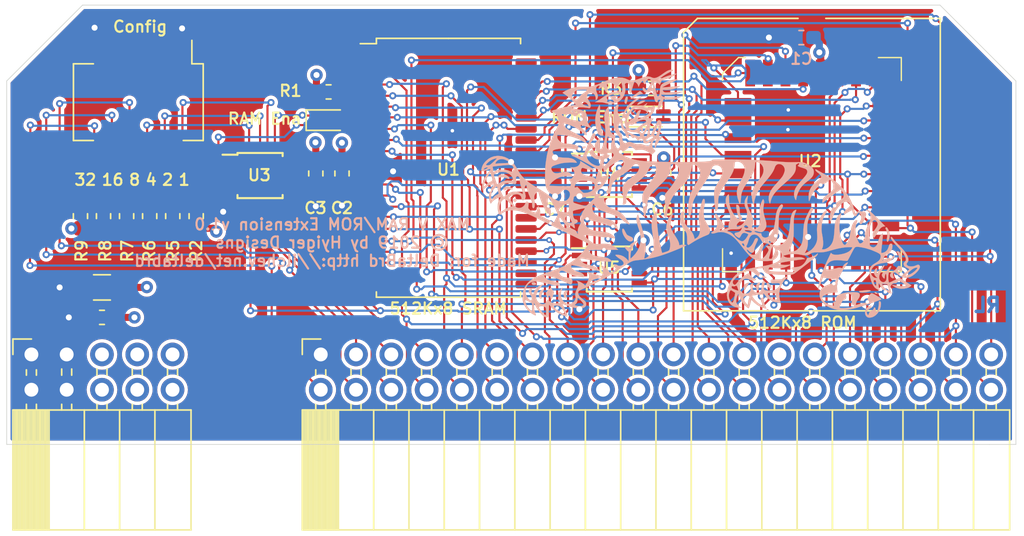
<source format=kicad_pcb>
(kicad_pcb (version 20171130) (host pcbnew "(5.1.2-1)-1")
  (layers (0 F.Cu signal) (1 GND power hide) (2 3V3 power) (31 B.Cu signal hide) (34 B.Paste user hide) (35 F.Paste user) (36 B.SilkS user) (37 F.SilkS user hide) (38 B.Mask user hide) (39 F.Mask user hide) (44 Edge.Cuts user))
  (net 0 "")
  (net 1 GND)
  (net 2 /A18)
  (net 3 /A17)
  (net 4 /A16)
  (net 5 /A15)
  (net 6 /A14)
  (net 7 /A13)
  (net 8 /A12)
  (net 9 /A11)
  (net 10 /A10)
  (net 11 /A9)
  (net 12 /A8)
  (net 13 /A7)
  (net 14 /D7)
  (net 15 /A6)
  (net 16 /D6)
  (net 17 /A5)
  (net 18 /D5)
  (net 19 /A4)
  (net 20 /D4)
  (net 21 /A3)
  (net 22 /D3)
  (net 23 /A2)
  (net 24 /D2)
  (net 25 /A1)
  (net 26 /D1)
  (net 27 /A0)
  (net 28 /D0)
  (net 29 +3V3)
  (net 30 "Net-(D2-Pad2)")
  (net 31 "Net-(D2-Pad1)")
  (net 32 "Net-(D3-Pad2)")
  (net 33 "Net-(D3-Pad1)")
  (net 34 "Net-(D2-Pad4)")
  (net 35 "Net-(D3-Pad4)")
  (net 36 /SW1_0)
  (net 37 /SW1_1)
  (net 38 /SW1_2)
  (net 39 /SW1_3)
  (net 40 /SW1_4)
  (net 41 /SW1_5)
  (net 42 /~ENA)
  (net 43 "Net-(U1-Pad8)")
  (net 44 "Net-(U2-Pad22)")
  (net 45 /~WR)
  (net 46 /~RD)
  (net 47 /~RAM)
  (net 48 /~ROM)
  (module Button_Switch_SMD:SW_DIP_SPSTx06_Slide_KingTek_DSHP06TS_W7.62mm_P1.27mm (layer F.Cu) (at 126.9492 79.502 270)
    (fp_text reference SW1 hide)
    (fp_text value Config)
    (pad 12 smd rect (at 3.81 -3.175 270) (size 1.27 0.76) (layers F.Cu F.Paste F.Mask) (net 36 /SW1_0))
    (pad 6 smd rect (at -3.81 3.175 270) (size 1.27 0.76) (layers F.Cu F.Paste F.Mask) (net 1 GND))
    (pad 11 smd rect (at 3.81 -1.905 270) (size 1.27 0.76) (layers F.Cu F.Paste F.Mask) (net 37 /SW1_1))
    (pad 5 smd rect (at -3.81 1.905 270) (size 1.27 0.76) (layers F.Cu F.Paste F.Mask) (net 1 GND))
    (pad 10 smd rect (at 3.81 -0.635 270) (size 1.27 0.76) (layers F.Cu F.Paste F.Mask) (net 38 /SW1_2))
    (pad 4 smd rect (at -3.81 0.635 270) (size 1.27 0.76) (layers F.Cu F.Paste F.Mask) (net 1 GND))
    (pad 9 smd rect (at 3.81 0.635 270) (size 1.27 0.76) (layers F.Cu F.Paste F.Mask) (net 39 /SW1_3))
    (pad 3 smd rect (at -3.81 -0.635 270) (size 1.27 0.76) (layers F.Cu F.Paste F.Mask) (net 1 GND))
    (pad 8 smd rect (at 3.81 1.905 270) (size 1.27 0.76) (layers F.Cu F.Paste F.Mask) (net 40 /SW1_4))
    (pad 2 smd rect (at -3.81 -1.905 270) (size 1.27 0.76) (layers F.Cu F.Paste F.Mask) (net 1 GND))
    (pad 7 smd rect (at 3.81 3.175 270) (size 1.27 0.76) (layers F.Cu F.Paste F.Mask) (net 41 /SW1_5))
    (pad 1 smd rect (at -3.81 -3.175 270) (size 1.27 0.76) (layers F.Cu F.Paste F.Mask) (net 1 GND))
  )
  (module Resistor_SMD:R_0603_1608Metric_Pad1.05x0.95mm_HandSolder (layer F.Cu) (at 131.1148 87.7062 270)
    (fp_text reference R2 (at 2.5146 0 90) (layer F.SilkS) (effects (font (size 0.8128 0.8128) (thickness 0.1524))))
    (fp_text value 10K)
    (pad 2 smd roundrect (at 0.875 0 270) (size 1.05 0.95) (layers F.Cu F.Paste F.Mask) (net 29 +3V3))
    (pad 1 smd roundrect (at -0.875 0 270) (size 1.05 0.95) (layers F.Cu F.Paste F.Mask) (net 36 /SW1_0))
  )
  (module Package_SO:TSSOP-8_3x3mm_P0.65mm (layer F.Cu) (at 160.8582 91.5162)
    (fp_text reference U5 (at -0.0254 -0.1016) (layer F.SilkS) (effects (font (size 0.8128 0.8128) (thickness 0.1524))))
    (fp_text value 74LVC2G32)
    (pad 8 smd rect (at 2.15 -0.975) (size 1.1 0.4) (layers F.Cu F.Paste F.Mask) (net 29 +3V3))
    (pad 7 smd rect (at 2.15 -0.325) (size 1.1 0.4) (layers F.Cu F.Paste F.Mask) (net 43 "Net-(U1-Pad8)"))
    (pad 6 smd rect (at 2.15 0.325) (size 1.1 0.4) (layers F.Cu F.Paste F.Mask) (net 48 /~ROM))
    (pad 5 smd rect (at 2.15 0.975) (size 1.1 0.4) (layers F.Cu F.Paste F.Mask) (net 42 /~ENA))
    (pad 4 smd rect (at -2.15 0.975) (size 1.1 0.4) (layers F.Cu F.Paste F.Mask) (net 1 GND))
    (pad 3 smd rect (at -2.15 0.325) (size 1.1 0.4) (layers F.Cu F.Paste F.Mask) (net 44 "Net-(U2-Pad22)"))
    (pad 2 smd rect (at -2.15 -0.325) (size 1.1 0.4) (layers F.Cu F.Paste F.Mask) (net 47 /~RAM))
    (pad 1 smd rect (at -2.15 -0.975) (size 1.1 0.4) (layers F.Cu F.Paste F.Mask) (net 42 /~ENA))
  )
  (module Capacitor_SMD:C_0603_1608Metric_Pad1.05x0.95mm_HandSolder (layer F.Cu) (at 156.9466 84.5566 90)
    (fp_text reference C7 (at -2.667 -0.0254 180) (layer F.SilkS) (effects (font (size 0.8128 0.8128) (thickness 0.1524))))
    (fp_text value 100nF)
    (pad 2 smd roundrect (at 0.875 0 90) (size 1.05 0.95) (layers F.Cu F.Paste F.Mask) (net 1 GND))
    (pad 1 smd roundrect (at -0.875 0 90) (size 1.05 0.95) (layers F.Cu F.Paste F.Mask) (net 29 +3V3))
  )
  (module Resistor_SMD:R_0603_1608Metric_Pad1.05x0.95mm_HandSolder (layer F.Cu) (at 122.7836 87.7062 270)
    (fp_text reference R9 (at 2.5146 -0.0762 270) (layer F.SilkS) (effects (font (size 0.8128 0.8128) (thickness 0.1524))))
    (fp_text value 10K)
    (pad 2 smd roundrect (at 0.875 0 270) (size 1.05 0.95) (layers F.Cu F.Paste F.Mask) (net 29 +3V3))
    (pad 1 smd roundrect (at -0.875 0 270) (size 1.05 0.95) (layers F.Cu F.Paste F.Mask) (net 41 /SW1_5))
  )
  (module Resistor_SMD:R_0603_1608Metric_Pad1.05x0.95mm_HandSolder (layer F.Cu) (at 124.44476 87.7062 270)
    (fp_text reference R8 (at 2.5146 -0.127 90) (layer F.SilkS) (effects (font (size 0.8128 0.8128) (thickness 0.1524))))
    (fp_text value 10K)
    (pad 2 smd roundrect (at 0.875 0 270) (size 1.05 0.95) (layers F.Cu F.Paste F.Mask) (net 29 +3V3))
    (pad 1 smd roundrect (at -0.875 0 270) (size 1.05 0.95) (layers F.Cu F.Paste F.Mask) (net 40 /SW1_4))
  )
  (module Resistor_SMD:R_0603_1608Metric_Pad1.05x0.95mm_HandSolder (layer F.Cu) (at 126.10592 87.7062 270)
    (fp_text reference R7 (at 2.5146 -0.0508 270) (layer F.SilkS) (effects (font (size 0.8128 0.8128) (thickness 0.1524))))
    (fp_text value 10K)
    (pad 2 smd roundrect (at 0.875 0 270) (size 1.05 0.95) (layers F.Cu F.Paste F.Mask) (net 29 +3V3))
    (pad 1 smd roundrect (at -0.875 0 270) (size 1.05 0.95) (layers F.Cu F.Paste F.Mask) (net 39 /SW1_3))
  )
  (module Resistor_SMD:R_0603_1608Metric_Pad1.05x0.95mm_HandSolder (layer F.Cu) (at 127.76708 87.7062 270)
    (fp_text reference R6 (at 2.5146 0.0254 270) (layer F.SilkS) (effects (font (size 0.8128 0.8128) (thickness 0.1524))))
    (fp_text value 10K)
    (pad 2 smd roundrect (at 0.875 0 270) (size 1.05 0.95) (layers F.Cu F.Paste F.Mask) (net 29 +3V3))
    (pad 1 smd roundrect (at -0.875 0 270) (size 1.05 0.95) (layers F.Cu F.Paste F.Mask) (net 38 /SW1_2))
  )
  (module Resistor_SMD:R_0603_1608Metric_Pad1.05x0.95mm_HandSolder (layer F.Cu) (at 129.42824 87.7062 270)
    (fp_text reference R5 (at 2.5146 -0.0254 270) (layer F.SilkS) (effects (font (size 0.8128 0.8128) (thickness 0.1524))))
    (fp_text value 10K)
    (pad 2 smd roundrect (at 0.875 0 270) (size 1.05 0.95) (layers F.Cu F.Paste F.Mask) (net 29 +3V3))
    (pad 1 smd roundrect (at -0.875 0 270) (size 1.05 0.95) (layers F.Cu F.Paste F.Mask) (net 37 /SW1_1))
  )
  (module Capacitor_SMD:C_0603_1608Metric_Pad1.05x0.95mm_HandSolder (layer F.Cu) (at 164.7698 84.5844 270)
    (fp_text reference C6 (at 2.6392 0.1016 180) (layer F.SilkS) (effects (font (size 0.8128 0.8128) (thickness 0.1524))))
    (fp_text value 100nF)
    (pad 2 smd roundrect (at 0.875 0 270) (size 1.05 0.95) (layers F.Cu F.Paste F.Mask) (net 1 GND))
    (pad 1 smd roundrect (at -0.875 0 270) (size 1.05 0.95) (layers F.Cu F.Paste F.Mask) (net 29 +3V3))
  )
  (module Package_SO:TSSOP-8_3x3mm_P0.65mm (layer F.Cu) (at 135.7122 84.7852)
    (fp_text reference U3 (at -0.0508 -0.0254) (layer F.SilkS) (effects (font (size 0.8128 0.8128) (thickness 0.1524))))
    (fp_text value 74LVC2G240)
    (pad 8 smd rect (at 2.15 -0.975) (size 1.1 0.4) (layers F.Cu F.Paste F.Mask) (net 29 +3V3))
    (pad 7 smd rect (at 2.15 -0.325) (size 1.1 0.4) (layers F.Cu F.Paste F.Mask) (net 42 /~ENA))
    (pad 6 smd rect (at 2.15 0.325) (size 1.1 0.4) (layers F.Cu F.Paste F.Mask) (net 30 "Net-(D2-Pad2)"))
    (pad 5 smd rect (at 2.15 0.975) (size 1.1 0.4) (layers F.Cu F.Paste F.Mask) (net 30 "Net-(D2-Pad2)"))
    (pad 4 smd rect (at -2.15 0.975) (size 1.1 0.4) (layers F.Cu F.Paste F.Mask) (net 1 GND))
    (pad 3 smd rect (at -2.15 0.325) (size 1.1 0.4) (layers F.Cu F.Paste F.Mask) (net 34 "Net-(D2-Pad4)"))
    (pad 2 smd rect (at -2.15 -0.325) (size 1.1 0.4) (layers F.Cu F.Paste F.Mask))
    (pad 1 smd rect (at -2.15 -0.975) (size 1.1 0.4) (layers F.Cu F.Paste F.Mask) (net 42 /~ENA))
  )
  (module Package_SO:TSSOP-8_3x3mm_P0.65mm (layer F.Cu) (at 160.8582 84.709)
    (fp_text reference U4 (at 0.0164 -0.0052) (layer F.SilkS) (effects (font (size 0.8128 0.8128) (thickness 0.1524))))
    (fp_text value 74LVC2G240)
    (pad 8 smd rect (at 2.15 -0.975) (size 1.1 0.4) (layers F.Cu F.Paste F.Mask) (net 29 +3V3))
    (pad 7 smd rect (at 2.15 -0.325) (size 1.1 0.4) (layers F.Cu F.Paste F.Mask) (net 42 /~ENA))
    (pad 6 smd rect (at 2.15 0.325) (size 1.1 0.4) (layers F.Cu F.Paste F.Mask) (net 32 "Net-(D3-Pad2)"))
    (pad 5 smd rect (at 2.15 0.975) (size 1.1 0.4) (layers F.Cu F.Paste F.Mask) (net 32 "Net-(D3-Pad2)"))
    (pad 4 smd rect (at -2.15 0.975) (size 1.1 0.4) (layers F.Cu F.Paste F.Mask) (net 1 GND))
    (pad 3 smd rect (at -2.15 0.325) (size 1.1 0.4) (layers F.Cu F.Paste F.Mask) (net 35 "Net-(D3-Pad4)"))
    (pad 2 smd rect (at -2.15 -0.325) (size 1.1 0.4) (layers F.Cu F.Paste F.Mask))
    (pad 1 smd rect (at -2.15 -0.975) (size 1.1 0.4) (layers F.Cu F.Paste F.Mask) (net 42 /~ENA))
  )
  (module Resistor_SMD:R_0603_1608Metric_Pad1.05x0.95mm_HandSolder (layer F.Cu) (at 163.8498 78.5114 180)
    (fp_text reference R3 (at 2.8702 -0.0254) (layer F.SilkS) (effects (font (size 0.8128 0.8128) (thickness 0.1524))))
    (fp_text value 360R)
    (pad 2 smd roundrect (at 0.875 0 180) (size 1.05 0.95) (layers F.Cu F.Paste F.Mask) (net 29 +3V3))
    (pad 1 smd roundrect (at -0.875 0 180) (size 1.05 0.95) (layers F.Cu F.Paste F.Mask) (net 33 "Net-(D3-Pad1)"))
  )
  (module Resistor_SMD:R_0603_1608Metric_Pad1.05x0.95mm_HandSolder (layer F.Cu) (at 140.6454 78.7654 180)
    (fp_text reference R1 (at 2.7432 0.0762) (layer F.SilkS) (effects (font (size 0.8128 0.8128) (thickness 0.1524))))
    (fp_text value 360R)
    (pad 2 smd roundrect (at 0.875 0 180) (size 1.05 0.95) (layers F.Cu F.Paste F.Mask) (net 29 +3V3))
    (pad 1 smd roundrect (at -0.875 0 180) (size 1.05 0.95) (layers F.Cu F.Paste F.Mask) (net 31 "Net-(D2-Pad1)"))
  )
  (module Capacitor_SMD:C_0603_1608Metric_Pad1.05x0.95mm_HandSolder (layer F.Cu) (at 139.7254 84.6352 270)
    (fp_text reference C3 (at 2.4892 0.0254 180) (layer F.SilkS) (effects (font (size 0.8128 0.8128) (thickness 0.1524))))
    (fp_text value 100nF)
    (pad 2 smd roundrect (at 0.875 0 270) (size 1.05 0.95) (layers F.Cu F.Paste F.Mask) (net 1 GND))
    (pad 1 smd roundrect (at -0.875 0 270) (size 1.05 0.95) (layers F.Cu F.Paste F.Mask) (net 29 +3V3))
  )
  (module Capacitor_SMD:C_0603_1608Metric_Pad1.05x0.95mm_HandSolder (layer F.Cu) (at 124.333 94.996 180)
    (fp_text reference C5 hide)
    (fp_text value 100nF)
    (pad 2 smd roundrect (at 0.875 0 180) (size 1.05 0.95) (layers F.Cu F.Paste F.Mask) (net 1 GND))
    (pad 1 smd roundrect (at -0.875 0 180) (size 1.05 0.95) (layers F.Cu F.Paste F.Mask) (net 29 +3V3))
  )
  (module LED_SMD:LED_2C_0603_1608Metric_Pad1.05x0.95mm_HandSolder (layer F.Cu) (at 163.8498 80.5434)
    (fp_text reference D3 hide)
    (fp_text value LED)
    (pad 3 smd roundrect (at 0.889 0.3048) (size 1.05 0.4) (layers F.Cu F.Paste F.Mask) (net 33 "Net-(D3-Pad1)"))
    (pad 4 smd roundrect (at -0.889 0.2794) (size 1.05 0.4) (layers F.Cu F.Paste F.Mask) (net 35 "Net-(D3-Pad4)"))
    (pad 1 smd roundrect (at 0.9004 -0.3302) (size 1.05 0.4) (layers F.Cu F.Paste F.Mask) (net 33 "Net-(D3-Pad1)"))
    (pad 2 smd roundrect (at -0.889 -0.3302) (size 1.05 0.4) (layers F.Cu F.Paste F.Mask) (net 32 "Net-(D3-Pad2)"))
  )
  (module LED_SMD:LED_2C_0603_1608Metric_Pad1.05x0.95mm_HandSolder (layer F.Cu) (at 140.6904 80.7974)
    (fp_text reference D2 hide)
    (fp_text value LED)
    (pad 3 smd roundrect (at 0.889 0.3048) (size 1.05 0.4) (layers F.Cu F.Paste F.Mask) (net 31 "Net-(D2-Pad1)"))
    (pad 4 smd roundrect (at -0.889 0.2794) (size 1.05 0.4) (layers F.Cu F.Paste F.Mask) (net 34 "Net-(D2-Pad4)"))
    (pad 1 smd roundrect (at 0.9004 -0.3302) (size 1.05 0.4) (layers F.Cu F.Paste F.Mask) (net 31 "Net-(D2-Pad1)"))
    (pad 2 smd roundrect (at -0.889 -0.3302) (size 1.05 0.4) (layers F.Cu F.Paste F.Mask) (net 30 "Net-(D2-Pad2)"))
  )
  (module Capacitor_SMD:C_0603_1608Metric_Pad1.05x0.95mm_HandSolder (layer F.Cu) (at 141.6104 84.6352 270)
    (fp_text reference C2 (at 2.4892 0 180) (layer F.SilkS) (effects (font (size 0.8128 0.8128) (thickness 0.1524))))
    (fp_text value 100nF)
    (pad 2 smd roundrect (at 0.875 0 270) (size 1.05 0.95) (layers F.Cu F.Paste F.Mask) (net 1 GND))
    (pad 1 smd roundrect (at -0.875 0 270) (size 1.05 0.95) (layers F.Cu F.Paste F.Mask) (net 29 +3V3))
  )
  (module Connector_PinSocket_2.54mm:PinSocket_2x20_P2.54mm_Horizontal (layer F.Cu) (at 140.081 97.663 90)
    (fp_text reference J1 hide)
    (fp_text value Bus)
    (pad 40 thru_hole oval (at -2.54 48.26 90) (size 1.7 1.7) (drill 1) (layers *.Cu *.Mask) (net 14 /D7))
    (pad 39 thru_hole oval (at 0 48.26 90) (size 1.7 1.7) (drill 1) (layers *.Cu *.Mask) (net 16 /D6))
    (pad 38 thru_hole oval (at -2.54 45.72 90) (size 1.7 1.7) (drill 1) (layers *.Cu *.Mask) (net 18 /D5))
    (pad 37 thru_hole oval (at 0 45.72 90) (size 1.7 1.7) (drill 1) (layers *.Cu *.Mask) (net 20 /D4))
    (pad 36 thru_hole oval (at -2.54 43.18 90) (size 1.7 1.7) (drill 1) (layers *.Cu *.Mask) (net 22 /D3))
    (pad 35 thru_hole oval (at 0 43.18 90) (size 1.7 1.7) (drill 1) (layers *.Cu *.Mask) (net 24 /D2))
    (pad 34 thru_hole oval (at -2.54 40.64 90) (size 1.7 1.7) (drill 1) (layers *.Cu *.Mask) (net 26 /D1))
    (pad 33 thru_hole oval (at 0 40.64 90) (size 1.7 1.7) (drill 1) (layers *.Cu *.Mask) (net 28 /D0))
    (pad 32 thru_hole oval (at -2.54 38.1 90) (size 1.7 1.7) (drill 1) (layers *.Cu *.Mask) (net 45 /~WR))
    (pad 31 thru_hole oval (at 0 38.1 90) (size 1.7 1.7) (drill 1) (layers *.Cu *.Mask) (net 46 /~RD))
    (pad 30 thru_hole oval (at -2.54 35.56 90) (size 1.7 1.7) (drill 1) (layers *.Cu *.Mask) (net 47 /~RAM))
    (pad 29 thru_hole oval (at 0 35.56 90) (size 1.7 1.7) (drill 1) (layers *.Cu *.Mask) (net 48 /~ROM))
    (pad 28 thru_hole oval (at -2.54 33.02 90) (size 1.7 1.7) (drill 1) (layers *.Cu *.Mask) (net 42 /~ENA))
    (pad 27 thru_hole oval (at 0 33.02 90) (size 1.7 1.7) (drill 1) (layers *.Cu *.Mask))
    (pad 26 thru_hole oval (at -2.54 30.48 90) (size 1.7 1.7) (drill 1) (layers *.Cu *.Mask) (net 3 /A17))
    (pad 25 thru_hole oval (at 0 30.48 90) (size 1.7 1.7) (drill 1) (layers *.Cu *.Mask) (net 2 /A18))
    (pad 24 thru_hole oval (at -2.54 27.94 90) (size 1.7 1.7) (drill 1) (layers *.Cu *.Mask) (net 5 /A15))
    (pad 23 thru_hole oval (at 0 27.94 90) (size 1.7 1.7) (drill 1) (layers *.Cu *.Mask) (net 4 /A16))
    (pad 22 thru_hole oval (at -2.54 25.4 90) (size 1.7 1.7) (drill 1) (layers *.Cu *.Mask) (net 7 /A13))
    (pad 21 thru_hole oval (at 0 25.4 90) (size 1.7 1.7) (drill 1) (layers *.Cu *.Mask) (net 6 /A14))
    (pad 20 thru_hole oval (at -2.54 22.86 90) (size 1.7 1.7) (drill 1) (layers *.Cu *.Mask) (net 9 /A11))
    (pad 19 thru_hole oval (at 0 22.86 90) (size 1.7 1.7) (drill 1) (layers *.Cu *.Mask) (net 8 /A12))
    (pad 18 thru_hole oval (at -2.54 20.32 90) (size 1.7 1.7) (drill 1) (layers *.Cu *.Mask) (net 11 /A9))
    (pad 17 thru_hole oval (at 0 20.32 90) (size 1.7 1.7) (drill 1) (layers *.Cu *.Mask) (net 10 /A10))
    (pad 16 thru_hole oval (at -2.54 17.78 90) (size 1.7 1.7) (drill 1) (layers *.Cu *.Mask) (net 13 /A7))
    (pad 15 thru_hole oval (at 0 17.78 90) (size 1.7 1.7) (drill 1) (layers *.Cu *.Mask) (net 12 /A8))
    (pad 14 thru_hole oval (at -2.54 15.24 90) (size 1.7 1.7) (drill 1) (layers *.Cu *.Mask) (net 17 /A5))
    (pad 13 thru_hole oval (at 0 15.24 90) (size 1.7 1.7) (drill 1) (layers *.Cu *.Mask) (net 15 /A6))
    (pad 12 thru_hole oval (at -2.54 12.7 90) (size 1.7 1.7) (drill 1) (layers *.Cu *.Mask) (net 21 /A3))
    (pad 11 thru_hole oval (at 0 12.7 90) (size 1.7 1.7) (drill 1) (layers *.Cu *.Mask) (net 19 /A4))
    (pad 10 thru_hole oval (at -2.54 10.16 90) (size 1.7 1.7) (drill 1) (layers *.Cu *.Mask) (net 25 /A1))
    (pad 9 thru_hole oval (at 0 10.16 90) (size 1.7 1.7) (drill 1) (layers *.Cu *.Mask) (net 23 /A2))
    (pad 8 thru_hole oval (at -2.54 7.62 90) (size 1.7 1.7) (drill 1) (layers *.Cu *.Mask) (net 36 /SW1_0))
    (pad 7 thru_hole oval (at 0 7.62 90) (size 1.7 1.7) (drill 1) (layers *.Cu *.Mask) (net 27 /A0))
    (pad 6 thru_hole oval (at -2.54 5.08 90) (size 1.7 1.7) (drill 1) (layers *.Cu *.Mask) (net 38 /SW1_2))
    (pad 5 thru_hole oval (at 0 5.08 90) (size 1.7 1.7) (drill 1) (layers *.Cu *.Mask) (net 37 /SW1_1))
    (pad 4 thru_hole oval (at -2.54 2.54 90) (size 1.7 1.7) (drill 1) (layers *.Cu *.Mask) (net 40 /SW1_4))
    (pad 3 thru_hole oval (at 0 2.54 90) (size 1.7 1.7) (drill 1) (layers *.Cu *.Mask) (net 39 /SW1_3))
    (pad 2 thru_hole oval (at -2.54 0 90) (size 1.7 1.7) (drill 1) (layers *.Cu *.Mask) (net 41 /SW1_5))
    (pad 1 thru_hole rect (at 0 0 90) (size 1.7 1.7) (drill 1) (layers *.Cu *.Mask) (net 1 GND))
  )
  (module Logos:asian_tiger (layer F.Cu) (at 167.386 86.106)
    (fp_text reference G*** hide)
    (fp_text value LOGO hide)
  )
  (module Capacitor_SMD:C_1206_3216Metric_Pad1.42x1.75mm_HandSolder (layer F.Cu) (at 124.333 92.837 180)
    (fp_text reference C4 hide)
    (fp_text value 100uF)
    (pad 2 smd roundrect (at 1.4875 0 180) (size 1.425 1.75) (layers F.Cu F.Paste F.Mask) (roundrect_rratio 0.175439) (net 1 GND))
    (pad 1 smd roundrect (at -1.4875 0 180) (size 1.425 1.75) (layers F.Cu F.Paste F.Mask) (roundrect_rratio 0.175439) (net 29 +3V3))
  )
  (module Capacitor_SMD:C_0603_1608Metric_Pad1.05x0.95mm_HandSolder (layer B.Cu) (at 174.6758 74.8538 180)
    (fp_text reference C1 (at 0 -1.524) (layer B.SilkS) (effects (font (size 0.8128 0.8128) (thickness 0.1524)) (justify mirror)))
    (fp_text value 100nF)
    (pad 2 smd roundrect (at 0.875 0 180) (size 1.05 0.95) (layers B.Cu B.Paste B.Mask) (net 1 GND))
    (pad 1 smd roundrect (at -0.875 0 180) (size 1.05 0.95) (layers B.Cu B.Paste B.Mask) (net 29 +3V3))
  )
  (module Package_LCC:PLCC-32_SMD-Socket (layer F.Cu) (at 175.4378 83.9978)
    (fp_text reference U2 (at -0.127 -0.254) (layer F.SilkS) (effects (font (size 0.8128 0.8128) (thickness 0.1524))))
    (fp_text value SST39VF040-70-4C-NHE)
    (pad 1 smd rect (at -0.635 -6.5925) (size 0.7 1.925) (layers F.Cu F.Paste F.Mask) (net 2 /A18))
    (pad 2 smd rect (at -1.905 -6.5925) (size 0.7 1.925) (layers F.Cu F.Paste F.Mask) (net 4 /A16))
    (pad 3 smd rect (at -3.175 -6.5925) (size 0.7 1.925) (layers F.Cu F.Paste F.Mask) (net 5 /A15))
    (pad 4 smd rect (at -4.445 -6.5925) (size 0.7 1.925) (layers F.Cu F.Paste F.Mask) (net 8 /A12))
    (pad 32 smd rect (at 0.635 -6.5925) (size 0.7 1.925) (layers F.Cu F.Paste F.Mask) (net 29 +3V3))
    (pad 31 smd rect (at 1.905 -6.5925) (size 0.7 1.925) (layers F.Cu F.Paste F.Mask) (net 45 /~WR))
    (pad 30 smd rect (at 3.175 -6.5925) (size 0.7 1.925) (layers F.Cu F.Paste F.Mask) (net 3 /A17))
    (pad 29 smd rect (at 4.445 -6.5925) (size 0.7 1.925) (layers F.Cu F.Paste F.Mask) (net 6 /A14))
    (pad 5 smd rect (at -5.3225 -4.445) (size 1.925 0.7) (layers F.Cu F.Paste F.Mask) (net 13 /A7))
    (pad 6 smd rect (at -5.3225 -3.175) (size 1.925 0.7) (layers F.Cu F.Paste F.Mask) (net 15 /A6))
    (pad 7 smd rect (at -5.3225 -1.905) (size 1.925 0.7) (layers F.Cu F.Paste F.Mask) (net 17 /A5))
    (pad 8 smd rect (at -5.3225 -0.635) (size 1.925 0.7) (layers F.Cu F.Paste F.Mask) (net 19 /A4))
    (pad 9 smd rect (at -5.3225 0.635) (size 1.925 0.7) (layers F.Cu F.Paste F.Mask) (net 21 /A3))
    (pad 10 smd rect (at -5.3225 1.905) (size 1.925 0.7) (layers F.Cu F.Paste F.Mask) (net 23 /A2))
    (pad 11 smd rect (at -5.3225 3.175) (size 1.925 0.7) (layers F.Cu F.Paste F.Mask) (net 25 /A1))
    (pad 12 smd rect (at -5.3225 4.445) (size 1.925 0.7) (layers F.Cu F.Paste F.Mask) (net 27 /A0))
    (pad 13 smd rect (at -4.445 6.5925) (size 0.7 1.925) (layers F.Cu F.Paste F.Mask) (net 28 /D0))
    (pad 14 smd rect (at -3.175 6.5925) (size 0.7 1.925) (layers F.Cu F.Paste F.Mask) (net 26 /D1))
    (pad 15 smd rect (at -1.905 6.5925) (size 0.7 1.925) (layers F.Cu F.Paste F.Mask) (net 24 /D2))
    (pad 16 smd rect (at -0.635 6.5925) (size 0.7 1.925) (layers F.Cu F.Paste F.Mask) (net 1 GND))
    (pad 17 smd rect (at 0.635 6.5925) (size 0.7 1.925) (layers F.Cu F.Paste F.Mask) (net 22 /D3))
    (pad 18 smd rect (at 1.905 6.5925) (size 0.7 1.925) (layers F.Cu F.Paste F.Mask) (net 20 /D4))
    (pad 19 smd rect (at 3.175 6.5925) (size 0.7 1.925) (layers F.Cu F.Paste F.Mask) (net 18 /D5))
    (pad 20 smd rect (at 4.445 6.5925) (size 0.7 1.925) (layers F.Cu F.Paste F.Mask) (net 16 /D6))
    (pad 21 smd rect (at 5.3225 4.445) (size 1.925 0.7) (layers F.Cu F.Paste F.Mask) (net 14 /D7))
    (pad 22 smd rect (at 5.3225 3.175) (size 1.925 0.7) (layers F.Cu F.Paste F.Mask) (net 44 "Net-(U2-Pad22)"))
    (pad 23 smd rect (at 5.3225 1.905) (size 1.925 0.7) (layers F.Cu F.Paste F.Mask) (net 10 /A10))
    (pad 24 smd rect (at 5.3225 0.635) (size 1.925 0.7) (layers F.Cu F.Paste F.Mask) (net 46 /~RD))
    (pad 25 smd rect (at 5.3225 -0.635) (size 1.925 0.7) (layers F.Cu F.Paste F.Mask) (net 9 /A11))
    (pad 26 smd rect (at 5.3225 -1.905) (size 1.925 0.7) (layers F.Cu F.Paste F.Mask) (net 11 /A9))
    (pad 27 smd rect (at 5.3225 -3.175) (size 1.925 0.7) (layers F.Cu F.Paste F.Mask) (net 12 /A8))
    (pad 28 smd rect (at 5.3225 -4.445) (size 1.925 0.7) (layers F.Cu F.Paste F.Mask) (net 7 /A13))
  )
  (module Package_SO:TSOP-II-44_10.16x18.41mm_P0.8mm (layer F.Cu) (at 149.2758 84.2264)
    (fp_text reference U1 (at 0 0.134) (layer F.SilkS) (effects (font (size 0.8128 0.8128) (thickness 0.1524))))
    (fp_text value IS61LV5128AL-10TLI)
    (pad 44 smd roundrect (at 5.5875 -8.4) (size 1.525 0.55) (layers F.Cu F.Paste F.Mask))
    (pad 43 smd roundrect (at 5.5875 -7.6) (size 1.525 0.55) (layers F.Cu F.Paste F.Mask))
    (pad 42 smd roundrect (at 5.5875 -6.8) (size 1.525 0.55) (layers F.Cu F.Paste F.Mask))
    (pad 41 smd roundrect (at 5.5875 -6) (size 1.525 0.55) (layers F.Cu F.Paste F.Mask) (net 2 /A18))
    (pad 40 smd roundrect (at 5.5875 -5.2) (size 1.525 0.55) (layers F.Cu F.Paste F.Mask) (net 3 /A17))
    (pad 39 smd roundrect (at 5.5875 -4.4) (size 1.525 0.55) (layers F.Cu F.Paste F.Mask) (net 4 /A16))
    (pad 38 smd roundrect (at 5.5875 -3.6) (size 1.525 0.55) (layers F.Cu F.Paste F.Mask) (net 5 /A15))
    (pad 37 smd roundrect (at 5.5875 -2.8) (size 1.525 0.55) (layers F.Cu F.Paste F.Mask) (net 46 /~RD))
    (pad 36 smd roundrect (at 5.5875 -2) (size 1.525 0.55) (layers F.Cu F.Paste F.Mask) (net 14 /D7))
    (pad 35 smd roundrect (at 5.5875 -1.2) (size 1.525 0.55) (layers F.Cu F.Paste F.Mask) (net 16 /D6))
    (pad 34 smd roundrect (at 5.5875 -0.4) (size 1.525 0.55) (layers F.Cu F.Paste F.Mask) (net 1 GND))
    (pad 33 smd roundrect (at 5.5875 0.4) (size 1.525 0.55) (layers F.Cu F.Paste F.Mask) (net 29 +3V3))
    (pad 32 smd roundrect (at 5.5875 1.2) (size 1.525 0.55) (layers F.Cu F.Paste F.Mask) (net 18 /D5))
    (pad 31 smd roundrect (at 5.5875 2) (size 1.525 0.55) (layers F.Cu F.Paste F.Mask) (net 20 /D4))
    (pad 30 smd roundrect (at 5.5875 2.8) (size 1.525 0.55) (layers F.Cu F.Paste F.Mask) (net 6 /A14))
    (pad 29 smd roundrect (at 5.5875 3.6) (size 1.525 0.55) (layers F.Cu F.Paste F.Mask) (net 7 /A13))
    (pad 28 smd roundrect (at 5.5875 4.4) (size 1.525 0.55) (layers F.Cu F.Paste F.Mask) (net 8 /A12))
    (pad 27 smd roundrect (at 5.5875 5.2) (size 1.525 0.55) (layers F.Cu F.Paste F.Mask) (net 9 /A11))
    (pad 26 smd roundrect (at 5.5875 6) (size 1.525 0.55) (layers F.Cu F.Paste F.Mask) (net 10 /A10))
    (pad 25 smd roundrect (at 5.5875 6.8) (size 1.525 0.55) (layers F.Cu F.Paste F.Mask))
    (pad 24 smd roundrect (at 5.5875 7.6) (size 1.525 0.55) (layers F.Cu F.Paste F.Mask))
    (pad 23 smd roundrect (at 5.5875 8.4) (size 1.525 0.55) (layers F.Cu F.Paste F.Mask))
    (pad 22 smd roundrect (at -5.5875 8.4) (size 1.525 0.55) (layers F.Cu F.Paste F.Mask))
    (pad 21 smd roundrect (at -5.5875 7.6) (size 1.525 0.55) (layers F.Cu F.Paste F.Mask))
    (pad 20 smd roundrect (at -5.5875 6.8) (size 1.525 0.55) (layers F.Cu F.Paste F.Mask) (net 11 /A9))
    (pad 19 smd roundrect (at -5.5875 6) (size 1.525 0.55) (layers F.Cu F.Paste F.Mask) (net 12 /A8))
    (pad 18 smd roundrect (at -5.5875 5.2) (size 1.525 0.55) (layers F.Cu F.Paste F.Mask) (net 13 /A7))
    (pad 17 smd roundrect (at -5.5875 4.4) (size 1.525 0.55) (layers F.Cu F.Paste F.Mask) (net 15 /A6))
    (pad 16 smd roundrect (at -5.5875 3.6) (size 1.525 0.55) (layers F.Cu F.Paste F.Mask) (net 17 /A5))
    (pad 15 smd roundrect (at -5.5875 2.8) (size 1.525 0.55) (layers F.Cu F.Paste F.Mask) (net 45 /~WR))
    (pad 14 smd roundrect (at -5.5875 2) (size 1.525 0.55) (layers F.Cu F.Paste F.Mask) (net 22 /D3))
    (pad 13 smd roundrect (at -5.5875 1.2) (size 1.525 0.55) (layers F.Cu F.Paste F.Mask) (net 24 /D2))
    (pad 12 smd roundrect (at -5.5875 0.4) (size 1.525 0.55) (layers F.Cu F.Paste F.Mask) (net 1 GND))
    (pad 11 smd roundrect (at -5.5875 -0.4) (size 1.525 0.55) (layers F.Cu F.Paste F.Mask) (net 29 +3V3))
    (pad 10 smd roundrect (at -5.5875 -1.2) (size 1.525 0.55) (layers F.Cu F.Paste F.Mask) (net 26 /D1))
    (pad 9 smd roundrect (at -5.5875 -2) (size 1.525 0.55) (layers F.Cu F.Paste F.Mask) (net 28 /D0))
    (pad 8 smd roundrect (at -5.5875 -2.8) (size 1.525 0.55) (layers F.Cu F.Paste F.Mask) (net 43 "Net-(U1-Pad8)"))
    (pad 7 smd roundrect (at -5.5875 -3.6) (size 1.525 0.55) (layers F.Cu F.Paste F.Mask) (net 19 /A4))
    (pad 6 smd roundrect (at -5.5875 -4.4) (size 1.525 0.55) (layers F.Cu F.Paste F.Mask) (net 21 /A3))
    (pad 5 smd roundrect (at -5.5875 -5.2) (size 1.525 0.55) (layers F.Cu F.Paste F.Mask) (net 23 /A2))
    (pad 4 smd roundrect (at -5.5875 -6) (size 1.525 0.55) (layers F.Cu F.Paste F.Mask) (net 25 /A1))
    (pad 3 smd roundrect (at -5.5875 -6.8) (size 1.525 0.55) (layers F.Cu F.Paste F.Mask) (net 27 /A0))
    (pad 2 smd roundrect (at -5.5875 -7.6) (size 1.525 0.55) (layers F.Cu F.Paste F.Mask))
    (pad 1 smd roundrect (at -5.5875 -8.4) (size 1.525 0.55) (layers F.Cu F.Paste F.Mask))
  )
  (module Connector_PinSocket_2.54mm:PinSocket_2x05_P2.54mm_Horizontal (layer F.Cu) (at 119.253 97.663 90)
    (fp_text reference J2 hide)
    (fp_text value PWR)
    (pad 10 thru_hole oval (at -2.54 10.16 90) (size 1.7 1.7) (drill 1) (layers *.Cu *.Mask))
    (pad 9 thru_hole oval (at 0 10.16 90) (size 1.7 1.7) (drill 1) (layers *.Cu *.Mask))
    (pad 8 thru_hole oval (at -2.54 7.62 90) (size 1.7 1.7) (drill 1) (layers *.Cu *.Mask) (net 29 +3V3))
    (pad 7 thru_hole oval (at 0 7.62 90) (size 1.7 1.7) (drill 1) (layers *.Cu *.Mask) (net 29 +3V3))
    (pad 6 thru_hole oval (at -2.54 5.08 90) (size 1.7 1.7) (drill 1) (layers *.Cu *.Mask))
    (pad 5 thru_hole oval (at 0 5.08 90) (size 1.7 1.7) (drill 1) (layers *.Cu *.Mask))
    (pad 4 thru_hole oval (at -2.54 2.54 90) (size 1.7 1.7) (drill 1) (layers *.Cu *.Mask) (net 1 GND))
    (pad 3 thru_hole oval (at 0 2.54 90) (size 1.7 1.7) (drill 1) (layers *.Cu *.Mask) (net 1 GND))
    (pad 2 thru_hole oval (at -2.54 0 90) (size 1.7 1.7) (drill 1) (layers *.Cu *.Mask) (net 1 GND))
    (pad 1 thru_hole rect (at 0 0 90) (size 1.7 1.7) (drill 1) (layers *.Cu *.Mask) (net 1 GND))
  )
  (gr_text 16 (at 125.103466 85.09) (layer F.SilkS) (effects (font (size 0.8128 0.8128) (thickness 0.1524))))
  (gr_text 32 (at 123.1392 85.09) (layer F.SilkS) (effects (font (size 0.8128 0.8128) (thickness 0.1524))))
  (gr_text 8 (at 126.680684 85.09) (layer F.SilkS) (effects (font (size 0.8128 0.8128) (thickness 0.1524))))
  (gr_text 4 (at 127.870855 85.09) (layer F.SilkS) (effects (font (size 0.8128 0.8128) (thickness 0.1524))))
  (gr_text 2 (at 129.061026 85.09) (layer F.SilkS) (effects (font (size 0.8128 0.8128) (thickness 0.1524))))
  (gr_text 1 (at 130.2512 85.09) (layer F.SilkS) (effects (font (size 0.8128 0.8128) (thickness 0.1524))))
  (gr_text Config (at 127.0762 74.0664) (layer F.SilkS) (effects (font (size 0.8128 0.8128) (thickness 0.1524))))
  (gr_text "MAX V RAM/ROM Extension v1.0\n© 2019 by Hyiger Designs\nMade for: DeltaBrd http://ilchev.net/deltabrd\n" (at 140.8938 89.6112) (layer B.SilkS) (effects (font (size 0.8128 0.8128) (thickness 0.1524)) (justify mirror)))
  (gr_text "ROM Ena" (at 159.385 80.5942) (layer F.SilkS) (effects (font (size 0.8128 0.8128) (thickness 0.1524))))
  (gr_text "RAM Ena" (at 136.0424 80.6958) (layer F.SilkS) (effects (font (size 0.8128 0.8128) (thickness 0.1524))))
  (gr_text "512Kx8 ROM" (at 174.752 95.377) (layer F.SilkS) (effects (font (size 0.8128 0.8128) (thickness 0.1524))))
  (gr_text "512Kx8 SRAM" (at 149.2504 94.361) (layer F.SilkS) (effects (font (size 0.8128 0.8128) (thickness 0.1524))))
  (gr_line (start 122.936 72.517) (end 117.475 77.978) (layer Edge.Cuts) (width 0.05))
  (gr_line (start 190.119 77.978) (end 184.658 72.517) (layer Edge.Cuts) (width 0.05))
  (gr_text RL (at 188.087 94.107) (layer B.Cu) (effects (font (size 1.016 1.016) (thickness 0.254)) (justify mirror)))
  (gr_line (start 190.119 104.14) (end 188.214 104.14) (layer Edge.Cuts) (width 0.05))
  (gr_line (start 187.325 104.14) (end 188.214 104.14) (layer Edge.Cuts) (width 0.05))
  (gr_line (start 187.325 104.14) (end 117.475 104.14) (layer Edge.Cuts) (width 0.05))
  (gr_line (start 190.119 77.978) (end 190.119 104.14) (layer Edge.Cuts) (width 0.05))
  (gr_line (start 122.936 72.517) (end 184.658 72.517) (layer Edge.Cuts) (width 0.05))
  (gr_line (start 117.475 104.14) (end 117.475 77.978) (layer Edge.Cuts) (width 0.05))
  (via (at 121.285 92.837) (size 0.889) (drill 0.4318) (layers F.Cu B.Cu) (net 1))
  (segment (start 122.8963 92.837) (end 121.285 92.837) (width 0.508) (layer F.Cu) (net 1))
  (via (at 121.9454 94.996) (size 0.889) (drill 0.4318) (layers F.Cu B.Cu) (net 1))
  (segment (start 123.458 94.996) (end 121.9454 94.996) (width 0.508) (layer F.Cu) (net 1))
  (segment (start 123.7742 75.692) (end 130.1242 75.692) (width 0.508) (layer F.Cu) (net 1))
  (via (at 123.7996 74.1426) (size 0.889) (drill 0.4318) (layers F.Cu B.Cu) (net 1))
  (segment (start 123.7742 74.168) (end 123.7996 74.1426) (width 0.508) (layer F.Cu) (net 1))
  (segment (start 123.7742 75.692) (end 123.7742 74.168) (width 0.508) (layer F.Cu) (net 1))
  (via (at 130.0988 74.1934) (size 0.889) (drill 0.4318) (layers F.Cu B.Cu) (net 1))
  (segment (start 130.1242 74.2188) (end 130.0988 74.1934) (width 0.508) (layer F.Cu) (net 1))
  (segment (start 130.1242 75.692) (end 130.1242 74.2188) (width 0.508) (layer F.Cu) (net 1))
  (via (at 139.7254 86.995) (size 0.889) (drill 0.4318) (layers F.Cu B.Cu) (net 1))
  (segment (start 139.7254 85.5102) (end 139.7254 86.995) (width 0.508) (layer F.Cu) (net 1))
  (via (at 141.605 86.9442) (size 0.889) (drill 0.4318) (layers F.Cu B.Cu) (net 1))
  (segment (start 141.6104 86.9388) (end 141.605 86.9442) (width 0.508) (layer F.Cu) (net 1))
  (segment (start 141.6104 85.4824) (end 141.6104 86.9388) (width 0.508) (layer F.Cu) (net 1))
  (segment (start 173.8008 74.8538) (end 172.339 74.8538) (width 0.508) (layer B.Cu) (net 1))
  (via (at 172.339 74.8538) (size 0.889) (drill 0.4318) (layers F.Cu B.Cu) (net 1))
  (via (at 158.6992 86.27429) (size 0.889) (drill 0.4318) (layers F.Cu B.Cu) (net 1))
  (segment (start 158.7082 86.26529) (end 158.6992 86.27429) (width 0.4064) (layer F.Cu) (net 1))
  (segment (start 158.7082 85.684) (end 158.7082 86.26529) (width 0.4064) (layer F.Cu) (net 1))
  (segment (start 154.8633 83.8264) (end 153.79702 83.8264) (width 0.508) (layer F.Cu) (net 1))
  (via (at 153.78111 83.81049) (size 0.889) (drill 0.4318) (layers F.Cu B.Cu) (net 1))
  (segment (start 153.79702 83.8264) (end 153.78111 83.81049) (width 0.508) (layer F.Cu) (net 1))
  (segment (start 133.5622 86.8844) (end 133.056281 87.390319) (width 0.4064) (layer F.Cu) (net 1))
  (via (at 133.056281 87.390319) (size 0.889) (drill 0.4318) (layers F.Cu B.Cu) (net 1))
  (segment (start 133.5622 85.7602) (end 133.5622 86.8844) (width 0.4064) (layer F.Cu) (net 1))
  (via (at 145.286692 84.480173) (size 0.889) (drill 0.4318) (layers F.Cu B.Cu) (net 1))
  (segment (start 143.6883 84.6264) (end 145.140465 84.6264) (width 0.508) (layer F.Cu) (net 1))
  (segment (start 145.140465 84.6264) (end 145.286692 84.480173) (width 0.508) (layer F.Cu) (net 1))
  (segment (start 156.9466 83.6816) (end 156.9466 83.483346) (width 0.508) (layer F.Cu) (net 1))
  (via (at 156.9466 83.483346) (size 0.889) (drill 0.4318) (layers F.Cu B.Cu) (net 1))
  (segment (start 175.162619 90.230481) (end 175.162619 89.836269) (width 0.508) (layer F.Cu) (net 1))
  (segment (start 175.162619 89.836269) (end 175.162619 89.207652) (width 0.508) (layer F.Cu) (net 1))
  (segment (start 164.7698 86.29421) (end 164.670937 86.393073) (width 0.508) (layer F.Cu) (net 1))
  (segment (start 164.7698 85.4594) (end 164.7698 86.29421) (width 0.508) (layer F.Cu) (net 1))
  (segment (start 174.8028 90.5903) (end 175.162619 90.230481) (width 0.508) (layer F.Cu) (net 1))
  (via (at 164.670937 86.393073) (size 0.889) (drill 0.4318) (layers F.Cu B.Cu) (net 1))
  (via (at 175.162619 89.207652) (size 0.889) (drill 0.4318) (layers F.Cu B.Cu) (net 1))
  (segment (start 158.7082 92.4912) (end 158.7082 94.397452) (width 0.4064) (layer F.Cu) (net 1))
  (segment (start 158.7082 94.397452) (end 158.699209 94.406443) (width 0.4064) (layer F.Cu) (net 1))
  (via (at 158.699209 94.406443) (size 0.889) (drill 0.4318) (layers F.Cu B.Cu) (net 1))
  (via (at 173.736 80.0608) (size 0.508) (drill 0.254) (layers F.Cu B.Cu) (net 1))
  (via (at 149.5552 81.5594) (size 0.508) (drill 0.254) (layers F.Cu B.Cu) (net 1))
  (via (at 169.6212 90.3732) (size 0.508) (drill 0.254) (layers F.Cu B.Cu) (net 1))
  (via (at 173.7106 81.4832) (size 0.508) (drill 0.254) (layers F.Cu B.Cu) (net 1))
  (via (at 174.8028 78.56539) (size 0.508) (drill 0.254) (layers F.Cu B.Cu) (net 2))
  (segment (start 174.8028 77.4053) (end 174.8028 78.56539) (width 0.1524) (layer F.Cu) (net 2))
  (segment (start 156.026495 78.012832) (end 156.385705 78.012832) (width 0.1524) (layer F.Cu) (net 2))
  (segment (start 154.8633 78.2264) (end 155.812927 78.2264) (width 0.1524) (layer F.Cu) (net 2))
  (via (at 156.385705 78.012832) (size 0.508) (drill 0.254) (layers F.Cu B.Cu) (net 2))
  (segment (start 155.812927 78.2264) (end 156.026495 78.012832) (width 0.1524) (layer F.Cu) (net 2))
  (segment (start 167.195043 77.889554) (end 166.941044 77.635555) (width 0.1524) (layer B.Cu) (net 2))
  (via (at 166.941044 77.635555) (size 0.508) (drill 0.254) (layers F.Cu B.Cu) (net 2))
  (segment (start 167.870879 78.56539) (end 167.195043 77.889554) (width 0.1524) (layer B.Cu) (net 2))
  (segment (start 166.687045 77.889554) (end 166.941044 77.635555) (width 0.1524) (layer B.Cu) (net 2))
  (segment (start 166.563767 78.012832) (end 166.687045 77.889554) (width 0.1524) (layer B.Cu) (net 2))
  (segment (start 156.385705 78.012832) (end 166.563767 78.012832) (width 0.1524) (layer B.Cu) (net 2))
  (segment (start 174.8028 78.56539) (end 167.870879 78.56539) (width 0.1524) (layer B.Cu) (net 2))
  (segment (start 167.486664 78.181175) (end 167.195043 77.889554) (width 0.1524) (layer F.Cu) (net 2))
  (segment (start 167.106602 90.056086) (end 167.106602 80.639021) (width 0.1524) (layer F.Cu) (net 2))
  (segment (start 167.106602 80.639021) (end 167.486664 80.258959) (width 0.1524) (layer F.Cu) (net 2))
  (segment (start 167.925787 90.875271) (end 167.106602 90.056086) (width 0.1524) (layer F.Cu) (net 2))
  (segment (start 170.561 96.910932) (end 167.925787 94.275719) (width 0.1524) (layer F.Cu) (net 2))
  (segment (start 167.195043 77.889554) (end 166.941044 77.635555) (width 0.1524) (layer F.Cu) (net 2))
  (segment (start 167.486664 80.258959) (end 167.486664 78.181175) (width 0.1524) (layer F.Cu) (net 2))
  (segment (start 167.925787 94.275719) (end 167.925787 90.875271) (width 0.1524) (layer F.Cu) (net 2))
  (segment (start 170.561 97.663) (end 170.561 96.910932) (width 0.1524) (layer F.Cu) (net 2))
  (via (at 178.558483 79.32101) (size 0.508) (drill 0.254) (layers F.Cu B.Cu) (net 3))
  (segment (start 178.6128 77.4053) (end 178.6128 79.266693) (width 0.1524) (layer F.Cu) (net 3))
  (segment (start 178.6128 79.266693) (end 178.558483 79.32101) (width 0.1524) (layer F.Cu) (net 3))
  (segment (start 178.558483 79.32101) (end 178.199273 79.32101) (width 0.1524) (layer B.Cu) (net 3))
  (segment (start 178.199273 79.32101) (end 178.186015 79.334268) (width 0.1524) (layer B.Cu) (net 3))
  (segment (start 156.451349 78.585698) (end 156.319322 78.717725) (width 0.1524) (layer B.Cu) (net 3))
  (segment (start 155.919201 78.717725) (end 155.960112 78.717725) (width 0.1524) (layer F.Cu) (net 3))
  (segment (start 167.572842 79.334268) (end 167.078271 78.839697) (width 0.1524) (layer B.Cu) (net 3))
  (segment (start 178.186015 79.334268) (end 167.572842 79.334268) (width 0.1524) (layer B.Cu) (net 3))
  (segment (start 155.960112 78.717725) (end 156.319322 78.717725) (width 0.1524) (layer F.Cu) (net 3))
  (via (at 166.824272 78.585698) (size 0.508) (drill 0.254) (layers F.Cu B.Cu) (net 3))
  (segment (start 155.610526 79.0264) (end 155.919201 78.717725) (width 0.1524) (layer F.Cu) (net 3))
  (segment (start 154.8633 79.0264) (end 155.610526 79.0264) (width 0.1524) (layer F.Cu) (net 3))
  (segment (start 167.078271 78.839697) (end 166.824272 78.585698) (width 0.1524) (layer B.Cu) (net 3))
  (via (at 156.319322 78.717725) (size 0.508) (drill 0.254) (layers F.Cu B.Cu) (net 3))
  (segment (start 166.824272 78.585698) (end 156.451349 78.585698) (width 0.1524) (layer B.Cu) (net 3))
  (segment (start 167.134253 80.112986) (end 167.134253 78.895679) (width 0.1524) (layer F.Cu) (net 3))
  (segment (start 167.078271 78.839697) (end 166.824272 78.585698) (width 0.1524) (layer F.Cu) (net 3))
  (segment (start 166.754192 80.493047) (end 167.134253 80.112986) (width 0.1524) (layer F.Cu) (net 3))
  (segment (start 167.573376 91.021244) (end 166.754191 90.202059) (width 0.1524) (layer F.Cu) (net 3))
  (segment (start 167.573376 94.421692) (end 167.573376 91.021244) (width 0.1524) (layer F.Cu) (net 3))
  (segment (start 166.754191 90.202059) (end 166.754192 80.493047) (width 0.1524) (layer F.Cu) (net 3))
  (segment (start 170.561 100.203) (end 169.410478 99.052478) (width 0.1524) (layer F.Cu) (net 3))
  (segment (start 169.410478 96.258794) (end 167.573376 94.421692) (width 0.1524) (layer F.Cu) (net 3))
  (segment (start 167.134253 78.895679) (end 167.078271 78.839697) (width 0.1524) (layer F.Cu) (net 3))
  (segment (start 169.410478 99.052478) (end 169.410478 96.258794) (width 0.1524) (layer F.Cu) (net 3))
  (via (at 173.5328 75.8444) (size 0.508) (drill 0.254) (layers F.Cu B.Cu) (net 4))
  (segment (start 173.5328 77.4053) (end 173.5328 75.8444) (width 0.1524) (layer F.Cu) (net 4))
  (via (at 166.2938 74.676) (size 0.508) (drill 0.254) (layers F.Cu B.Cu) (net 4))
  (segment (start 166.350052 79.004591) (end 157.005493 79.004591) (width 0.1524) (layer B.Cu) (net 4))
  (segment (start 155.595226 79.8264) (end 155.795373 79.626253) (width 0.1524) (layer F.Cu) (net 4))
  (segment (start 154.8633 79.8264) (end 155.595226 79.8264) (width 0.1524) (layer F.Cu) (net 4))
  (segment (start 166.2938 78.948339) (end 166.350052 79.004591) (width 0.1524) (layer F.Cu) (net 4))
  (segment (start 166.350052 79.004591) (end 166.604051 79.25859) (width 0.1524) (layer F.Cu) (net 4))
  (via (at 166.604051 79.25859) (size 0.508) (drill 0.254) (layers F.Cu B.Cu) (net 4))
  (segment (start 166.2938 74.676) (end 166.2938 78.948339) (width 0.1524) (layer F.Cu) (net 4))
  (segment (start 155.795373 79.626253) (end 156.049372 79.372254) (width 0.1524) (layer F.Cu) (net 4))
  (segment (start 156.408582 79.372254) (end 156.049372 79.372254) (width 0.1524) (layer B.Cu) (net 4))
  (segment (start 156.63783 79.372254) (end 156.408582 79.372254) (width 0.1524) (layer B.Cu) (net 4))
  (via (at 156.049372 79.372254) (size 0.508) (drill 0.254) (layers F.Cu B.Cu) (net 4))
  (segment (start 166.604051 79.25859) (end 166.350052 79.004591) (width 0.1524) (layer B.Cu) (net 4))
  (segment (start 157.005493 79.004591) (end 156.63783 79.372254) (width 0.1524) (layer B.Cu) (net 4))
  (segment (start 166.547799 74.929999) (end 166.2938 74.676) (width 0.1524) (layer B.Cu) (net 4))
  (segment (start 173.278801 75.590401) (end 167.208201 75.590401) (width 0.1524) (layer B.Cu) (net 4))
  (segment (start 167.208201 75.590401) (end 166.547799 74.929999) (width 0.1524) (layer B.Cu) (net 4))
  (segment (start 173.5328 75.8444) (end 173.278801 75.590401) (width 0.1524) (layer B.Cu) (net 4))
  (segment (start 167.220965 95.660884) (end 167.220965 91.167217) (width 0.1524) (layer F.Cu) (net 4))
  (segment (start 166.604051 79.6178) (end 166.604051 79.25859) (width 0.1524) (layer F.Cu) (net 4))
  (segment (start 167.220965 91.167217) (end 166.374783 90.321035) (width 0.1524) (layer F.Cu) (net 4))
  (segment (start 166.604051 80.144804) (end 166.604051 79.6178) (width 0.1524) (layer F.Cu) (net 4))
  (segment (start 166.374783 90.321035) (end 166.374783 80.374072) (width 0.1524) (layer F.Cu) (net 4))
  (segment (start 166.374783 80.374072) (end 166.604051 80.144804) (width 0.1524) (layer F.Cu) (net 4))
  (segment (start 168.021 96.460919) (end 167.220965 95.660884) (width 0.1524) (layer F.Cu) (net 4))
  (segment (start 168.021 97.663) (end 168.021 96.460919) (width 0.1524) (layer F.Cu) (net 4))
  (segment (start 172.2882 76.73382) (end 172.2882 76.37461) (width 0.1524) (layer F.Cu) (net 5))
  (segment (start 172.2628 77.4053) (end 172.2882 77.3799) (width 0.1524) (layer F.Cu) (net 5))
  (segment (start 172.2882 77.3799) (end 172.2882 76.73382) (width 0.1524) (layer F.Cu) (net 5))
  (via (at 172.2882 76.37461) (size 0.508) (drill 0.254) (layers F.Cu B.Cu) (net 5))
  (via (at 165.63659 75.438) (size 0.508) (drill 0.254) (layers F.Cu B.Cu) (net 5))
  (segment (start 156.103352 80.248848) (end 156.103352 80.078205) (width 0.1524) (layer F.Cu) (net 5))
  (segment (start 154.8633 80.6264) (end 155.7258 80.6264) (width 0.1524) (layer F.Cu) (net 5))
  (via (at 156.103352 80.078205) (size 0.508) (drill 0.254) (layers F.Cu B.Cu) (net 5))
  (segment (start 165.63659 79.282861) (end 165.785215 79.431486) (width 0.1524) (layer F.Cu) (net 5))
  (via (at 166.039214 79.685485) (size 0.508) (drill 0.254) (layers F.Cu B.Cu) (net 5))
  (segment (start 155.7258 80.6264) (end 156.103352 80.248848) (width 0.1524) (layer F.Cu) (net 5))
  (segment (start 165.63659 75.438) (end 165.63659 79.282861) (width 0.1524) (layer F.Cu) (net 5))
  (segment (start 165.785215 79.431486) (end 166.039214 79.685485) (width 0.1524) (layer F.Cu) (net 5))
  (segment (start 165.9958 75.438) (end 165.63659 75.438) (width 0.1524) (layer B.Cu) (net 5))
  (segment (start 166.557416 75.438) (end 165.9958 75.438) (width 0.1524) (layer B.Cu) (net 5))
  (segment (start 167.240027 76.120611) (end 166.557416 75.438) (width 0.1524) (layer B.Cu) (net 5))
  (segment (start 172.034201 76.120611) (end 167.240027 76.120611) (width 0.1524) (layer B.Cu) (net 5))
  (segment (start 172.2882 76.37461) (end 172.034201 76.120611) (width 0.1524) (layer B.Cu) (net 5))
  (segment (start 166.039214 79.685485) (end 165.749502 79.395773) (width 0.1524) (layer B.Cu) (net 5))
  (segment (start 157.144994 79.395773) (end 156.462562 80.078205) (width 0.1524) (layer B.Cu) (net 5))
  (segment (start 156.462562 80.078205) (end 156.103352 80.078205) (width 0.1524) (layer B.Cu) (net 5))
  (segment (start 165.749502 79.395773) (end 157.144994 79.395773) (width 0.1524) (layer B.Cu) (net 5))
  (segment (start 168.021 100.203) (end 166.849401 99.031401) (width 0.1524) (layer F.Cu) (net 5))
  (segment (start 166.849401 99.031401) (end 166.849401 91.294037) (width 0.1524) (layer F.Cu) (net 5))
  (segment (start 166.039214 80.044695) (end 166.039214 79.685485) (width 0.1524) (layer F.Cu) (net 5))
  (segment (start 166.849401 91.294037) (end 165.873421 90.318057) (width 0.1524) (layer F.Cu) (net 5))
  (segment (start 165.873421 80.210488) (end 166.039214 80.044695) (width 0.1524) (layer F.Cu) (net 5))
  (segment (start 165.873421 90.318057) (end 165.873421 80.210488) (width 0.1524) (layer F.Cu) (net 5))
  (segment (start 156.464 86.995) (end 156.464 86.995) (width 0.1524) (layer B.Cu) (net 6))
  (segment (start 154.8947 86.995) (end 154.8633 87.0264) (width 0.1524) (layer F.Cu) (net 6))
  (segment (start 156.464 86.995) (end 156.464 86.995) (width 0.1524) (layer F.Cu) (net 6))
  (segment (start 179.8828 77.4053) (end 179.8828 78.0178) (width 0.1524) (layer F.Cu) (net 6))
  (via (at 177.818452 78.804067) (size 0.508) (drill 0.254) (layers F.Cu B.Cu) (net 6))
  (via (at 179.4256 78.7908) (size 0.508) (drill 0.254) (layers F.Cu B.Cu) (net 6))
  (segment (start 178.072451 78.550068) (end 179.184868 78.550068) (width 0.1524) (layer B.Cu) (net 6))
  (segment (start 179.184868 78.550068) (end 179.4256 78.7908) (width 0.1524) (layer B.Cu) (net 6))
  (segment (start 177.818452 78.804067) (end 178.072451 78.550068) (width 0.1524) (layer B.Cu) (net 6))
  (segment (start 179.8828 78.3336) (end 179.8828 77.4053) (width 0.1524) (layer F.Cu) (net 6))
  (segment (start 179.4256 78.7908) (end 179.8828 78.3336) (width 0.1524) (layer F.Cu) (net 6))
  (via (at 163.341394 86.889882) (size 0.508) (drill 0.254) (layers F.Cu B.Cu) (net 6))
  (via (at 177.066013 86.960212) (size 0.508) (drill 0.254) (layers F.Cu B.Cu) (net 6))
  (segment (start 163.894508 86.635883) (end 164.383317 87.124692) (width 0.1524) (layer B.Cu) (net 6))
  (segment (start 177.818452 78.804067) (end 177.069428 79.553091) (width 0.1524) (layer F.Cu) (net 6))
  (segment (start 164.383317 87.124692) (end 176.542323 87.124692) (width 0.1524) (layer B.Cu) (net 6))
  (segment (start 177.069428 86.597587) (end 177.066013 86.601002) (width 0.1524) (layer F.Cu) (net 6))
  (segment (start 176.706803 86.960212) (end 177.066013 86.960212) (width 0.1524) (layer B.Cu) (net 6))
  (segment (start 165.481 97.663) (end 165.481 88.668698) (width 0.1524) (layer F.Cu) (net 6))
  (segment (start 165.481 88.668698) (end 164.383317 87.571015) (width 0.1524) (layer F.Cu) (net 6))
  (segment (start 163.236276 86.995) (end 163.341394 86.889882) (width 0.1524) (layer B.Cu) (net 6))
  (segment (start 163.595393 86.635883) (end 163.341394 86.889882) (width 0.1524) (layer F.Cu) (net 6))
  (segment (start 156.464 86.995) (end 163.236276 86.995) (width 0.1524) (layer B.Cu) (net 6))
  (segment (start 164.383317 87.124692) (end 163.894508 86.635883) (width 0.1524) (layer F.Cu) (net 6))
  (segment (start 163.595393 86.635883) (end 163.894508 86.635883) (width 0.1524) (layer B.Cu) (net 6))
  (segment (start 163.341394 86.889882) (end 163.595393 86.635883) (width 0.1524) (layer B.Cu) (net 6))
  (segment (start 163.894508 86.635883) (end 163.595393 86.635883) (width 0.1524) (layer F.Cu) (net 6))
  (segment (start 177.066013 86.601002) (end 177.066013 86.960212) (width 0.1524) (layer F.Cu) (net 6))
  (segment (start 177.069428 79.553091) (end 177.069428 86.597587) (width 0.1524) (layer F.Cu) (net 6))
  (segment (start 176.542323 87.124692) (end 176.706803 86.960212) (width 0.1524) (layer B.Cu) (net 6))
  (segment (start 164.383317 87.571015) (end 164.383317 87.124692) (width 0.1524) (layer F.Cu) (net 6))
  (segment (start 156.464 86.995) (end 154.8947 86.995) (width 0.1524) (layer F.Cu) (net 6))
  (via (at 156.464 86.995) (size 0.4064) (drill 0.2032) (layers F.Cu B.Cu) (net 6))
  (segment (start 156.4132 87.6046) (end 156.4132 87.6046) (width 0.1524) (layer B.Cu) (net 7))
  (segment (start 155.0851 87.6046) (end 154.8633 87.8264) (width 0.1524) (layer F.Cu) (net 7))
  (segment (start 156.4132 87.6046) (end 156.4132 87.6046) (width 0.1524) (layer F.Cu) (net 7))
  (segment (start 180.7603 79.5528) (end 180.1478 79.5528) (width 0.1524) (layer F.Cu) (net 7))
  (via (at 177.9778 79.9846) (size 0.508) (drill 0.254) (layers F.Cu B.Cu) (net 7))
  (segment (start 177.9778 79.9846) (end 179.1462 79.9846) (width 0.1524) (layer B.Cu) (net 7))
  (via (at 179.3494 79.7814) (size 0.508) (drill 0.254) (layers F.Cu B.Cu) (net 7))
  (segment (start 179.1462 79.9846) (end 179.3494 79.7814) (width 0.1524) (layer B.Cu) (net 7))
  (segment (start 180.5317 79.7814) (end 180.7603 79.5528) (width 0.1524) (layer F.Cu) (net 7))
  (segment (start 179.3494 79.7814) (end 180.5317 79.7814) (width 0.1524) (layer F.Cu) (net 7))
  (segment (start 177.636748 87.01998) (end 177.636748 87.37919) (width 0.1524) (layer F.Cu) (net 7))
  (segment (start 177.472998 80.489402) (end 177.472998 84.938098) (width 0.1524) (layer F.Cu) (net 7))
  (via (at 177.636748 87.37919) (size 0.508) (drill 0.254) (layers F.Cu B.Cu) (net 7))
  (segment (start 164.029715 87.55579) (end 177.460148 87.55579) (width 0.1524) (layer B.Cu) (net 7))
  (segment (start 158.978103 87.379199) (end 163.083367 87.379199) (width 0.1524) (layer B.Cu) (net 7))
  (segment (start 163.261157 87.556989) (end 163.675316 87.556989) (width 0.1524) (layer B.Cu) (net 7))
  (segment (start 163.853115 87.37919) (end 164.029715 87.55579) (width 0.1524) (layer B.Cu) (net 7))
  (segment (start 177.9778 79.9846) (end 177.472998 80.489402) (width 0.1524) (layer F.Cu) (net 7))
  (segment (start 163.675316 87.556989) (end 163.853115 87.37919) (width 0.1524) (layer B.Cu) (net 7))
  (segment (start 158.752702 87.6046) (end 158.978103 87.379199) (width 0.1524) (layer B.Cu) (net 7))
  (segment (start 177.636748 85.101848) (end 177.636748 87.01998) (width 0.1524) (layer F.Cu) (net 7))
  (segment (start 177.460148 87.55579) (end 177.636748 87.37919) (width 0.1524) (layer B.Cu) (net 7))
  (segment (start 156.4132 87.6046) (end 158.752702 87.6046) (width 0.1524) (layer B.Cu) (net 7))
  (via (at 163.853115 87.37919) (size 0.508) (drill 0.254) (layers F.Cu B.Cu) (net 7))
  (segment (start 163.083367 87.379199) (end 163.261157 87.556989) (width 0.1524) (layer B.Cu) (net 7))
  (segment (start 177.472998 84.938098) (end 177.636748 85.101848) (width 0.1524) (layer F.Cu) (net 7))
  (segment (start 164.354799 94.900299) (end 164.96981 94.285288) (width 0.1524) (layer F.Cu) (net 7))
  (segment (start 164.354799 99.076799) (end 164.354799 94.900299) (width 0.1524) (layer F.Cu) (net 7))
  (segment (start 165.481 100.203) (end 164.354799 99.076799) (width 0.1524) (layer F.Cu) (net 7))
  (segment (start 164.96981 88.855095) (end 163.853115 87.7384) (width 0.1524) (layer F.Cu) (net 7))
  (segment (start 163.853115 87.7384) (end 163.853115 87.37919) (width 0.1524) (layer F.Cu) (net 7))
  (segment (start 164.96981 94.285288) (end 164.96981 88.855095) (width 0.1524) (layer F.Cu) (net 7))
  (segment (start 156.4132 87.6046) (end 155.0851 87.6046) (width 0.1524) (layer F.Cu) (net 7))
  (via (at 156.4132 87.6046) (size 0.4064) (drill 0.2032) (layers F.Cu B.Cu) (net 7))
  (segment (start 156.6164 88.2142) (end 156.6164 88.2142) (width 0.1524) (layer B.Cu) (net 8))
  (segment (start 156.25719 88.2142) (end 155.84499 88.6264) (width 0.1524) (layer F.Cu) (net 8))
  (segment (start 155.7258 88.6264) (end 154.8633 88.6264) (width 0.1524) (layer F.Cu) (net 8))
  (segment (start 155.84499 88.6264) (end 155.7258 88.6264) (width 0.1524) (layer F.Cu) (net 8))
  (segment (start 156.6164 88.2142) (end 156.6164 88.2142) (width 0.1524) (layer F.Cu) (net 8))
  (via (at 170.1292 77.3938) (size 0.508) (drill 0.254) (layers F.Cu B.Cu) (net 8))
  (segment (start 170.1407 77.4053) (end 170.1292 77.3938) (width 0.1524) (layer F.Cu) (net 8))
  (segment (start 170.9928 77.4053) (end 170.1407 77.4053) (width 0.1524) (layer F.Cu) (net 8))
  (via (at 161.1122 75.94919) (size 0.508) (drill 0.254) (layers F.Cu B.Cu) (net 8))
  (segment (start 166.550502 75.9968) (end 161.15981 75.9968) (width 0.1524) (layer B.Cu) (net 8))
  (segment (start 169.875201 77.647799) (end 168.201501 77.647799) (width 0.1524) (layer B.Cu) (net 8))
  (segment (start 161.15981 75.9968) (end 161.1122 75.94919) (width 0.1524) (layer B.Cu) (net 8))
  (segment (start 168.201501 77.647799) (end 166.550502 75.9968) (width 0.1524) (layer B.Cu) (net 8))
  (segment (start 170.1292 77.3938) (end 169.875201 77.647799) (width 0.1524) (layer B.Cu) (net 8))
  (segment (start 161.128398 83.379936) (end 161.128398 83.944308) (width 0.1524) (layer F.Cu) (net 8))
  (segment (start 161.363009 88.693609) (end 161.10901 88.43961) (width 0.1524) (layer F.Cu) (net 8))
  (segment (start 160.7498 88.43961) (end 161.10901 88.43961) (width 0.1524) (layer B.Cu) (net 8))
  (segment (start 160.911908 84.160798) (end 160.911908 84.398309) (width 0.1524) (layer F.Cu) (net 8))
  (segment (start 161.363009 84.84941) (end 161.363009 88.185611) (width 0.1524) (layer F.Cu) (net 8))
  (segment (start 161.470999 92.939097) (end 161.470999 88.801599) (width 0.1524) (layer F.Cu) (net 8))
  (segment (start 161.1122 83.363738) (end 161.128398 83.379936) (width 0.1524) (layer F.Cu) (net 8))
  (segment (start 156.6164 88.2142) (end 158.727302 88.2142) (width 0.1524) (layer B.Cu) (net 8))
  (segment (start 158.727302 88.2142) (end 158.952712 88.43961) (width 0.1524) (layer B.Cu) (net 8))
  (segment (start 161.470999 88.801599) (end 161.363009 88.693609) (width 0.1524) (layer F.Cu) (net 8))
  (segment (start 160.911908 84.398309) (end 161.363009 84.84941) (width 0.1524) (layer F.Cu) (net 8))
  (segment (start 161.363009 88.185611) (end 161.10901 88.43961) (width 0.1524) (layer F.Cu) (net 8))
  (segment (start 161.128398 83.944308) (end 160.911908 84.160798) (width 0.1524) (layer F.Cu) (net 8))
  (segment (start 162.941 97.663) (end 162.941 94.409098) (width 0.1524) (layer F.Cu) (net 8))
  (via (at 161.10901 88.43961) (size 0.508) (drill 0.254) (layers F.Cu B.Cu) (net 8))
  (segment (start 161.1122 75.94919) (end 161.1122 83.363738) (width 0.1524) (layer F.Cu) (net 8))
  (segment (start 162.941 94.409098) (end 161.470999 92.939097) (width 0.1524) (layer F.Cu) (net 8))
  (segment (start 158.952712 88.43961) (end 160.7498 88.43961) (width 0.1524) (layer B.Cu) (net 8))
  (segment (start 156.6164 88.2142) (end 156.25719 88.2142) (width 0.1524) (layer F.Cu) (net 8))
  (via (at 156.6164 88.2142) (size 0.4064) (drill 0.2032) (layers F.Cu B.Cu) (net 8))
  (via (at 160.7566 89.3318) (size 0.508) (drill 0.254) (layers F.Cu B.Cu) (net 9))
  (segment (start 155.7258 89.4264) (end 154.8633 89.4264) (width 0.1524) (layer F.Cu) (net 9))
  (segment (start 155.78159 89.4264) (end 155.7258 89.4264) (width 0.1524) (layer F.Cu) (net 9))
  (segment (start 156.31342 88.89457) (end 155.78159 89.4264) (width 0.1524) (layer F.Cu) (net 9))
  (via (at 179.1462 83.4136) (size 0.508) (drill 0.254) (layers F.Cu B.Cu) (net 9))
  (segment (start 179.197 83.3628) (end 179.1462 83.4136) (width 0.1524) (layer F.Cu) (net 9))
  (segment (start 180.7603 83.3628) (end 179.197 83.3628) (width 0.1524) (layer F.Cu) (net 9))
  (segment (start 161.067789 93.034271) (end 161.067789 89.642989) (width 0.1524) (layer F.Cu) (net 9))
  (segment (start 161.814799 93.781281) (end 161.067789 93.034271) (width 0.1524) (layer F.Cu) (net 9))
  (segment (start 161.814799 99.076799) (end 161.814799 93.781281) (width 0.1524) (layer F.Cu) (net 9))
  (segment (start 161.067789 89.642989) (end 161.010599 89.585799) (width 0.1524) (layer F.Cu) (net 9))
  (segment (start 161.010599 89.585799) (end 160.7566 89.3318) (width 0.1524) (layer F.Cu) (net 9))
  (segment (start 162.941 100.203) (end 161.814799 99.076799) (width 0.1524) (layer F.Cu) (net 9))
  (segment (start 160.832799 84.849083) (end 160.344197 84.360481) (width 0.1524) (layer F.Cu) (net 9))
  (segment (start 160.832799 86.201214) (end 160.832799 84.849083) (width 0.1524) (layer F.Cu) (net 9))
  (segment (start 160.344197 83.943809) (end 160.598196 83.68981) (width 0.1524) (layer F.Cu) (net 9))
  (segment (start 160.502601 89.077801) (end 160.502601 86.531412) (width 0.1524) (layer F.Cu) (net 9))
  (segment (start 162.001706 83.68981) (end 160.957406 83.68981) (width 0.1524) (layer B.Cu) (net 9))
  (segment (start 160.957406 83.68981) (end 160.598196 83.68981) (width 0.1524) (layer B.Cu) (net 9))
  (segment (start 160.502601 86.531412) (end 160.832799 86.201214) (width 0.1524) (layer F.Cu) (net 9))
  (segment (start 165.906184 83.4136) (end 165.115737 84.204047) (width 0.1524) (layer B.Cu) (net 9))
  (segment (start 165.115737 84.204047) (end 162.515943 84.204047) (width 0.1524) (layer B.Cu) (net 9))
  (segment (start 160.7566 89.3318) (end 160.502601 89.077801) (width 0.1524) (layer F.Cu) (net 9))
  (segment (start 160.344197 84.360481) (end 160.344197 83.943809) (width 0.1524) (layer F.Cu) (net 9))
  (segment (start 179.1462 83.4136) (end 165.906184 83.4136) (width 0.1524) (layer B.Cu) (net 9))
  (via (at 160.598196 83.68981) (size 0.508) (drill 0.254) (layers F.Cu B.Cu) (net 9))
  (segment (start 162.515943 84.204047) (end 162.001706 83.68981) (width 0.1524) (layer B.Cu) (net 9))
  (segment (start 157.20603 88.89457) (end 157.226 88.8746) (width 0.1524) (layer F.Cu) (net 9))
  (via (at 157.226 88.8746) (size 0.4064) (drill 0.2032) (layers F.Cu B.Cu) (net 9))
  (segment (start 156.31342 88.89457) (end 157.20603 88.89457) (width 0.1524) (layer F.Cu) (net 9))
  (segment (start 157.226 88.8746) (end 160.2994 88.8746) (width 0.1524) (layer B.Cu) (net 9))
  (segment (start 160.4391 89.0143) (end 160.3248 88.9) (width 0.1524) (layer B.Cu) (net 9))
  (segment (start 160.2994 88.8746) (end 160.4391 89.0143) (width 0.1524) (layer B.Cu) (net 9))
  (segment (start 160.7566 89.3318) (end 160.4391 89.0143) (width 0.1524) (layer B.Cu) (net 9))
  (segment (start 156.302305 90.2264) (end 156.31839 90.210315) (width 0.1524) (layer F.Cu) (net 10))
  (segment (start 154.8633 90.2264) (end 156.302305 90.2264) (width 0.1524) (layer F.Cu) (net 10))
  (via (at 179.2732 85.9028) (size 0.508) (drill 0.254) (layers F.Cu B.Cu) (net 10))
  (segment (start 180.7603 85.9028) (end 179.2732 85.9028) (width 0.1524) (layer F.Cu) (net 10))
  (via (at 160.470603 90.119072) (size 0.508) (drill 0.254) (layers F.Cu B.Cu) (net 10))
  (segment (start 160.401 97.663) (end 160.401 92.961298) (width 0.1524) (layer F.Cu) (net 10))
  (segment (start 160.601001 90.24947) (end 160.470603 90.119072) (width 0.1524) (layer F.Cu) (net 10))
  (segment (start 160.401 92.961298) (end 160.601001 92.761297) (width 0.1524) (layer F.Cu) (net 10))
  (segment (start 160.601001 92.761297) (end 160.601001 90.24947) (width 0.1524) (layer F.Cu) (net 10))
  (segment (start 156.31839 90.210315) (end 156.322453 90.206253) (width 0.1524) (layer B.Cu) (net 10))
  (segment (start 156.572389 89.956316) (end 157.746214 89.956316) (width 0.1524) (layer B.Cu) (net 10))
  (segment (start 157.746214 89.956316) (end 157.90897 90.119072) (width 0.1524) (layer B.Cu) (net 10))
  (segment (start 157.90897 90.119072) (end 160.111393 90.119072) (width 0.1524) (layer B.Cu) (net 10))
  (segment (start 160.111393 90.119072) (end 160.470603 90.119072) (width 0.1524) (layer B.Cu) (net 10))
  (via (at 160.271047 86.00121) (size 0.508) (drill 0.254) (layers F.Cu B.Cu) (net 10))
  (segment (start 160.470603 90.119072) (end 160.470603 90.059673) (width 0.1524) (layer F.Cu) (net 10))
  (segment (start 160.147001 86.125256) (end 160.271047 86.00121) (width 0.1524) (layer F.Cu) (net 10))
  (segment (start 160.147001 89.736071) (end 160.147001 86.125256) (width 0.1524) (layer F.Cu) (net 10))
  (segment (start 160.470603 90.059673) (end 160.147001 89.736071) (width 0.1524) (layer F.Cu) (net 10))
  (segment (start 163.996162 86.00121) (end 160.630257 86.00121) (width 0.1524) (layer B.Cu) (net 10))
  (segment (start 165.247302 85.9028) (end 165.016874 85.672372) (width 0.1524) (layer B.Cu) (net 10))
  (segment (start 179.2732 85.9028) (end 179.019201 86.156799) (width 0.1524) (layer B.Cu) (net 10))
  (segment (start 165.016874 85.672372) (end 164.325 85.672372) (width 0.1524) (layer B.Cu) (net 10))
  (segment (start 160.630257 86.00121) (end 160.271047 86.00121) (width 0.1524) (layer B.Cu) (net 10))
  (segment (start 164.325 85.672372) (end 163.996162 86.00121) (width 0.1524) (layer B.Cu) (net 10))
  (segment (start 175.7199 85.9028) (end 165.247302 85.9028) (width 0.1524) (layer B.Cu) (net 10))
  (segment (start 179.019201 86.156799) (end 175.973899 86.156799) (width 0.1524) (layer B.Cu) (net 10))
  (segment (start 175.973899 86.156799) (end 175.7199 85.9028) (width 0.1524) (layer B.Cu) (net 10))
  (segment (start 156.322453 90.206253) (end 156.572389 89.956316) (width 0.1524) (layer B.Cu) (net 10))
  (via (at 156.322453 90.206253) (size 0.4064) (drill 0.2032) (layers F.Cu B.Cu) (net 10))
  (via (at 145.2118 91.059) (size 0.508) (drill 0.254) (layers F.Cu B.Cu) (net 11))
  (segment (start 143.7209 91.059) (end 143.6883 91.0264) (width 0.1524) (layer F.Cu) (net 11))
  (segment (start 145.2118 91.059) (end 143.7209 91.059) (width 0.1524) (layer F.Cu) (net 11))
  (via (at 179.1716 82.0928) (size 0.508) (drill 0.254) (layers F.Cu B.Cu) (net 11))
  (segment (start 180.7603 82.0928) (end 179.1716 82.0928) (width 0.1524) (layer F.Cu) (net 11))
  (segment (start 162.220671 82.349989) (end 162.07147 82.200788) (width 0.1524) (layer B.Cu) (net 11))
  (via (at 159.890483 81.688027) (size 0.508) (drill 0.254) (layers F.Cu B.Cu) (net 11))
  (segment (start 161.785156 82.200788) (end 161.569219 81.984851) (width 0.1524) (layer B.Cu) (net 11))
  (segment (start 162.07147 82.200788) (end 161.785156 82.200788) (width 0.1524) (layer B.Cu) (net 11))
  (segment (start 160.187307 81.984851) (end 160.144482 81.942026) (width 0.1524) (layer B.Cu) (net 11))
  (segment (start 171.539909 82.0928) (end 171.28272 82.349989) (width 0.1524) (layer B.Cu) (net 11))
  (segment (start 160.144482 81.942026) (end 159.890483 81.688027) (width 0.1524) (layer B.Cu) (net 11))
  (segment (start 179.1716 82.0928) (end 171.539909 82.0928) (width 0.1524) (layer B.Cu) (net 11))
  (segment (start 161.569219 81.984851) (end 160.187307 81.984851) (width 0.1524) (layer B.Cu) (net 11))
  (segment (start 171.28272 82.349989) (end 162.220671 82.349989) (width 0.1524) (layer B.Cu) (net 11))
  (segment (start 160.089812 82.246566) (end 160.089812 83.48387) (width 0.1524) (layer F.Cu) (net 11))
  (segment (start 159.886812 89.974266) (end 159.886812 90.578748) (width 0.1524) (layer F.Cu) (net 11))
  (segment (start 159.274799 99.076799) (end 159.274799 97.122423) (width 0.1524) (layer F.Cu) (net 11))
  (segment (start 160.089812 83.48387) (end 159.962811 83.610871) (width 0.1524) (layer F.Cu) (net 11))
  (segment (start 159.962811 84.874935) (end 159.712204 85.125542) (width 0.1524) (layer F.Cu) (net 11))
  (segment (start 159.712204 96.685018) (end 159.712204 91.932742) (width 0.1524) (layer F.Cu) (net 11))
  (via (at 160.064611 91.115757) (size 0.508) (drill 0.254) (layers F.Cu B.Cu) (net 11))
  (segment (start 159.788202 87.654902) (end 159.788202 89.875656) (width 0.1524) (layer F.Cu) (net 11))
  (segment (start 159.274799 97.122423) (end 159.712204 96.685018) (width 0.1524) (layer F.Cu) (net 11))
  (segment (start 159.712204 91.932742) (end 160.064611 91.580335) (width 0.1524) (layer F.Cu) (net 11))
  (segment (start 160.064611 91.580335) (end 160.064611 91.474967) (width 0.1524) (layer F.Cu) (net 11))
  (segment (start 160.064611 91.474967) (end 160.064611 91.115757) (width 0.1524) (layer F.Cu) (net 11))
  (segment (start 159.890483 82.047237) (end 160.089812 82.246566) (width 0.1524) (layer F.Cu) (net 11))
  (segment (start 159.890483 81.688027) (end 159.890483 82.047237) (width 0.1524) (layer F.Cu) (net 11))
  (segment (start 159.712204 85.125542) (end 159.712204 87.578904) (width 0.1524) (layer F.Cu) (net 11))
  (segment (start 159.962811 83.610871) (end 159.962811 84.874935) (width 0.1524) (layer F.Cu) (net 11))
  (segment (start 159.712204 87.578904) (end 159.788202 87.654902) (width 0.1524) (layer F.Cu) (net 11))
  (segment (start 160.401 100.203) (end 159.274799 99.076799) (width 0.1524) (layer F.Cu) (net 11))
  (segment (start 160.064611 90.756547) (end 160.064611 91.115757) (width 0.1524) (layer F.Cu) (net 11))
  (segment (start 159.788202 89.875656) (end 159.886812 89.974266) (width 0.1524) (layer F.Cu) (net 11))
  (segment (start 159.886812 90.578748) (end 160.064611 90.756547) (width 0.1524) (layer F.Cu) (net 11))
  (segment (start 159.48753 91.333628) (end 159.705401 91.115757) (width 0.1524) (layer B.Cu) (net 11))
  (segment (start 145.2118 91.059) (end 149.263227 91.059) (width 0.1524) (layer B.Cu) (net 11))
  (segment (start 149.263227 91.059) (end 149.44115 91.236923) (width 0.1524) (layer B.Cu) (net 11))
  (segment (start 149.44115 91.236923) (end 156.900755 91.236923) (width 0.1524) (layer B.Cu) (net 11))
  (segment (start 156.99746 91.333628) (end 159.48753 91.333628) (width 0.1524) (layer B.Cu) (net 11))
  (segment (start 156.900755 91.236923) (end 156.99746 91.333628) (width 0.1524) (layer B.Cu) (net 11))
  (segment (start 159.705401 91.115757) (end 160.064611 91.115757) (width 0.1524) (layer B.Cu) (net 11))
  (via (at 145.2372 90.2716) (size 0.508) (drill 0.254) (layers F.Cu B.Cu) (net 12))
  (segment (start 143.7335 90.2716) (end 143.6883 90.2264) (width 0.1524) (layer F.Cu) (net 12))
  (segment (start 145.2372 90.2716) (end 143.7335 90.2716) (width 0.1524) (layer F.Cu) (net 12))
  (via (at 179.1716 80.8482) (size 0.508) (drill 0.254) (layers F.Cu B.Cu) (net 12))
  (segment (start 179.197 80.8228) (end 179.1716 80.8482) (width 0.1524) (layer F.Cu) (net 12))
  (segment (start 180.7603 80.8228) (end 179.197 80.8228) (width 0.1524) (layer F.Cu) (net 12))
  (via (at 157.9372 81.28319) (size 0.508) (drill 0.254) (layers F.Cu B.Cu) (net 12))
  (segment (start 168.767265 81.486389) (end 162.067525 81.486389) (width 0.1524) (layer B.Cu) (net 12))
  (segment (start 161.861165 81.280029) (end 160.765569 81.280029) (width 0.1524) (layer B.Cu) (net 12))
  (segment (start 179.1716 80.8482) (end 169.405454 80.8482) (width 0.1524) (layer B.Cu) (net 12))
  (segment (start 160.290954 80.805414) (end 159.490012 80.805414) (width 0.1524) (layer B.Cu) (net 12))
  (segment (start 158.29641 81.28319) (end 157.9372 81.28319) (width 0.1524) (layer B.Cu) (net 12))
  (segment (start 162.067525 81.486389) (end 161.861165 81.280029) (width 0.1524) (layer B.Cu) (net 12))
  (segment (start 159.012236 81.28319) (end 158.29641 81.28319) (width 0.1524) (layer B.Cu) (net 12))
  (segment (start 169.405454 80.8482) (end 168.767265 81.486389) (width 0.1524) (layer B.Cu) (net 12))
  (segment (start 160.765569 81.280029) (end 160.290954 80.805414) (width 0.1524) (layer B.Cu) (net 12))
  (segment (start 159.490012 80.805414) (end 159.012236 81.28319) (width 0.1524) (layer B.Cu) (net 12))
  (segment (start 157.202174 90.854226) (end 157.227574 90.854226) (width 0.1524) (layer F.Cu) (net 12))
  (segment (start 156.569548 91.486852) (end 157.202174 90.854226) (width 0.1524) (layer F.Cu) (net 12))
  (segment (start 156.569548 95.169467) (end 156.569548 91.486852) (width 0.1524) (layer F.Cu) (net 12))
  (segment (start 157.861 96.460919) (end 156.569548 95.169467) (width 0.1524) (layer F.Cu) (net 12))
  (segment (start 157.861 97.663) (end 157.861 96.460919) (width 0.1524) (layer F.Cu) (net 12))
  (segment (start 148.609471 89.769989) (end 149.646618 90.807136) (width 0.1524) (layer B.Cu) (net 12))
  (segment (start 147.80853 89.769988) (end 148.609471 89.769989) (width 0.1524) (layer B.Cu) (net 12))
  (segment (start 147.306918 90.2716) (end 147.80853 89.769988) (width 0.1524) (layer B.Cu) (net 12))
  (segment (start 145.2372 90.2716) (end 147.306918 90.2716) (width 0.1524) (layer B.Cu) (net 12))
  (segment (start 157.180484 90.807136) (end 157.227574 90.854226) (width 0.1524) (layer B.Cu) (net 12))
  (via (at 157.227574 90.854226) (size 0.4064) (drill 0.2032) (layers F.Cu B.Cu) (net 12))
  (segment (start 149.646618 90.807136) (end 157.180484 90.807136) (width 0.1524) (layer B.Cu) (net 12))
  (segment (start 157.227574 90.854226) (end 157.705402 90.376398) (width 0.1524) (layer F.Cu) (net 12))
  (segment (start 157.705402 90.376398) (end 157.705402 88.644486) (width 0.1524) (layer F.Cu) (net 12))
  (segment (start 157.9372 81.759898) (end 157.9372 81.6424) (width 0.1524) (layer F.Cu) (net 12))
  (segment (start 157.69781 88.636894) (end 157.69781 81.999288) (width 0.1524) (layer F.Cu) (net 12))
  (segment (start 157.69781 81.999288) (end 157.9372 81.759898) (width 0.1524) (layer F.Cu) (net 12))
  (segment (start 157.705402 88.644486) (end 157.69781 88.636894) (width 0.1524) (layer F.Cu) (net 12))
  (segment (start 157.9372 81.6424) (end 157.9372 81.28319) (width 0.1524) (layer F.Cu) (net 12))
  (via (at 145.1864 89.5096) (size 0.508) (drill 0.254) (layers F.Cu B.Cu) (net 13))
  (segment (start 143.7715 89.5096) (end 143.6883 89.4264) (width 0.1524) (layer F.Cu) (net 13))
  (segment (start 145.1864 89.5096) (end 143.7715 89.5096) (width 0.1524) (layer F.Cu) (net 13))
  (segment (start 170.1153 79.5528) (end 170.1153 78.7769) (width 0.1524) (layer F.Cu) (net 13))
  (via (at 168.3766 77.0382) (size 0.508) (drill 0.254) (layers F.Cu B.Cu) (net 13))
  (segment (start 170.1153 78.7769) (end 168.3766 77.0382) (width 0.1524) (layer F.Cu) (net 13))
  (segment (start 170.307489 78.000209) (end 168.055528 78.000209) (width 0.1524) (layer B.Cu) (net 13))
  (segment (start 167.8178 76.4794) (end 167.531484 76.4794) (width 0.1524) (layer B.Cu) (net 13))
  (segment (start 167.915683 76.863599) (end 170.383697 76.863599) (width 0.1524) (layer B.Cu) (net 13))
  (via (at 146.6088 76.4794) (size 0.508) (drill 0.254) (layers F.Cu B.Cu) (net 13))
  (segment (start 170.383697 76.863599) (end 170.659401 77.139303) (width 0.1524) (layer B.Cu) (net 13))
  (segment (start 166.53472 76.4794) (end 146.6088 76.4794) (width 0.1524) (layer B.Cu) (net 13))
  (segment (start 167.531484 76.4794) (end 167.915683 76.863599) (width 0.1524) (layer B.Cu) (net 13))
  (segment (start 170.659401 77.648297) (end 170.307489 78.000209) (width 0.1524) (layer B.Cu) (net 13))
  (segment (start 168.3766 77.0382) (end 167.8178 76.4794) (width 0.1524) (layer B.Cu) (net 13))
  (segment (start 170.659401 77.139303) (end 170.659401 77.648297) (width 0.1524) (layer B.Cu) (net 13))
  (segment (start 168.055528 78.000209) (end 166.53472 76.4794) (width 0.1524) (layer B.Cu) (net 13))
  (segment (start 148.593467 89.255601) (end 146.713589 89.255601) (width 0.1524) (layer B.Cu) (net 13))
  (segment (start 146.713589 89.255601) (end 146.45959 89.5096) (width 0.1524) (layer B.Cu) (net 13))
  (segment (start 145.1864 89.5096) (end 146.45959 89.5096) (width 0.1524) (layer B.Cu) (net 13))
  (via (at 146.45959 89.5096) (size 0.508) (drill 0.254) (layers F.Cu B.Cu) (net 13))
  (segment (start 156.555796 89.424771) (end 156.523429 89.424771) (width 0.1524) (layer B.Cu) (net 13))
  (segment (start 148.762637 89.424771) (end 148.593467 89.255601) (width 0.1524) (layer B.Cu) (net 13))
  (segment (start 146.754813 89.214377) (end 146.713589 89.255601) (width 0.1524) (layer F.Cu) (net 13))
  (segment (start 146.6088 86.473916) (end 146.754813 86.619929) (width 0.1524) (layer F.Cu) (net 13))
  (segment (start 146.754813 86.619929) (end 146.754813 89.214377) (width 0.1524) (layer F.Cu) (net 13))
  (segment (start 146.713589 89.255601) (end 146.45959 89.5096) (width 0.1524) (layer F.Cu) (net 13))
  (segment (start 146.6088 76.4794) (end 146.6088 86.473916) (width 0.1524) (layer F.Cu) (net 13))
  (segment (start 156.867201 89.736176) (end 156.809795 89.67877) (width 0.1524) (layer F.Cu) (net 13))
  (segment (start 156.5402 98.8822) (end 156.5402 96.3703) (width 0.1524) (layer F.Cu) (net 13))
  (segment (start 156.217138 96.047238) (end 156.217138 91.08315) (width 0.1524) (layer F.Cu) (net 13))
  (segment (start 156.217138 91.08315) (end 156.867201 90.433089) (width 0.1524) (layer F.Cu) (net 13))
  (segment (start 156.809795 89.67877) (end 156.555796 89.424771) (width 0.1524) (layer F.Cu) (net 13))
  (segment (start 156.5402 96.3703) (end 156.217138 96.047238) (width 0.1524) (layer F.Cu) (net 13))
  (segment (start 157.861 100.203) (end 156.5402 98.8822) (width 0.1524) (layer F.Cu) (net 13))
  (segment (start 156.867201 90.433089) (end 156.867201 89.736176) (width 0.1524) (layer F.Cu) (net 13))
  (segment (start 156.523429 89.424771) (end 148.762637 89.424771) (width 0.1524) (layer B.Cu) (net 13))
  (via (at 156.523429 89.424771) (size 0.4064) (drill 0.2032) (layers F.Cu B.Cu) (net 13))
  (segment (start 188.341 100.203) (end 186.9694 98.8314) (width 0.1524) (layer F.Cu) (net 14))
  (via (at 186.9694 88.8492) (size 0.508) (drill 0.254) (layers F.Cu B.Cu) (net 14))
  (segment (start 186.9694 98.8314) (end 186.9694 88.8492) (width 0.1524) (layer F.Cu) (net 14))
  (via (at 182.5244 88.5698) (size 0.508) (drill 0.254) (layers F.Cu B.Cu) (net 14))
  (segment (start 182.8038 88.8492) (end 182.5244 88.5698) (width 0.1524) (layer B.Cu) (net 14))
  (segment (start 186.9694 88.8492) (end 182.8038 88.8492) (width 0.1524) (layer B.Cu) (net 14))
  (segment (start 180.8873 88.5698) (end 180.7603 88.4428) (width 0.1524) (layer F.Cu) (net 14))
  (segment (start 182.5244 88.5698) (end 180.8873 88.5698) (width 0.1524) (layer F.Cu) (net 14))
  (via (at 158.4198 73.8124) (size 0.508) (drill 0.254) (layers F.Cu B.Cu) (net 14))
  (segment (start 158.4198 73.8124) (end 182.3212 73.8124) (width 0.1524) (layer B.Cu) (net 14))
  (segment (start 182.3212 73.8124) (end 182.2958 73.8124) (width 0.1524) (layer B.Cu) (net 14))
  (segment (start 182.3212 73.8124) (end 182.3212 73.8124) (width 0.1524) (layer B.Cu) (net 14))
  (via (at 182.3212 73.8124) (size 0.508) (drill 0.254) (layers F.Cu B.Cu) (net 14))
  (segment (start 182.3212 88.3666) (end 182.5244 88.5698) (width 0.1524) (layer F.Cu) (net 14))
  (segment (start 182.3212 73.8124) (end 182.3212 88.3666) (width 0.1524) (layer F.Cu) (net 14))
  (segment (start 158.4198 74.17161) (end 158.4198 73.8124) (width 0.1524) (layer F.Cu) (net 14))
  (segment (start 156.190988 81.761212) (end 156.190989 81.336729) (width 0.1524) (layer F.Cu) (net 14))
  (segment (start 156.190989 81.336729) (end 158.4198 79.107918) (width 0.1524) (layer F.Cu) (net 14))
  (segment (start 154.8633 82.2264) (end 155.7258 82.2264) (width 0.1524) (layer F.Cu) (net 14))
  (segment (start 158.4198 79.107918) (end 158.4198 74.17161) (width 0.1524) (layer F.Cu) (net 14))
  (segment (start 155.7258 82.2264) (end 156.190988 81.761212) (width 0.1524) (layer F.Cu) (net 14))
  (segment (start 145.3388 88.646) (end 145.3134 88.6206) (width 0.1524) (layer B.Cu) (net 15))
  (via (at 145.3134 88.6206) (size 0.508) (drill 0.254) (layers F.Cu B.Cu) (net 15))
  (segment (start 143.6941 88.6206) (end 143.6883 88.6264) (width 0.1524) (layer F.Cu) (net 15))
  (segment (start 145.3134 88.6206) (end 143.6941 88.6206) (width 0.1524) (layer F.Cu) (net 15))
  (via (at 150.876 78.4098) (size 0.508) (drill 0.254) (layers F.Cu B.Cu) (net 15))
  (via (at 150.7998 88.646) (size 0.508) (drill 0.254) (layers F.Cu B.Cu) (net 15))
  (segment (start 150.7998 88.646) (end 145.3388 88.646) (width 0.1524) (layer B.Cu) (net 15))
  (segment (start 168.700412 80.8228) (end 168.656 80.778388) (width 0.1524) (layer F.Cu) (net 15))
  (via (at 168.656 80.778388) (size 0.508) (drill 0.254) (layers F.Cu B.Cu) (net 15))
  (segment (start 170.1153 80.8228) (end 168.700412 80.8228) (width 0.1524) (layer F.Cu) (net 15))
  (segment (start 162.822287 80.400578) (end 168.27819 80.400578) (width 0.1524) (layer B.Cu) (net 15))
  (segment (start 150.876 78.4098) (end 151.806796 78.4098) (width 0.1524) (layer B.Cu) (net 15))
  (segment (start 168.27819 80.400578) (end 168.402001 80.524389) (width 0.1524) (layer B.Cu) (net 15))
  (segment (start 162.169893 79.748184) (end 162.822287 80.400578) (width 0.1524) (layer B.Cu) (net 15))
  (segment (start 151.806796 78.4098) (end 154.152714 80.755718) (width 0.1524) (layer B.Cu) (net 15))
  (segment (start 154.152714 80.755718) (end 157.181588 80.755718) (width 0.1524) (layer B.Cu) (net 15))
  (segment (start 158.189122 79.748184) (end 162.169893 79.748184) (width 0.1524) (layer B.Cu) (net 15))
  (segment (start 168.402001 80.524389) (end 168.656 80.778388) (width 0.1524) (layer B.Cu) (net 15))
  (segment (start 157.181588 80.755718) (end 158.189122 79.748184) (width 0.1524) (layer B.Cu) (net 15))
  (segment (start 150.333164 84.762457) (end 150.688754 85.118047) (width 0.1524) (layer F.Cu) (net 15))
  (segment (start 150.608868 83.977757) (end 150.333164 84.253461) (width 0.1524) (layer F.Cu) (net 15))
  (segment (start 150.7998 88.28679) (end 150.7998 88.646) (width 0.1524) (layer F.Cu) (net 15))
  (segment (start 150.7998 85.633036) (end 150.7998 88.28679) (width 0.1524) (layer F.Cu) (net 15))
  (segment (start 150.688754 85.52199) (end 150.7998 85.633036) (width 0.1524) (layer F.Cu) (net 15))
  (segment (start 150.608868 78.676932) (end 150.608868 83.977757) (width 0.1524) (layer F.Cu) (net 15))
  (segment (start 150.876 78.4098) (end 150.608868 78.676932) (width 0.1524) (layer F.Cu) (net 15))
  (segment (start 150.688754 85.118047) (end 150.688754 85.52199) (width 0.1524) (layer F.Cu) (net 15))
  (segment (start 150.333164 84.253461) (end 150.333164 84.762457) (width 0.1524) (layer F.Cu) (net 15))
  (segment (start 150.7998 88.646) (end 152.941969 88.646) (width 0.1524) (layer B.Cu) (net 15))
  (segment (start 155.321 97.641704) (end 152.941969 95.262673) (width 0.1524) (layer F.Cu) (net 15))
  (segment (start 152.941969 95.262673) (end 152.941969 89.00521) (width 0.1524) (layer F.Cu) (net 15))
  (segment (start 155.321 97.663) (end 155.321 97.641704) (width 0.1524) (layer F.Cu) (net 15))
  (segment (start 152.941969 89.00521) (end 152.941969 88.646) (width 0.1524) (layer F.Cu) (net 15))
  (via (at 152.941969 88.646) (size 0.508) (drill 0.254) (layers F.Cu B.Cu) (net 15))
  (via (at 188.2648 90.6018) (size 0.508) (drill 0.254) (layers F.Cu B.Cu) (net 16))
  (segment (start 188.341 90.678) (end 188.2648 90.6018) (width 0.1524) (layer F.Cu) (net 16))
  (segment (start 188.341 97.663) (end 188.341 90.678) (width 0.1524) (layer F.Cu) (net 16))
  (via (at 181.102 90.6272) (size 0.508) (drill 0.254) (layers F.Cu B.Cu) (net 16))
  (segment (start 181.1274 90.6018) (end 181.102 90.6272) (width 0.1524) (layer B.Cu) (net 16))
  (segment (start 188.2648 90.6018) (end 181.1274 90.6018) (width 0.1524) (layer B.Cu) (net 16))
  (segment (start 179.9197 90.6272) (end 179.8828 90.5903) (width 0.1524) (layer F.Cu) (net 16))
  (segment (start 181.102 90.6272) (end 179.9197 90.6272) (width 0.1524) (layer F.Cu) (net 16))
  (segment (start 159.4612 73.2028) (end 159.4612 73.2028) (width 0.1524) (layer F.Cu) (net 16))
  (via (at 159.4612 73.2028) (size 0.508) (drill 0.254) (layers F.Cu B.Cu) (net 16))
  (via (at 184.3532 73.4822) (size 0.508) (drill 0.254) (layers F.Cu B.Cu) (net 16))
  (segment (start 184.0738 73.2028) (end 184.3532 73.4822) (width 0.1524) (layer B.Cu) (net 16))
  (segment (start 159.4612 73.2028) (end 184.0738 73.2028) (width 0.1524) (layer B.Cu) (net 16))
  (segment (start 188.2648 77.3938) (end 188.2648 90.6018) (width 0.1524) (layer F.Cu) (net 16))
  (segment (start 184.3532 73.4822) (end 188.2648 77.3938) (width 0.1524) (layer F.Cu) (net 16))
  (segment (start 156.543399 82.208801) (end 156.543399 81.508103) (width 0.1524) (layer F.Cu) (net 16))
  (segment (start 155.7258 83.0264) (end 156.543399 82.208801) (width 0.1524) (layer F.Cu) (net 16))
  (segment (start 159.4612 78.590302) (end 159.4612 73.56201) (width 0.1524) (layer F.Cu) (net 16))
  (segment (start 156.543399 81.508103) (end 159.4612 78.590302) (width 0.1524) (layer F.Cu) (net 16))
  (segment (start 154.8633 83.0264) (end 155.7258 83.0264) (width 0.1524) (layer F.Cu) (net 16))
  (segment (start 159.4612 73.56201) (end 159.4612 73.2028) (width 0.1524) (layer F.Cu) (net 16))
  (via (at 145.3134 87.757) (size 0.508) (drill 0.254) (layers F.Cu B.Cu) (net 17))
  (segment (start 143.7577 87.757) (end 143.6883 87.8264) (width 0.1524) (layer F.Cu) (net 17))
  (segment (start 145.3134 87.757) (end 143.7577 87.757) (width 0.1524) (layer F.Cu) (net 17))
  (segment (start 170.1153 82.0928) (end 169.491596 82.0928) (width 0.1524) (layer F.Cu) (net 17))
  (via (at 169.218575 81.819779) (size 0.508) (drill 0.254) (layers F.Cu B.Cu) (net 17))
  (segment (start 169.491596 82.0928) (end 169.472574 82.073778) (width 0.1524) (layer F.Cu) (net 17))
  (segment (start 169.472574 82.073778) (end 169.218575 81.819779) (width 0.1524) (layer F.Cu) (net 17))
  (segment (start 161.931129 81.848377) (end 161.715192 81.63244) (width 0.1524) (layer B.Cu) (net 17))
  (segment (start 153.222842 81.84519) (end 152.968843 82.099189) (width 0.1524) (layer B.Cu) (net 17))
  (segment (start 158.94862 81.84519) (end 153.222842 81.84519) (width 0.1524) (layer B.Cu) (net 17))
  (segment (start 160.144981 81.157825) (end 159.635985 81.157825) (width 0.1524) (layer B.Cu) (net 17))
  (segment (start 160.619596 81.63244) (end 160.144981 81.157825) (width 0.1524) (layer B.Cu) (net 17))
  (segment (start 169.218575 81.819779) (end 169.167775 81.870579) (width 0.1524) (layer B.Cu) (net 17))
  (segment (start 169.167775 81.870579) (end 162.414303 81.870579) (width 0.1524) (layer B.Cu) (net 17))
  (segment (start 159.635985 81.157825) (end 158.94862 81.84519) (width 0.1524) (layer B.Cu) (net 17))
  (via (at 152.968843 82.099189) (size 0.508) (drill 0.254) (layers F.Cu B.Cu) (net 17))
  (segment (start 162.392101 81.848377) (end 161.931129 81.848377) (width 0.1524) (layer B.Cu) (net 17))
  (segment (start 162.414303 81.870579) (end 162.392101 81.848377) (width 0.1524) (layer B.Cu) (net 17))
  (segment (start 161.715192 81.63244) (end 160.619596 81.63244) (width 0.1524) (layer B.Cu) (net 17))
  (segment (start 152.411767 88.338003) (end 152.68797 88.0618) (width 0.1524) (layer F.Cu) (net 17))
  (via (at 152.941969 87.807801) (size 0.508) (drill 0.254) (layers F.Cu B.Cu) (net 17))
  (segment (start 155.321 100.203) (end 154.194799 99.076799) (width 0.1524) (layer F.Cu) (net 17))
  (segment (start 152.411767 95.230855) (end 152.411767 88.338003) (width 0.1524) (layer F.Cu) (net 17))
  (segment (start 154.194799 99.076799) (end 154.194799 97.013887) (width 0.1524) (layer F.Cu) (net 17))
  (segment (start 152.891168 87.757) (end 152.941969 87.807801) (width 0.1524) (layer B.Cu) (net 17))
  (segment (start 154.194799 97.013887) (end 152.411767 95.230855) (width 0.1524) (layer F.Cu) (net 17))
  (segment (start 152.68797 88.0618) (end 152.941969 87.807801) (width 0.1524) (layer F.Cu) (net 17))
  (segment (start 145.3134 87.757) (end 152.891168 87.757) (width 0.1524) (layer B.Cu) (net 17))
  (segment (start 152.968843 82.099189) (end 152.968843 87.780927) (width 0.1524) (layer F.Cu) (net 17))
  (segment (start 152.968843 87.780927) (end 152.941969 87.807801) (width 0.1524) (layer F.Cu) (net 17))
  (via (at 184.277 89.4334) (size 0.508) (drill 0.254) (layers F.Cu B.Cu) (net 18))
  (segment (start 184.4802 89.6366) (end 184.277 89.4334) (width 0.1524) (layer F.Cu) (net 18))
  (segment (start 184.4802 94.0308) (end 184.4802 89.6366) (width 0.1524) (layer F.Cu) (net 18))
  (segment (start 184.4802 94.0308) (end 184.4802 94.0308) (width 0.1524) (layer B.Cu) (net 18))
  (via (at 184.4802 94.0308) (size 0.508) (drill 0.254) (layers F.Cu B.Cu) (net 18))
  (segment (start 154.353774 95.894358) (end 154.607773 96.148357) (width 0.1524) (layer F.Cu) (net 18))
  (segment (start 154.0008 85.4264) (end 153.47218 85.95502) (width 0.1524) (layer F.Cu) (net 18))
  (via (at 154.607773 96.148357) (size 0.508) (drill 0.254) (layers F.Cu B.Cu) (net 18))
  (segment (start 153.47218 95.012764) (end 154.353774 95.894358) (width 0.1524) (layer F.Cu) (net 18))
  (segment (start 154.8633 85.4264) (end 154.0008 85.4264) (width 0.1524) (layer F.Cu) (net 18))
  (segment (start 153.47218 85.95502) (end 153.47218 95.012764) (width 0.1524) (layer F.Cu) (net 18))
  (segment (start 184.4802 94.39001) (end 184.4802 94.0308) (width 0.1524) (layer F.Cu) (net 18))
  (segment (start 185.801 100.203) (end 184.629401 99.031401) (width 0.1524) (layer F.Cu) (net 18))
  (segment (start 184.629401 99.031401) (end 184.629401 94.539211) (width 0.1524) (layer F.Cu) (net 18))
  (segment (start 184.629401 94.539211) (end 184.4802 94.39001) (width 0.1524) (layer F.Cu) (net 18))
  (via (at 178.991389 88.89397) (size 0.508) (drill 0.254) (layers F.Cu B.Cu) (net 18))
  (segment (start 184.277 89.4334) (end 179.530819 89.4334) (width 0.1524) (layer B.Cu) (net 18))
  (segment (start 179.245388 89.147969) (end 178.991389 88.89397) (width 0.1524) (layer B.Cu) (net 18))
  (segment (start 178.6128 90.5903) (end 178.6128 89.272559) (width 0.1524) (layer F.Cu) (net 18))
  (segment (start 179.530819 89.4334) (end 179.245388 89.147969) (width 0.1524) (layer B.Cu) (net 18))
  (segment (start 178.73739 89.147969) (end 178.991389 88.89397) (width 0.1524) (layer F.Cu) (net 18))
  (segment (start 178.6128 89.272559) (end 178.73739 89.147969) (width 0.1524) (layer F.Cu) (net 18))
  (segment (start 154.918741 95.837389) (end 154.861772 95.894358) (width 0.1524) (layer B.Cu) (net 18))
  (segment (start 159.810087 95.989655) (end 159.615354 96.184388) (width 0.1524) (layer B.Cu) (net 18))
  (segment (start 157.436067 95.837389) (end 154.918741 95.837389) (width 0.1524) (layer B.Cu) (net 18))
  (segment (start 154.861772 95.894358) (end 154.607773 96.148357) (width 0.1524) (layer B.Cu) (net 18))
  (segment (start 184.4802 94.0308) (end 182.521345 95.989655) (width 0.1524) (layer B.Cu) (net 18))
  (segment (start 157.783066 96.184388) (end 157.436067 95.837389) (width 0.1524) (layer B.Cu) (net 18))
  (segment (start 159.615354 96.184388) (end 157.783066 96.184388) (width 0.1524) (layer B.Cu) (net 18))
  (segment (start 182.521345 95.989655) (end 159.810087 95.989655) (width 0.1524) (layer B.Cu) (net 18))
  (via (at 145.5928 80.5942) (size 0.508) (drill 0.254) (layers F.Cu B.Cu) (net 19))
  (segment (start 143.7205 80.5942) (end 143.6883 80.6264) (width 0.1524) (layer F.Cu) (net 19))
  (segment (start 145.5928 80.5942) (end 143.7205 80.5942) (width 0.1524) (layer F.Cu) (net 19))
  (via (at 167.773585 80.956179) (size 0.508) (drill 0.254) (layers F.Cu B.Cu) (net 19))
  (segment (start 169.0004 83.3628) (end 167.773585 82.135985) (width 0.1524) (layer F.Cu) (net 19))
  (segment (start 170.1153 83.3628) (end 169.0004 83.3628) (width 0.1524) (layer F.Cu) (net 19))
  (segment (start 145.5928 80.5942) (end 152.284611 80.5942) (width 0.1524) (layer B.Cu) (net 19))
  (segment (start 167.773585 81.315389) (end 167.773585 80.956179) (width 0.1524) (layer F.Cu) (net 19))
  (via (at 152.335453 80.543358) (size 0.508) (drill 0.254) (layers F.Cu B.Cu) (net 19))
  (segment (start 167.773585 82.135985) (end 167.773585 81.315389) (width 0.1524) (layer F.Cu) (net 19))
  (segment (start 152.284611 80.5942) (end 152.335453 80.543358) (width 0.1524) (layer B.Cu) (net 19))
  (segment (start 153.44197 80.543358) (end 154.05481 81.156198) (width 0.1524) (layer B.Cu) (net 19))
  (segment (start 152.335453 80.543358) (end 153.44197 80.543358) (width 0.1524) (layer B.Cu) (net 19))
  (segment (start 162.879504 80.956179) (end 167.414375 80.956179) (width 0.1524) (layer B.Cu) (net 19))
  (segment (start 167.414375 80.956179) (end 167.773585 80.956179) (width 0.1524) (layer B.Cu) (net 19))
  (segment (start 157.304892 81.156198) (end 158.360496 80.100594) (width 0.1524) (layer B.Cu) (net 19))
  (segment (start 158.360496 80.100594) (end 162.023919 80.100594) (width 0.1524) (layer B.Cu) (net 19))
  (segment (start 162.023919 80.100594) (end 162.879504 80.956179) (width 0.1524) (layer B.Cu) (net 19))
  (segment (start 154.05481 81.156198) (end 157.304892 81.156198) (width 0.1524) (layer B.Cu) (net 19))
  (segment (start 151.571376 81.307435) (end 152.081454 80.797357) (width 0.1524) (layer F.Cu) (net 19))
  (segment (start 151.931001 96.813001) (end 151.931001 86.321557) (width 0.1524) (layer F.Cu) (net 19))
  (segment (start 151.931001 86.321557) (end 151.700196 86.090752) (width 0.1524) (layer F.Cu) (net 19))
  (segment (start 151.571376 85.382444) (end 151.571376 81.307435) (width 0.1524) (layer F.Cu) (net 19))
  (segment (start 151.700196 86.090752) (end 151.700196 85.511264) (width 0.1524) (layer F.Cu) (net 19))
  (segment (start 152.781 97.663) (end 151.931001 96.813001) (width 0.1524) (layer F.Cu) (net 19))
  (segment (start 151.700196 85.511264) (end 151.571376 85.382444) (width 0.1524) (layer F.Cu) (net 19))
  (segment (start 152.081454 80.797357) (end 152.335453 80.543358) (width 0.1524) (layer F.Cu) (net 19))
  (segment (start 185.801 88.3158) (end 185.7756 88.2904) (width 0.1524) (layer F.Cu) (net 20))
  (via (at 185.7756 88.2904) (size 0.508) (drill 0.254) (layers F.Cu B.Cu) (net 20))
  (via (at 155.606626 96.390664) (size 0.508) (drill 0.254) (layers F.Cu B.Cu) (net 20))
  (segment (start 153.82459 94.608628) (end 155.606626 96.390664) (width 0.1524) (layer F.Cu) (net 20))
  (segment (start 154.8633 86.2264) (end 154.0008 86.2264) (width 0.1524) (layer F.Cu) (net 20))
  (segment (start 154.0008 86.2264) (end 153.82459 86.40261) (width 0.1524) (layer F.Cu) (net 20))
  (segment (start 153.82459 86.40261) (end 153.82459 94.608628) (width 0.1524) (layer F.Cu) (net 20))
  (segment (start 185.801 95.6056) (end 185.801 88.3158) (width 0.1524) (layer F.Cu) (net 20))
  (segment (start 185.801 97.663) (end 185.801 95.6056) (width 0.1524) (layer F.Cu) (net 20))
  (segment (start 185.801 95.6056) (end 185.801 95.6056) (width 0.1524) (layer B.Cu) (net 20))
  (via (at 185.801 95.6056) (size 0.508) (drill 0.254) (layers F.Cu B.Cu) (net 20))
  (segment (start 178.227851 88.825786) (end 177.973852 89.079785) (width 0.1524) (layer B.Cu) (net 20))
  (segment (start 185.7756 88.2904) (end 185.521601 88.036401) (width 0.1524) (layer B.Cu) (net 20))
  (segment (start 179.517583 88.036401) (end 179.292173 88.261811) (width 0.1524) (layer B.Cu) (net 20))
  (segment (start 178.791826 88.261811) (end 178.227851 88.825786) (width 0.1524) (layer B.Cu) (net 20))
  (segment (start 177.3428 89.9778) (end 177.973852 89.346748) (width 0.1524) (layer F.Cu) (net 20))
  (segment (start 185.521601 88.036401) (end 179.517583 88.036401) (width 0.1524) (layer B.Cu) (net 20))
  (via (at 177.973852 89.079785) (size 0.508) (drill 0.254) (layers F.Cu B.Cu) (net 20))
  (segment (start 177.973852 89.346748) (end 177.973852 89.079785) (width 0.1524) (layer F.Cu) (net 20))
  (segment (start 179.292173 88.261811) (end 178.791826 88.261811) (width 0.1524) (layer B.Cu) (net 20))
  (segment (start 177.3428 90.5903) (end 177.3428 89.9778) (width 0.1524) (layer F.Cu) (net 20))
  (segment (start 155.606626 96.390664) (end 155.965836 96.390664) (width 0.1524) (layer B.Cu) (net 20))
  (segment (start 159.907462 96.390664) (end 185.015936 96.390664) (width 0.1524) (layer B.Cu) (net 20))
  (segment (start 185.015936 96.390664) (end 185.547001 95.859599) (width 0.1524) (layer B.Cu) (net 20))
  (segment (start 156.111971 96.536799) (end 159.761327 96.536799) (width 0.1524) (layer B.Cu) (net 20))
  (segment (start 155.965836 96.390664) (end 156.111971 96.536799) (width 0.1524) (layer B.Cu) (net 20))
  (segment (start 185.547001 95.859599) (end 185.801 95.6056) (width 0.1524) (layer B.Cu) (net 20))
  (segment (start 159.761327 96.536799) (end 159.907462 96.390664) (width 0.1524) (layer B.Cu) (net 20))
  (segment (start 145.386567 79.8264) (end 145.459094 79.898927) (width 0.1524) (layer F.Cu) (net 21))
  (via (at 145.459094 79.898927) (size 0.508) (drill 0.254) (layers F.Cu B.Cu) (net 21))
  (segment (start 143.6883 79.8264) (end 145.386567 79.8264) (width 0.1524) (layer F.Cu) (net 21))
  (segment (start 151.615295 79.898927) (end 151.644084 79.927716) (width 0.1524) (layer B.Cu) (net 21))
  (via (at 151.644084 79.927716) (size 0.508) (drill 0.254) (layers F.Cu B.Cu) (net 21))
  (segment (start 145.459094 79.898927) (end 151.615295 79.898927) (width 0.1524) (layer B.Cu) (net 21))
  (via (at 168.3004 84.588379) (size 0.508) (drill 0.254) (layers F.Cu B.Cu) (net 21))
  (segment (start 168.344821 84.6328) (end 168.3004 84.588379) (width 0.1524) (layer F.Cu) (net 21))
  (segment (start 170.1153 84.6328) (end 168.344821 84.6328) (width 0.1524) (layer F.Cu) (net 21))
  (segment (start 151.041165 84.33016) (end 150.863366 84.507959) (width 0.1524) (layer F.Cu) (net 21))
  (segment (start 152.82694 84.761958) (end 151.117365 84.761958) (width 0.1524) (layer B.Cu) (net 21))
  (segment (start 168.3004 84.588379) (end 162.093719 84.588379) (width 0.1524) (layer B.Cu) (net 21))
  (segment (start 151.368862 98.790862) (end 151.368862 86.257802) (width 0.1524) (layer F.Cu) (net 21))
  (segment (start 161.314903 84.807401) (end 161.095881 84.588379) (width 0.1524) (layer B.Cu) (net 21))
  (segment (start 151.117365 85.426817) (end 151.117365 84.761958) (width 0.1524) (layer F.Cu) (net 21))
  (segment (start 151.117365 84.761958) (end 150.863366 84.507959) (width 0.1524) (layer B.Cu) (net 21))
  (segment (start 151.644084 79.927716) (end 151.041165 80.530635) (width 0.1524) (layer F.Cu) (net 21))
  (segment (start 151.041165 80.530635) (end 151.041165 84.33016) (width 0.1524) (layer F.Cu) (net 21))
  (via (at 150.863366 84.507959) (size 0.508) (drill 0.254) (layers F.Cu B.Cu) (net 21))
  (segment (start 162.093719 84.588379) (end 161.874697 84.807401) (width 0.1524) (layer B.Cu) (net 21))
  (segment (start 161.095881 84.588379) (end 153.000519 84.588379) (width 0.1524) (layer B.Cu) (net 21))
  (segment (start 152.781 100.203) (end 151.368862 98.790862) (width 0.1524) (layer F.Cu) (net 21))
  (segment (start 151.117365 84.761958) (end 150.863366 84.507959) (width 0.1524) (layer F.Cu) (net 21))
  (segment (start 161.874697 84.807401) (end 161.314903 84.807401) (width 0.1524) (layer B.Cu) (net 21))
  (segment (start 151.347785 85.657237) (end 151.117365 85.426817) (width 0.1524) (layer F.Cu) (net 21))
  (segment (start 151.347785 86.236725) (end 151.347785 85.657237) (width 0.1524) (layer F.Cu) (net 21))
  (segment (start 151.368862 86.257802) (end 151.347785 86.236725) (width 0.1524) (layer F.Cu) (net 21))
  (segment (start 153.000519 84.588379) (end 152.82694 84.761958) (width 0.1524) (layer B.Cu) (net 21))
  (segment (start 181.864 98.806) (end 181.864 92.2342) (width 0.1524) (layer F.Cu) (net 22))
  (via (at 181.864 91.87499) (size 0.508) (drill 0.254) (layers F.Cu B.Cu) (net 22))
  (segment (start 183.261 100.203) (end 181.864 98.806) (width 0.1524) (layer F.Cu) (net 22))
  (segment (start 181.864 92.2342) (end 181.864 91.87499) (width 0.1524) (layer F.Cu) (net 22))
  (via (at 176.0728 85.471) (size 0.508) (drill 0.254) (layers F.Cu B.Cu) (net 22))
  (segment (start 143.6883 86.2264) (end 144.99281 86.2264) (width 0.1524) (layer F.Cu) (net 22))
  (via (at 145.2626 86.49619) (size 0.508) (drill 0.254) (layers F.Cu B.Cu) (net 22))
  (segment (start 145.008601 86.242191) (end 145.2626 86.49619) (width 0.1524) (layer F.Cu) (net 22))
  (segment (start 144.99281 86.2264) (end 145.008601 86.242191) (width 0.1524) (layer F.Cu) (net 22))
  (segment (start 181.864 91.87499) (end 181.50479 91.87499) (width 0.1524) (layer B.Cu) (net 22))
  (segment (start 176.102391 90.619891) (end 176.102391 91.264969) (width 0.1524) (layer F.Cu) (net 22))
  (segment (start 176.0728 90.5903) (end 176.102391 90.619891) (width 0.1524) (layer F.Cu) (net 22))
  (via (at 176.102391 91.624179) (size 0.508) (drill 0.254) (layers F.Cu B.Cu) (net 22))
  (segment (start 176.461601 91.624179) (end 176.102391 91.624179) (width 0.1524) (layer B.Cu) (net 22))
  (segment (start 181.253979 91.624179) (end 176.461601 91.624179) (width 0.1524) (layer B.Cu) (net 22))
  (segment (start 176.102391 91.264969) (end 176.102391 91.624179) (width 0.1524) (layer F.Cu) (net 22))
  (segment (start 181.50479 91.87499) (end 181.253979 91.624179) (width 0.1524) (layer B.Cu) (net 22))
  (segment (start 176.0728 85.471) (end 175.720399 85.823401) (width 0.1524) (layer F.Cu) (net 22))
  (segment (start 151.9759 86.366456) (end 151.080444 85.471) (width 0.1524) (layer B.Cu) (net 22))
  (segment (start 175.720399 88.697297) (end 176.0728 89.049698) (width 0.1524) (layer F.Cu) (net 22))
  (segment (start 160.981734 85.471) (end 153.380352 85.471) (width 0.1524) (layer B.Cu) (net 22))
  (segment (start 152.484896 86.366456) (end 151.9759 86.366456) (width 0.1524) (layer B.Cu) (net 22))
  (segment (start 144.890883 85.476587) (end 144.890883 86.124473) (width 0.1524) (layer B.Cu) (net 22))
  (segment (start 145.166587 85.200883) (end 144.890883 85.476587) (width 0.1524) (layer B.Cu) (net 22))
  (segment (start 176.0728 85.471) (end 165.313886 85.471) (width 0.1524) (layer B.Cu) (net 22))
  (segment (start 162.358903 85.319961) (end 162.166642 85.512222) (width 0.1524) (layer B.Cu) (net 22))
  (segment (start 144.890883 86.124473) (end 145.008601 86.242191) (width 0.1524) (layer B.Cu) (net 22))
  (segment (start 153.380352 85.471) (end 152.484896 86.366456) (width 0.1524) (layer B.Cu) (net 22))
  (segment (start 145.675581 85.200883) (end 145.166587 85.200883) (width 0.1524) (layer B.Cu) (net 22))
  (segment (start 145.945698 85.471) (end 145.675581 85.200883) (width 0.1524) (layer B.Cu) (net 22))
  (segment (start 176.0728 89.4754) (end 176.0728 90.5903) (width 0.1524) (layer F.Cu) (net 22))
  (segment (start 176.0728 89.049698) (end 176.0728 89.4754) (width 0.1524) (layer F.Cu) (net 22))
  (segment (start 165.313886 85.471) (end 165.162847 85.319961) (width 0.1524) (layer B.Cu) (net 22))
  (segment (start 161.022955 85.512221) (end 160.981734 85.471) (width 0.1524) (layer B.Cu) (net 22))
  (segment (start 165.162847 85.319961) (end 162.358903 85.319961) (width 0.1524) (layer B.Cu) (net 22))
  (segment (start 175.720399 85.823401) (end 175.720399 88.697297) (width 0.1524) (layer F.Cu) (net 22))
  (segment (start 162.166642 85.512222) (end 161.022955 85.512221) (width 0.1524) (layer B.Cu) (net 22))
  (segment (start 151.080444 85.471) (end 145.945698 85.471) (width 0.1524) (layer B.Cu) (net 22))
  (segment (start 145.008601 86.242191) (end 145.2626 86.49619) (width 0.1524) (layer B.Cu) (net 22))
  (via (at 149.4536 79.0448) (size 0.508) (drill 0.254) (layers F.Cu B.Cu) (net 23))
  (via (at 145.2626 79.0448) (size 0.508) (drill 0.254) (layers F.Cu B.Cu) (net 23))
  (segment (start 149.4536 79.0448) (end 145.2626 79.0448) (width 0.1524) (layer B.Cu) (net 23))
  (segment (start 143.7067 79.0448) (end 143.6883 79.0264) (width 0.1524) (layer F.Cu) (net 23))
  (segment (start 145.2626 79.0448) (end 143.7067 79.0448) (width 0.1524) (layer F.Cu) (net 23))
  (via (at 150.241 94.0308) (size 0.508) (drill 0.254) (layers F.Cu B.Cu) (net 23))
  (segment (start 150.241 97.663) (end 150.241 94.0308) (width 0.1524) (layer F.Cu) (net 23))
  (segment (start 168.303598 93.86883) (end 168.935401 94.500633) (width 0.1524) (layer F.Cu) (net 23))
  (segment (start 168.303598 87.102002) (end 168.303598 93.86883) (width 0.1524) (layer F.Cu) (net 23))
  (via (at 169.1894 94.754632) (size 0.508) (drill 0.254) (layers F.Cu B.Cu) (net 23))
  (segment (start 168.935401 94.500633) (end 169.1894 94.754632) (width 0.1524) (layer F.Cu) (net 23))
  (segment (start 170.1153 85.9028) (end 169.5028 85.9028) (width 0.1524) (layer F.Cu) (net 23))
  (segment (start 169.5028 85.9028) (end 168.303598 87.102002) (width 0.1524) (layer F.Cu) (net 23))
  (segment (start 150.494999 92.001804) (end 150.241 91.747805) (width 0.1524) (layer F.Cu) (net 23))
  (segment (start 150.241 83.847241) (end 150.241 79.8322) (width 0.1524) (layer F.Cu) (net 23))
  (segment (start 149.980753 84.107488) (end 150.241 83.847241) (width 0.1524) (layer F.Cu) (net 23))
  (segment (start 150.494999 93.776801) (end 150.494999 92.001804) (width 0.1524) (layer F.Cu) (net 23))
  (segment (start 150.241 91.747805) (end 150.241 85.168677) (width 0.1524) (layer F.Cu) (net 23))
  (segment (start 150.241 79.8322) (end 149.707599 79.298799) (width 0.1524) (layer F.Cu) (net 23))
  (segment (start 168.83019 94.754632) (end 169.1894 94.754632) (width 0.1524) (layer B.Cu) (net 23))
  (segment (start 149.707599 79.298799) (end 149.4536 79.0448) (width 0.1524) (layer F.Cu) (net 23))
  (segment (start 149.980753 84.90843) (end 149.980753 84.107488) (width 0.1524) (layer F.Cu) (net 23))
  (segment (start 159.177437 93.818033) (end 167.611183 93.818033) (width 0.1524) (layer B.Cu) (net 23))
  (segment (start 156.845251 93.792634) (end 157.354247 93.792634) (width 0.1524) (layer B.Cu) (net 23))
  (segment (start 157.379646 93.818033) (end 158.220981 93.818033) (width 0.1524) (layer B.Cu) (net 23))
  (segment (start 159.045146 93.685742) (end 159.177437 93.818033) (width 0.1524) (layer B.Cu) (net 23))
  (segment (start 158.353272 93.685742) (end 159.045146 93.685742) (width 0.1524) (layer B.Cu) (net 23))
  (segment (start 167.611183 93.818033) (end 168.547782 94.754632) (width 0.1524) (layer B.Cu) (net 23))
  (segment (start 168.547782 94.754632) (end 168.83019 94.754632) (width 0.1524) (layer B.Cu) (net 23))
  (segment (start 150.241 85.168677) (end 149.980753 84.90843) (width 0.1524) (layer F.Cu) (net 23))
  (segment (start 150.241 94.0308) (end 150.494999 93.776801) (width 0.1524) (layer F.Cu) (net 23))
  (segment (start 157.354247 93.792634) (end 157.379646 93.818033) (width 0.1524) (layer B.Cu) (net 23))
  (segment (start 158.220981 93.818033) (end 158.353272 93.685742) (width 0.1524) (layer B.Cu) (net 23))
  (segment (start 156.607085 94.0308) (end 156.845251 93.792634) (width 0.1524) (layer B.Cu) (net 23))
  (segment (start 150.241 94.0308) (end 156.607085 94.0308) (width 0.1524) (layer B.Cu) (net 23))
  (segment (start 183.261 92.8116) (end 183.2864 92.7862) (width 0.1524) (layer F.Cu) (net 24))
  (via (at 183.2864 92.7862) (size 0.508) (drill 0.254) (layers F.Cu B.Cu) (net 24))
  (segment (start 183.261 97.663) (end 183.261 92.8116) (width 0.1524) (layer F.Cu) (net 24))
  (via (at 173.5836 92.5068) (size 0.508) (drill 0.254) (layers F.Cu B.Cu) (net 24))
  (segment (start 173.5836 90.6411) (end 173.5328 90.5903) (width 0.1524) (layer F.Cu) (net 24))
  (segment (start 173.5836 92.5068) (end 173.5836 90.6411) (width 0.1524) (layer F.Cu) (net 24))
  (via (at 145.4658 85.7758) (size 0.508) (drill 0.254) (layers F.Cu B.Cu) (net 24))
  (segment (start 145.1164 85.4264) (end 145.4658 85.7758) (width 0.1524) (layer F.Cu) (net 24))
  (segment (start 143.6883 85.4264) (end 145.1164 85.4264) (width 0.1524) (layer F.Cu) (net 24))
  (via (at 146.9898 92.964) (size 0.508) (drill 0.254) (layers F.Cu B.Cu) (net 24))
  (segment (start 173.6344 92.5576) (end 173.5836 92.5068) (width 0.1524) (layer F.Cu) (net 24))
  (via (at 147.2438 86.00121) (size 0.508) (drill 0.254) (layers F.Cu B.Cu) (net 24))
  (segment (start 147.215211 86.029799) (end 147.2438 86.00121) (width 0.1524) (layer B.Cu) (net 24))
  (segment (start 145.4658 85.7758) (end 145.719799 86.029799) (width 0.1524) (layer B.Cu) (net 24))
  (segment (start 145.719799 86.029799) (end 147.215211 86.029799) (width 0.1524) (layer B.Cu) (net 24))
  (segment (start 176.757605 92.026901) (end 176.277706 92.5068) (width 0.1524) (layer B.Cu) (net 24))
  (segment (start 183.2864 92.7862) (end 183.032401 92.532201) (width 0.1524) (layer B.Cu) (net 24))
  (segment (start 183.032401 92.532201) (end 177.771901 92.532201) (width 0.1524) (layer B.Cu) (net 24))
  (segment (start 177.771901 92.532201) (end 177.266601 92.026901) (width 0.1524) (layer B.Cu) (net 24))
  (segment (start 177.266601 92.026901) (end 176.757605 92.026901) (width 0.1524) (layer B.Cu) (net 24))
  (segment (start 176.277706 92.5068) (end 173.94281 92.5068) (width 0.1524) (layer B.Cu) (net 24))
  (segment (start 173.94281 92.5068) (end 173.5836 92.5068) (width 0.1524) (layer B.Cu) (net 24))
  (segment (start 146.9898 92.964) (end 146.9898 91.645902) (width 0.1524) (layer F.Cu) (net 24))
  (segment (start 146.9898 91.645902) (end 147.2438 91.391902) (width 0.1524) (layer F.Cu) (net 24))
  (segment (start 147.2438 91.391902) (end 147.2438 86.36042) (width 0.1524) (layer F.Cu) (net 24))
  (segment (start 147.2438 86.36042) (end 147.2438 86.00121) (width 0.1524) (layer F.Cu) (net 24))
  (segment (start 170.831121 92.589577) (end 173.141613 92.589577) (width 0.1524) (layer B.Cu) (net 24))
  (segment (start 169.548686 93.872012) (end 170.831121 92.589577) (width 0.1524) (layer B.Cu) (net 24))
  (segment (start 156.52791 93.113211) (end 156.660199 92.980922) (width 0.1524) (layer B.Cu) (net 24))
  (segment (start 159.469385 93.113211) (end 167.903129 93.113211) (width 0.1524) (layer B.Cu) (net 24))
  (segment (start 149.065284 92.769268) (end 149.409227 93.113211) (width 0.1524) (layer B.Cu) (net 24))
  (segment (start 147.543742 92.769268) (end 149.065284 92.769268) (width 0.1524) (layer B.Cu) (net 24))
  (segment (start 146.9898 92.964) (end 147.34901 92.964) (width 0.1524) (layer B.Cu) (net 24))
  (segment (start 173.22439 92.5068) (end 173.5836 92.5068) (width 0.1524) (layer B.Cu) (net 24))
  (segment (start 147.34901 92.964) (end 147.543742 92.769268) (width 0.1524) (layer B.Cu) (net 24))
  (segment (start 168.66193 93.872012) (end 169.548686 93.872012) (width 0.1524) (layer B.Cu) (net 24))
  (segment (start 173.141613 92.589577) (end 173.22439 92.5068) (width 0.1524) (layer B.Cu) (net 24))
  (segment (start 149.409227 93.113211) (end 156.52791 93.113211) (width 0.1524) (layer B.Cu) (net 24))
  (segment (start 159.337094 92.980922) (end 159.469385 93.113211) (width 0.1524) (layer B.Cu) (net 24))
  (segment (start 167.903129 93.113211) (end 168.66193 93.872012) (width 0.1524) (layer B.Cu) (net 24))
  (segment (start 156.660199 92.980922) (end 159.337094 92.980922) (width 0.1524) (layer B.Cu) (net 24))
  (via (at 149.1234 78.1812) (size 0.508) (drill 0.254) (layers F.Cu B.Cu) (net 25))
  (via (at 145.034 78.232) (size 0.508) (drill 0.254) (layers F.Cu B.Cu) (net 25))
  (segment (start 145.0848 78.1812) (end 145.034 78.232) (width 0.1524) (layer B.Cu) (net 25))
  (segment (start 149.1234 78.1812) (end 145.0848 78.1812) (width 0.1524) (layer B.Cu) (net 25))
  (segment (start 143.6939 78.232) (end 143.6883 78.2264) (width 0.1524) (layer F.Cu) (net 25))
  (segment (start 145.034 78.232) (end 143.6939 78.232) (width 0.1524) (layer F.Cu) (net 25))
  (segment (start 148.869401 86.379233) (end 148.869401 78.435199) (width 0.1524) (layer F.Cu) (net 25))
  (segment (start 150.241 100.203) (end 148.964613 98.926613) (width 0.1524) (layer F.Cu) (net 25))
  (segment (start 148.869401 78.435199) (end 149.1234 78.1812) (width 0.1524) (layer F.Cu) (net 25))
  (segment (start 149.135066 86.644898) (end 148.869401 86.379233) (width 0.1524) (layer F.Cu) (net 25))
  (segment (start 148.964613 98.926613) (end 148.964613 92.772961) (width 0.1524) (layer F.Cu) (net 25))
  (segment (start 148.964613 92.772961) (end 149.135066 92.602508) (width 0.1524) (layer F.Cu) (net 25))
  (segment (start 169.5028 87.1728) (end 168.876599 87.799001) (width 0.1524) (layer F.Cu) (net 25))
  (segment (start 170.1153 87.1728) (end 169.5028 87.1728) (width 0.1524) (layer F.Cu) (net 25))
  (via (at 168.9862 92.7608) (size 0.508) (drill 0.254) (layers F.Cu B.Cu) (net 25))
  (segment (start 168.876599 92.651199) (end 168.9862 92.7608) (width 0.1524) (layer F.Cu) (net 25))
  (segment (start 168.876599 87.799001) (end 168.876599 92.651199) (width 0.1524) (layer F.Cu) (net 25))
  (segment (start 168.9862 92.7608) (end 168.843043 92.617642) (width 0.1524) (layer B.Cu) (net 25))
  (segment (start 168.9862 92.7608) (end 159.615356 92.7608) (width 0.1524) (layer B.Cu) (net 25))
  (segment (start 159.483066 92.628512) (end 156.514228 92.628509) (width 0.1524) (layer B.Cu) (net 25))
  (segment (start 149.135066 92.602508) (end 149.135066 92.164934) (width 0.1524) (layer F.Cu) (net 25))
  (segment (start 159.615356 92.7608) (end 159.483066 92.628512) (width 0.1524) (layer B.Cu) (net 25))
  (segment (start 156.514228 92.628509) (end 156.381937 92.7608) (width 0.1524) (layer B.Cu) (net 25))
  (segment (start 156.381937 92.7608) (end 149.730932 92.7608) (width 0.1524) (layer B.Cu) (net 25))
  (segment (start 149.135066 92.164934) (end 149.135066 86.644898) (width 0.1524) (layer F.Cu) (net 25))
  (via (at 149.135066 92.164934) (size 0.508) (drill 0.254) (layers F.Cu B.Cu) (net 25))
  (segment (start 149.730932 92.7608) (end 149.135066 92.164934) (width 0.1524) (layer B.Cu) (net 25))
  (via (at 179.4256 93.8784) (size 0.508) (drill 0.254) (layers F.Cu B.Cu) (net 26))
  (segment (start 179.4256 98.034378) (end 179.4256 93.8784) (width 0.1524) (layer F.Cu) (net 26))
  (segment (start 179.4256 98.9076) (end 179.4256 98.034378) (width 0.1524) (layer F.Cu) (net 26))
  (segment (start 180.721 100.203) (end 179.4256 98.9076) (width 0.1524) (layer F.Cu) (net 26))
  (via (at 145.2118 83.0326) (size 0.508) (drill 0.254) (layers F.Cu B.Cu) (net 26))
  (segment (start 145.2056 83.0264) (end 145.2118 83.0326) (width 0.1524) (layer F.Cu) (net 26))
  (segment (start 143.6883 83.0264) (end 145.2056 83.0264) (width 0.1524) (layer F.Cu) (net 26))
  (via (at 149.5552 83.292846) (size 0.508) (drill 0.254) (layers F.Cu B.Cu) (net 26))
  (segment (start 149.19599 83.292846) (end 149.5552 83.292846) (width 0.1524) (layer B.Cu) (net 26))
  (segment (start 145.472046 83.292846) (end 149.19599 83.292846) (width 0.1524) (layer B.Cu) (net 26))
  (segment (start 145.2118 83.0326) (end 145.472046 83.292846) (width 0.1524) (layer B.Cu) (net 26))
  (segment (start 172.832111 89.408489) (end 172.832111 89.12567) (width 0.1524) (layer F.Cu) (net 26))
  (via (at 172.832111 89.12567) (size 0.508) (drill 0.254) (layers F.Cu B.Cu) (net 26))
  (segment (start 172.2628 90.5903) (end 172.2628 89.9778) (width 0.1524) (layer F.Cu) (net 26))
  (segment (start 172.2628 89.9778) (end 172.832111 89.408489) (width 0.1524) (layer F.Cu) (net 26))
  (via (at 172.696767 94.109167) (size 0.508) (drill 0.254) (layers F.Cu B.Cu) (net 26))
  (segment (start 172.696767 92.139167) (end 172.696767 94.109167) (width 0.1524) (layer F.Cu) (net 26))
  (segment (start 172.2628 91.7052) (end 172.696767 92.139167) (width 0.1524) (layer F.Cu) (net 26))
  (segment (start 179.4256 93.8784) (end 172.927534 93.8784) (width 0.1524) (layer B.Cu) (net 26))
  (segment (start 172.2628 90.5903) (end 172.2628 91.7052) (width 0.1524) (layer F.Cu) (net 26))
  (segment (start 172.927534 93.8784) (end 172.696767 94.109167) (width 0.1524) (layer B.Cu) (net 26))
  (segment (start 150.200831 92.119536) (end 149.841621 92.119536) (width 0.1524) (layer B.Cu) (net 26))
  (segment (start 150.357393 92.276098) (end 150.200831 92.119536) (width 0.1524) (layer B.Cu) (net 26))
  (segment (start 149.587622 91.865537) (end 149.841621 92.119536) (width 0.1524) (layer F.Cu) (net 26))
  (segment (start 170.257393 91.700388) (end 163.856459 91.700388) (width 0.1524) (layer B.Cu) (net 26))
  (segment (start 149.5552 83.292846) (end 149.5552 91.833115) (width 0.1524) (layer F.Cu) (net 26))
  (segment (start 163.856459 91.700388) (end 163.280749 92.276098) (width 0.1524) (layer B.Cu) (net 26))
  (via (at 149.841621 92.119536) (size 0.508) (drill 0.254) (layers F.Cu B.Cu) (net 26))
  (segment (start 163.280749 92.276098) (end 150.357393 92.276098) (width 0.1524) (layer B.Cu) (net 26))
  (segment (start 149.5552 91.833115) (end 149.587622 91.865537) (width 0.1524) (layer F.Cu) (net 26))
  (segment (start 172.832111 89.12567) (end 170.257393 91.700388) (width 0.1524) (layer B.Cu) (net 26))
  (segment (start 147.701 97.663) (end 146.256389 96.218389) (width 0.1524) (layer F.Cu) (net 27))
  (segment (start 146.256389 96.218389) (end 146.256389 95.119811) (width 0.1524) (layer F.Cu) (net 27))
  (segment (start 146.256389 95.119811) (end 146.256389 95.119811) (width 0.1524) (layer B.Cu) (net 27))
  (via (at 146.256389 95.119811) (size 0.508) (drill 0.254) (layers F.Cu B.Cu) (net 27))
  (segment (start 145.013098 77.4264) (end 144.5508 77.4264) (width 0.1524) (layer F.Cu) (net 27))
  (segment (start 146.256389 95.119811) (end 145.929389 94.792811) (width 0.1524) (layer F.Cu) (net 27))
  (segment (start 145.929389 94.792811) (end 145.929389 89.255103) (width 0.1524) (layer F.Cu) (net 27))
  (segment (start 146.402402 88.78209) (end 146.402402 86.765902) (width 0.1524) (layer F.Cu) (net 27))
  (segment (start 144.5508 77.4264) (end 143.6883 77.4264) (width 0.1524) (layer F.Cu) (net 27))
  (segment (start 146.256389 86.619889) (end 146.256389 78.669691) (width 0.1524) (layer F.Cu) (net 27))
  (segment (start 146.256389 78.669691) (end 145.013098 77.4264) (width 0.1524) (layer F.Cu) (net 27))
  (segment (start 145.929389 89.255103) (end 146.402402 88.78209) (width 0.1524) (layer F.Cu) (net 27))
  (segment (start 146.402402 86.765902) (end 146.256389 86.619889) (width 0.1524) (layer F.Cu) (net 27))
  (segment (start 170.1153 88.4428) (end 170.1153 88.9452) (width 0.1524) (layer F.Cu) (net 27))
  (segment (start 170.481602 91.829001) (end 170.481602 94.735564) (width 0.1524) (layer F.Cu) (net 27))
  (segment (start 170.1153 88.9452) (end 170.366599 89.196499) (width 0.1524) (layer F.Cu) (net 27))
  (segment (start 170.366599 89.196499) (end 170.366599 91.713998) (width 0.1524) (layer F.Cu) (net 27))
  (segment (start 170.481602 94.735564) (end 170.870993 95.124955) (width 0.1524) (layer F.Cu) (net 27))
  (via (at 171.124992 95.378954) (size 0.508) (drill 0.254) (layers F.Cu B.Cu) (net 27))
  (segment (start 170.366599 91.713998) (end 170.481602 91.829001) (width 0.1524) (layer F.Cu) (net 27))
  (segment (start 170.870993 95.124955) (end 171.124992 95.378954) (width 0.1524) (layer F.Cu) (net 27))
  (segment (start 170.866702 95.637244) (end 170.870993 95.632953) (width 0.1524) (layer B.Cu) (net 27))
  (segment (start 170.870993 95.632953) (end 171.124992 95.378954) (width 0.1524) (layer B.Cu) (net 27))
  (segment (start 157.929039 95.831977) (end 159.469381 95.831977) (width 0.1524) (layer B.Cu) (net 27))
  (segment (start 159.664114 95.637244) (end 170.866702 95.637244) (width 0.1524) (layer B.Cu) (net 27))
  (segment (start 157.58204 95.484978) (end 157.929039 95.831977) (width 0.1524) (layer B.Cu) (net 27))
  (segment (start 159.469381 95.831977) (end 159.664114 95.637244) (width 0.1524) (layer B.Cu) (net 27))
  (segment (start 146.621556 95.484978) (end 157.58204 95.484978) (width 0.1524) (layer B.Cu) (net 27))
  (segment (start 146.256389 95.119811) (end 146.621556 95.484978) (width 0.1524) (layer B.Cu) (net 27))
  (segment (start 180.721 97.663) (end 180.721 93.16401) (width 0.1524) (layer F.Cu) (net 28))
  (via (at 180.721 93.16401) (size 0.508) (drill 0.254) (layers F.Cu B.Cu) (net 28))
  (via (at 145.5166 82.169) (size 0.508) (drill 0.254) (layers F.Cu B.Cu) (net 28))
  (segment (start 145.4592 82.2264) (end 145.5166 82.169) (width 0.1524) (layer F.Cu) (net 28))
  (segment (start 143.6883 82.2264) (end 145.4592 82.2264) (width 0.1524) (layer F.Cu) (net 28))
  (via (at 171.958 82.7024) (size 0.508) (drill 0.254) (layers F.Cu B.Cu) (net 28))
  (segment (start 162.074698 82.7024) (end 171.59879 82.7024) (width 0.1524) (layer B.Cu) (net 28))
  (segment (start 161.639183 82.553199) (end 161.925497 82.553199) (width 0.1524) (layer B.Cu) (net 28))
  (segment (start 145.976999 82.629399) (end 153.289497 82.629399) (width 0.1524) (layer B.Cu) (net 28))
  (segment (start 161.435982 82.349998) (end 161.639183 82.553199) (width 0.1524) (layer B.Cu) (net 28))
  (segment (start 161.925497 82.553199) (end 162.074698 82.7024) (width 0.1524) (layer B.Cu) (net 28))
  (segment (start 158.0923 82.7024) (end 158.444702 82.349998) (width 0.1524) (layer B.Cu) (net 28))
  (segment (start 158.444702 82.349998) (end 161.435982 82.349998) (width 0.1524) (layer B.Cu) (net 28))
  (segment (start 153.289497 82.629399) (end 153.362498 82.7024) (width 0.1524) (layer B.Cu) (net 28))
  (segment (start 145.5166 82.169) (end 145.976999 82.629399) (width 0.1524) (layer B.Cu) (net 28))
  (segment (start 153.362498 82.7024) (end 158.0923 82.7024) (width 0.1524) (layer B.Cu) (net 28))
  (segment (start 171.59879 82.7024) (end 171.958 82.7024) (width 0.1524) (layer B.Cu) (net 28))
  (segment (start 170.9928 89.4754) (end 170.9928 90.5903) (width 0.1524) (layer F.Cu) (net 28))
  (segment (start 171.354001 89.114199) (end 170.9928 89.4754) (width 0.1524) (layer F.Cu) (net 28))
  (segment (start 171.354001 83.306399) (end 171.354001 89.114199) (width 0.1524) (layer F.Cu) (net 28))
  (segment (start 171.958 82.7024) (end 171.354001 83.306399) (width 0.1524) (layer F.Cu) (net 28))
  (segment (start 170.9928 92.315916) (end 171.545213 92.868329) (width 0.1524) (layer F.Cu) (net 28))
  (segment (start 172.158422 93.47219) (end 171.799212 93.47219) (width 0.1524) (layer B.Cu) (net 28))
  (segment (start 171.545213 92.868329) (end 171.545213 93.218191) (width 0.1524) (layer F.Cu) (net 28))
  (segment (start 172.161431 93.475199) (end 172.158422 93.47219) (width 0.1524) (layer B.Cu) (net 28))
  (via (at 171.799212 93.47219) (size 0.508) (drill 0.254) (layers F.Cu B.Cu) (net 28))
  (segment (start 180.721 93.16401) (end 177.72429 93.16401) (width 0.1524) (layer B.Cu) (net 28))
  (segment (start 170.9928 90.5903) (end 170.9928 92.315916) (width 0.1524) (layer F.Cu) (net 28))
  (segment (start 171.545213 93.218191) (end 171.799212 93.47219) (width 0.1524) (layer F.Cu) (net 28))
  (segment (start 177.413101 93.475199) (end 172.161431 93.475199) (width 0.1524) (layer B.Cu) (net 28))
  (segment (start 177.72429 93.16401) (end 177.413101 93.475199) (width 0.1524) (layer B.Cu) (net 28))
  (via (at 127.5588 92.8116) (size 0.889) (drill 0.4318) (layers F.Cu B.Cu) (net 29))
  (segment (start 127.5334 92.837) (end 127.5588 92.8116) (width 0.508) (layer F.Cu) (net 29))
  (segment (start 125.8713 92.837) (end 127.5334 92.837) (width 0.508) (layer F.Cu) (net 29))
  (via (at 126.6698 94.996) (size 0.889) (drill 0.4318) (layers F.Cu B.Cu) (net 29))
  (segment (start 125.208 94.996) (end 126.6698 94.996) (width 0.508) (layer F.Cu) (net 29))
  (via (at 139.7 82.3976) (size 0.889) (drill 0.4318) (layers F.Cu B.Cu) (net 29))
  (segment (start 139.7254 82.423) (end 139.7 82.3976) (width 0.508) (layer F.Cu) (net 29))
  (segment (start 139.7254 83.7602) (end 139.7254 82.423) (width 0.508) (layer F.Cu) (net 29))
  (via (at 141.605 82.423) (size 0.889) (drill 0.4318) (layers F.Cu B.Cu) (net 29))
  (segment (start 141.6104 82.4284) (end 141.605 82.423) (width 0.508) (layer F.Cu) (net 29))
  (segment (start 141.6104 83.7324) (end 141.6104 82.4284) (width 0.508) (layer F.Cu) (net 29))
  (segment (start 141.7044 83.8264) (end 141.6104 83.7324) (width 0.508) (layer F.Cu) (net 29))
  (segment (start 143.6883 83.8264) (end 141.7044 83.8264) (width 0.508) (layer F.Cu) (net 29))
  (segment (start 139.6754 83.8102) (end 139.7254 83.7602) (width 0.4064) (layer F.Cu) (net 29))
  (segment (start 137.8622 83.8102) (end 139.6754 83.8102) (width 0.4064) (layer F.Cu) (net 29))
  (via (at 139.7762 77.5462) (size 0.889) (drill 0.4318) (layers F.Cu B.Cu) (net 29))
  (segment (start 139.7704 77.552) (end 139.7762 77.5462) (width 0.508) (layer F.Cu) (net 29))
  (segment (start 139.7704 78.7654) (end 139.7704 77.552) (width 0.508) (layer F.Cu) (net 29))
  (segment (start 156.1414 84.6264) (end 154.8633 84.6264) (width 0.508) (layer F.Cu) (net 29))
  (segment (start 156.9466 85.4316) (end 156.1414 84.6264) (width 0.508) (layer F.Cu) (net 29))
  (via (at 175.9712 75.9206) (size 0.889) (drill 0.4318) (layers F.Cu B.Cu) (net 29))
  (segment (start 176.0728 76.0222) (end 175.9712 75.9206) (width 0.508) (layer F.Cu) (net 29))
  (segment (start 176.0728 77.4053) (end 176.0728 76.0222) (width 0.508) (layer F.Cu) (net 29))
  (segment (start 175.9712 75.2742) (end 175.5508 74.8538) (width 0.508) (layer B.Cu) (net 29))
  (segment (start 175.9712 75.9206) (end 175.9712 75.2742) (width 0.508) (layer B.Cu) (net 29))
  (segment (start 122.14671 88.5812) (end 122.13271 88.5952) (width 0.508) (layer F.Cu) (net 29))
  (via (at 122.13271 88.5952) (size 0.889) (drill 0.4318) (layers F.Cu B.Cu) (net 29))
  (segment (start 122.7836 88.5812) (end 122.14671 88.5812) (width 0.508) (layer F.Cu) (net 29))
  (segment (start 156.9466 85.4316) (end 156.9466 86.27429) (width 0.508) (layer F.Cu) (net 29))
  (via (at 156.9466 86.27429) (size 0.889) (drill 0.4318) (layers F.Cu B.Cu) (net 29))
  (via (at 162.9664 77.20011) (size 0.889) (drill 0.4318) (layers F.Cu B.Cu) (net 29))
  (segment (start 162.9748 77.20851) (end 162.9664 77.20011) (width 0.508) (layer F.Cu) (net 29))
  (segment (start 162.9748 78.5114) (end 162.9748 77.20851) (width 0.508) (layer F.Cu) (net 29))
  (via (at 132.561342 88.81616) (size 0.889) (drill 0.4318) (layers F.Cu B.Cu) (net 29))
  (segment (start 122.7836 88.5812) (end 132.326382 88.5812) (width 0.508) (layer F.Cu) (net 29))
  (segment (start 132.326382 88.5812) (end 132.561342 88.81616) (width 0.508) (layer F.Cu) (net 29))
  (segment (start 164.7698 83.7094) (end 164.7698 83.483346) (width 0.508) (layer F.Cu) (net 29))
  (via (at 164.7698 83.483346) (size 0.889) (drill 0.4318) (layers F.Cu B.Cu) (net 29))
  (segment (start 161.820666 83.988711) (end 161.566667 84.24271) (width 0.1524) (layer F.Cu) (net 29))
  (segment (start 163.0082 83.734) (end 162.075377 83.734) (width 0.1524) (layer F.Cu) (net 29))
  (segment (start 162.075377 83.734) (end 161.820666 83.988711) (width 0.1524) (layer F.Cu) (net 29))
  (via (at 161.566667 84.24271) (size 0.508) (drill 0.254) (layers F.Cu B.Cu) (net 29))
  (segment (start 163.0082 90.5412) (end 163.0082 89.762969) (width 0.4064) (layer F.Cu) (net 29))
  (via (at 163.318063 89.453106) (size 0.889) (drill 0.4318) (layers F.Cu B.Cu) (net 29))
  (segment (start 163.0082 89.762969) (end 163.318063 89.453106) (width 0.4064) (layer F.Cu) (net 29))
  (via (at 138.7602 80.4418) (size 0.508) (drill 0.254) (layers F.Cu B.Cu) (net 30))
  (segment (start 138.7856 80.4672) (end 138.7602 80.4418) (width 0.1524) (layer F.Cu) (net 30))
  (segment (start 139.8014 80.4672) (end 138.7856 80.4672) (width 0.1524) (layer F.Cu) (net 30))
  (via (at 137.033 80.4418) (size 0.508) (drill 0.254) (layers F.Cu B.Cu) (net 30))
  (segment (start 138.7602 80.4418) (end 137.033 80.4418) (width 0.1524) (layer B.Cu) (net 30))
  (segment (start 137.265038 85.1102) (end 137.8622 85.1102) (width 0.1524) (layer F.Cu) (net 30))
  (segment (start 136.779001 84.624163) (end 137.265038 85.1102) (width 0.1524) (layer F.Cu) (net 30))
  (segment (start 136.779001 80.695799) (end 136.779001 84.624163) (width 0.1524) (layer F.Cu) (net 30))
  (segment (start 137.033 80.4418) (end 136.779001 80.695799) (width 0.1524) (layer F.Cu) (net 30))
  (segment (start 137.8622 85.1102) (end 137.8622 85.7602) (width 0.1524) (layer F.Cu) (net 30))
  (segment (start 141.5794 80.4786) (end 141.5908 80.4672) (width 0.1524) (layer F.Cu) (net 31))
  (segment (start 141.5794 81.1022) (end 141.5794 80.4786) (width 0.1524) (layer F.Cu) (net 31))
  (segment (start 141.5908 78.8358) (end 141.5204 78.7654) (width 0.1524) (layer F.Cu) (net 31))
  (segment (start 141.5908 80.4672) (end 141.5908 78.8358) (width 0.1524) (layer F.Cu) (net 31))
  (segment (start 163.0082 85.034) (end 163.0082 85.684) (width 0.1524) (layer F.Cu) (net 32))
  (segment (start 163.5858 80.2132) (end 162.9608 80.2132) (width 0.1524) (layer F.Cu) (net 32))
  (segment (start 163.76201 80.38941) (end 163.5858 80.2132) (width 0.1524) (layer F.Cu) (net 32))
  (segment (start 165.52101 82.77341) (end 163.76201 81.01441) (width 0.1524) (layer F.Cu) (net 32))
  (segment (start 165.52101 84.209688) (end 165.52101 82.77341) (width 0.1524) (layer F.Cu) (net 32))
  (segment (start 165.220088 84.51061) (end 165.52101 84.209688) (width 0.1524) (layer F.Cu) (net 32))
  (segment (start 164.23399 84.51061) (end 165.220088 84.51061) (width 0.1524) (layer F.Cu) (net 32))
  (segment (start 163.76201 81.01441) (end 163.76201 80.38941) (width 0.1524) (layer F.Cu) (net 32))
  (segment (start 163.7106 85.034) (end 164.23399 84.51061) (width 0.1524) (layer F.Cu) (net 32))
  (segment (start 163.0082 85.034) (end 163.7106 85.034) (width 0.1524) (layer F.Cu) (net 32))
  (segment (start 164.7388 80.2246) (end 164.7502 80.2132) (width 0.1524) (layer F.Cu) (net 33))
  (segment (start 164.7388 80.8482) (end 164.7388 80.2246) (width 0.1524) (layer F.Cu) (net 33))
  (segment (start 164.7502 78.5368) (end 164.7248 78.5114) (width 0.1524) (layer F.Cu) (net 33))
  (segment (start 164.7502 80.2132) (end 164.7502 78.5368) (width 0.1524) (layer F.Cu) (net 33))
  (segment (start 132.8598 85.1102) (end 132.715 84.9654) (width 0.1524) (layer F.Cu) (net 34))
  (segment (start 133.5622 85.1102) (end 132.8598 85.1102) (width 0.1524) (layer F.Cu) (net 34))
  (via (at 132.715 82.0166) (size 0.508) (drill 0.254) (layers F.Cu B.Cu) (net 34))
  (segment (start 132.715 84.9654) (end 132.715 82.0166) (width 0.1524) (layer F.Cu) (net 34))
  (segment (start 132.715 82.0166) (end 137.4648 82.0166) (width 0.1524) (layer B.Cu) (net 34))
  (via (at 138.3284 81.153) (size 0.508) (drill 0.254) (layers F.Cu B.Cu) (net 34))
  (segment (start 137.4648 82.0166) (end 138.3284 81.153) (width 0.1524) (layer B.Cu) (net 34))
  (segment (start 139.7252 81.153) (end 139.8014 81.0768) (width 0.1524) (layer F.Cu) (net 34))
  (segment (start 138.3284 81.153) (end 139.7252 81.153) (width 0.1524) (layer F.Cu) (net 34))
  (segment (start 158.819519 81.911021) (end 158.819519 81.085285) (width 0.1524) (layer F.Cu) (net 35))
  (via (at 161.889184 80.750559) (size 0.508) (drill 0.254) (layers F.Cu B.Cu) (net 35))
  (segment (start 159.737401 83.337897) (end 159.737401 82.828903) (width 0.1524) (layer F.Cu) (net 35))
  (segment (start 158.819519 81.085285) (end 158.819519 80.726075) (width 0.1524) (layer F.Cu) (net 35))
  (segment (start 158.819519 80.726075) (end 159.09259 80.453004) (width 0.1524) (layer B.Cu) (net 35))
  (segment (start 161.591629 80.453004) (end 161.635185 80.49656) (width 0.1524) (layer B.Cu) (net 35))
  (segment (start 159.559601 84.779761) (end 159.559601 83.515697) (width 0.1524) (layer F.Cu) (net 35))
  (segment (start 159.305362 85.034) (end 159.559601 84.779761) (width 0.1524) (layer F.Cu) (net 35))
  (segment (start 161.635185 80.49656) (end 161.889184 80.750559) (width 0.1524) (layer B.Cu) (net 35))
  (segment (start 159.09259 80.453004) (end 161.591629 80.453004) (width 0.1524) (layer B.Cu) (net 35))
  (segment (start 162.9608 80.8228) (end 161.961425 80.8228) (width 0.1524) (layer F.Cu) (net 35))
  (segment (start 159.737401 82.828903) (end 158.819519 81.911021) (width 0.1524) (layer F.Cu) (net 35))
  (segment (start 158.7082 85.034) (end 159.305362 85.034) (width 0.1524) (layer F.Cu) (net 35))
  (segment (start 161.961425 80.8228) (end 161.889184 80.750559) (width 0.1524) (layer F.Cu) (net 35))
  (via (at 158.819519 80.726075) (size 0.508) (drill 0.254) (layers F.Cu B.Cu) (net 35))
  (segment (start 159.559601 83.515697) (end 159.737401 83.337897) (width 0.1524) (layer F.Cu) (net 35))
  (segment (start 130.7074 83.312) (end 130.1242 83.312) (width 0.2032) (layer F.Cu) (net 36))
  (segment (start 131.0894 83.694) (end 130.7074 83.312) (width 0.2032) (layer F.Cu) (net 36))
  (segment (start 131.0894 86.8312) (end 131.0894 83.694) (width 0.2032) (layer F.Cu) (net 36))
  (via (at 130.175 79.5274) (size 0.508) (drill 0.254) (layers F.Cu B.Cu) (net 36))
  (segment (start 130.1242 79.5782) (end 130.175 79.5274) (width 0.1524) (layer F.Cu) (net 36))
  (segment (start 130.1242 83.312) (end 130.1242 79.5782) (width 0.1524) (layer F.Cu) (net 36))
  (via (at 136.4996 79.5274) (size 0.508) (drill 0.254) (layers F.Cu B.Cu) (net 36))
  (segment (start 130.175 79.5274) (end 136.4996 79.5274) (width 0.1524) (layer B.Cu) (net 36))
  (segment (start 146.851001 99.353001) (end 147.701 100.203) (width 0.1524) (layer F.Cu) (net 36))
  (segment (start 136.4996 79.5274) (end 136.245601 79.781399) (width 0.1524) (layer F.Cu) (net 36))
  (segment (start 136.245601 84.589147) (end 136.4996 84.843146) (width 0.1524) (layer F.Cu) (net 36))
  (segment (start 136.4996 84.843146) (end 136.4996 87.4241) (width 0.1524) (layer F.Cu) (net 36))
  (segment (start 136.4996 87.4241) (end 144.119102 95.043602) (width 0.1524) (layer F.Cu) (net 36))
  (segment (start 144.119102 95.043602) (end 144.20838 95.043602) (width 0.1524) (layer F.Cu) (net 36))
  (segment (start 146.287201 97.122423) (end 146.287201 98.789201) (width 0.1524) (layer F.Cu) (net 36))
  (segment (start 136.245601 79.781399) (end 136.245601 84.589147) (width 0.1524) (layer F.Cu) (net 36))
  (segment (start 144.20838 95.043602) (end 146.287201 97.122423) (width 0.1524) (layer F.Cu) (net 36))
  (segment (start 146.287201 98.789201) (end 146.851001 99.353001) (width 0.1524) (layer F.Cu) (net 36))
  (segment (start 129.42824 83.88604) (end 128.8542 83.312) (width 0.2032) (layer F.Cu) (net 37))
  (segment (start 129.42824 86.8312) (end 129.42824 83.88604) (width 0.2032) (layer F.Cu) (net 37))
  (via (at 128.8542 80.4926) (size 0.508) (drill 0.254) (layers F.Cu B.Cu) (net 37))
  (segment (start 128.8542 83.312) (end 128.8542 80.4926) (width 0.1524) (layer F.Cu) (net 37))
  (via (at 135.7122 80.4926) (size 0.508) (drill 0.254) (layers F.Cu B.Cu) (net 37))
  (segment (start 128.8542 80.4926) (end 135.7122 80.4926) (width 0.1524) (layer B.Cu) (net 37))
  (segment (start 135.731222 84.280054) (end 135.731222 88.233222) (width 0.1524) (layer F.Cu) (net 37))
  (segment (start 135.7122 84.261032) (end 135.731222 84.280054) (width 0.1524) (layer F.Cu) (net 37))
  (segment (start 135.7122 80.4926) (end 135.7122 84.261032) (width 0.1524) (layer F.Cu) (net 37))
  (segment (start 144.311001 96.813001) (end 145.161 97.663) (width 0.1524) (layer F.Cu) (net 37))
  (segment (start 135.731222 88.233222) (end 144.311001 96.813001) (width 0.1524) (layer F.Cu) (net 37))
  (segment (start 127.76708 83.49488) (end 127.5842 83.312) (width 0.2032) (layer F.Cu) (net 38))
  (segment (start 127.76708 86.8312) (end 127.76708 83.49488) (width 0.2032) (layer F.Cu) (net 38))
  (via (at 127.5588 81.153) (size 0.508) (drill 0.254) (layers F.Cu B.Cu) (net 38))
  (segment (start 127.5842 81.1784) (end 127.5588 81.153) (width 0.1524) (layer F.Cu) (net 38))
  (segment (start 127.5842 83.312) (end 127.5842 81.1784) (width 0.1524) (layer F.Cu) (net 38))
  (via (at 134.9248 81.1784) (size 0.508) (drill 0.254) (layers F.Cu B.Cu) (net 38))
  (segment (start 134.8994 81.153) (end 134.9248 81.1784) (width 0.1524) (layer B.Cu) (net 38))
  (segment (start 127.5588 81.153) (end 134.8994 81.153) (width 0.1524) (layer B.Cu) (net 38))
  (segment (start 143.747201 96.747585) (end 143.747201 98.789201) (width 0.1524) (layer F.Cu) (net 38))
  (segment (start 143.747201 98.789201) (end 144.311001 99.353001) (width 0.1524) (layer F.Cu) (net 38))
  (segment (start 134.9248 81.1784) (end 134.9248 83.972016) (width 0.1524) (layer F.Cu) (net 38))
  (segment (start 135.378811 88.379195) (end 143.747201 96.747585) (width 0.1524) (layer F.Cu) (net 38))
  (segment (start 135.378811 84.426027) (end 135.378811 88.379195) (width 0.1524) (layer F.Cu) (net 38))
  (segment (start 144.311001 99.353001) (end 145.161 100.203) (width 0.1524) (layer F.Cu) (net 38))
  (segment (start 134.9248 83.972016) (end 135.378811 84.426027) (width 0.1524) (layer F.Cu) (net 38))
  (segment (start 126.10592 83.52028) (end 126.3142 83.312) (width 0.2032) (layer F.Cu) (net 39))
  (segment (start 126.10592 86.8312) (end 126.10592 83.52028) (width 0.2032) (layer F.Cu) (net 39))
  (via (at 126.3142 79.5274) (size 0.508) (drill 0.254) (layers F.Cu B.Cu) (net 39))
  (segment (start 126.3142 83.312) (end 126.3142 79.5274) (width 0.1524) (layer F.Cu) (net 39))
  (via (at 121.285 79.6036) (size 0.508) (drill 0.254) (layers F.Cu B.Cu) (net 39))
  (segment (start 121.3612 79.5274) (end 121.285 79.6036) (width 0.1524) (layer B.Cu) (net 39))
  (segment (start 126.3142 79.5274) (end 121.3612 79.5274) (width 0.1524) (layer B.Cu) (net 39))
  (via (at 121.412 89.8398) (size 0.508) (drill 0.254) (layers F.Cu B.Cu) (net 39))
  (segment (start 121.285 89.7128) (end 121.412 89.8398) (width 0.1524) (layer F.Cu) (net 39))
  (segment (start 121.285 79.6036) (end 121.285 89.7128) (width 0.1524) (layer F.Cu) (net 39))
  (via (at 137.843992 91.594208) (size 0.508) (drill 0.254) (layers F.Cu B.Cu) (net 39))
  (segment (start 138.097991 91.848207) (end 137.843992 91.594208) (width 0.1524) (layer F.Cu) (net 39))
  (segment (start 142.621 97.663) (end 142.621 96.371216) (width 0.1524) (layer F.Cu) (net 39))
  (segment (start 142.621 96.371216) (end 138.097991 91.848207) (width 0.1524) (layer F.Cu) (net 39))
  (segment (start 134.848103 90.344601) (end 137.832979 90.344601) (width 0.1524) (layer B.Cu) (net 39))
  (segment (start 138.097991 90.609613) (end 138.097991 91.340209) (width 0.1524) (layer B.Cu) (net 39))
  (segment (start 121.412 89.8398) (end 134.343302 89.8398) (width 0.1524) (layer B.Cu) (net 39))
  (segment (start 138.097991 91.340209) (end 137.843992 91.594208) (width 0.1524) (layer B.Cu) (net 39))
  (segment (start 137.832979 90.344601) (end 138.097991 90.609613) (width 0.1524) (layer B.Cu) (net 39))
  (segment (start 134.343302 89.8398) (end 134.848103 90.344601) (width 0.1524) (layer B.Cu) (net 39))
  (segment (start 125.0442 86.23176) (end 125.0442 83.312) (width 0.2032) (layer F.Cu) (net 40))
  (segment (start 124.44476 86.8312) (end 125.0442 86.23176) (width 0.2032) (layer F.Cu) (net 40))
  (via (at 125.0442 80.4418) (size 0.508) (drill 0.254) (layers F.Cu B.Cu) (net 40))
  (segment (start 125.0442 83.312) (end 125.0442 80.4418) (width 0.1524) (layer F.Cu) (net 40))
  (segment (start 125.0442 80.4418) (end 124.68499 80.4418) (width 0.1524) (layer B.Cu) (net 40))
  (via (at 120.3198 80.4418) (size 0.508) (drill 0.254) (layers F.Cu B.Cu) (net 40))
  (segment (start 124.68499 80.4418) (end 120.3198 80.4418) (width 0.1524) (layer B.Cu) (net 40))
  (via (at 120.3198 90.4748) (size 0.508) (drill 0.254) (layers F.Cu B.Cu) (net 40))
  (via (at 120.3198 90.4748) (size 0.508) (drill 0.254) (layers F.Cu B.Cu) (net 40))
  (segment (start 120.3198 80.4418) (end 120.3198 90.4748) (width 0.1524) (layer F.Cu) (net 40))
  (via (at 137.343352 91.093568) (size 0.508) (drill 0.254) (layers F.Cu B.Cu) (net 40))
  (segment (start 137.089353 91.347567) (end 137.343352 91.093568) (width 0.1524) (layer F.Cu) (net 40))
  (segment (start 142.621 100.203) (end 141.494799 99.076799) (width 0.1524) (layer F.Cu) (net 40))
  (segment (start 141.494799 96.029715) (end 137.089353 91.624269) (width 0.1524) (layer F.Cu) (net 40))
  (segment (start 141.494799 99.076799) (end 141.494799 96.029715) (width 0.1524) (layer F.Cu) (net 40))
  (segment (start 137.089353 91.624269) (end 137.089353 91.347567) (width 0.1524) (layer F.Cu) (net 40))
  (segment (start 134.70213 90.697012) (end 136.946796 90.697012) (width 0.1524) (layer B.Cu) (net 40))
  (segment (start 134.479918 90.4748) (end 134.70213 90.697012) (width 0.1524) (layer B.Cu) (net 40))
  (segment (start 120.3198 90.4748) (end 134.479918 90.4748) (width 0.1524) (layer B.Cu) (net 40))
  (segment (start 137.089353 90.839569) (end 137.343352 91.093568) (width 0.1524) (layer B.Cu) (net 40))
  (segment (start 136.946796 90.697012) (end 137.089353 90.839569) (width 0.1524) (layer B.Cu) (net 40))
  (segment (start 123.191 83.312) (end 123.7742 83.312) (width 0.2032) (layer F.Cu) (net 41))
  (segment (start 122.7836 83.7194) (end 123.191 83.312) (width 0.2032) (layer F.Cu) (net 41))
  (segment (start 122.7836 86.8312) (end 122.7836 83.7194) (width 0.2032) (layer F.Cu) (net 41))
  (via (at 123.7996 81.2038) (size 0.508) (drill 0.254) (layers F.Cu B.Cu) (net 41))
  (segment (start 123.7742 81.2292) (end 123.7996 81.2038) (width 0.1524) (layer F.Cu) (net 41))
  (segment (start 123.7742 83.312) (end 123.7742 81.2292) (width 0.1524) (layer F.Cu) (net 41))
  (via (at 119.1768 81.153) (size 0.508) (drill 0.254) (layers F.Cu B.Cu) (net 41))
  (segment (start 119.2276 81.2038) (end 119.1768 81.153) (width 0.1524) (layer B.Cu) (net 41))
  (segment (start 123.7996 81.2038) (end 119.2276 81.2038) (width 0.1524) (layer B.Cu) (net 41))
  (via (at 119.1514 91.2622) (size 0.508) (drill 0.254) (layers F.Cu B.Cu) (net 41))
  (segment (start 119.1514 87.589352) (end 119.1514 91.2622) (width 0.1524) (layer F.Cu) (net 41))
  (segment (start 119.1768 87.563952) (end 119.1514 87.589352) (width 0.1524) (layer F.Cu) (net 41))
  (segment (start 119.1768 81.153) (end 119.1768 87.563952) (width 0.1524) (layer F.Cu) (net 41))
  (via (at 136.5504 91.313) (size 0.508) (drill 0.254) (layers F.Cu B.Cu) (net 41))
  (segment (start 136.4996 91.2622) (end 136.5504 91.313) (width 0.1524) (layer B.Cu) (net 41))
  (segment (start 119.1514 91.2622) (end 136.4996 91.2622) (width 0.1524) (layer B.Cu) (net 41))
  (segment (start 136.5504 96.6724) (end 140.081 100.203) (width 0.1524) (layer F.Cu) (net 41))
  (segment (start 136.5504 91.313) (end 136.5504 96.6724) (width 0.1524) (layer F.Cu) (net 41))
  (segment (start 162.9672 92.5322) (end 163.0082 92.4912) (width 0.1524) (layer F.Cu) (net 42))
  (via (at 164.0078 94.4626) (size 0.508) (drill 0.254) (layers F.Cu B.Cu) (net 42))
  (via (at 135.0264 94.5134) (size 0.508) (drill 0.254) (layers F.Cu B.Cu) (net 42))
  (segment (start 135.0264 84.572) (end 135.0264 94.5134) (width 0.1524) (layer F.Cu) (net 42))
  (segment (start 134.2646 83.8102) (end 135.0264 84.572) (width 0.1524) (layer F.Cu) (net 42))
  (segment (start 133.5622 83.8102) (end 134.2646 83.8102) (width 0.1524) (layer F.Cu) (net 42))
  (via (at 144.3736 94.5134) (size 0.508) (drill 0.254) (layers F.Cu B.Cu) (net 42))
  (segment (start 144.227724 94.5134) (end 144.3736 94.5134) (width 0.1524) (layer F.Cu) (net 42))
  (segment (start 138.966662 84.862262) (end 138.966662 89.252338) (width 0.1524) (layer F.Cu) (net 42))
  (segment (start 138.5646 84.4602) (end 138.966662 84.862262) (width 0.1524) (layer F.Cu) (net 42))
  (segment (start 137.8622 84.4602) (end 138.5646 84.4602) (width 0.1524) (layer F.Cu) (net 42))
  (segment (start 138.966662 89.252338) (end 144.227724 94.5134) (width 0.1524) (layer F.Cu) (net 42))
  (via (at 161.671 83.0834) (size 0.508) (drill 0.254) (layers F.Cu B.Cu) (net 42))
  (segment (start 163.834401 83.313039) (end 163.779161 83.257799) (width 0.1524) (layer F.Cu) (net 42))
  (segment (start 163.834401 84.260199) (end 163.834401 83.313039) (width 0.1524) (layer F.Cu) (net 42))
  (segment (start 163.7106 84.384) (end 163.834401 84.260199) (width 0.1524) (layer F.Cu) (net 42))
  (segment (start 163.779161 83.257799) (end 161.845399 83.257799) (width 0.1524) (layer F.Cu) (net 42))
  (segment (start 161.845399 83.257799) (end 161.671 83.0834) (width 0.1524) (layer F.Cu) (net 42))
  (segment (start 163.0082 84.384) (end 163.7106 84.384) (width 0.1524) (layer F.Cu) (net 42))
  (segment (start 158.9024 83.0834) (end 158.6992 82.8802) (width 0.1524) (layer B.Cu) (net 42))
  (via (at 158.6992 82.8802) (size 0.508) (drill 0.254) (layers F.Cu B.Cu) (net 42))
  (segment (start 161.671 83.0834) (end 158.9024 83.0834) (width 0.1524) (layer B.Cu) (net 42))
  (segment (start 158.6992 83.725) (end 158.7082 83.734) (width 0.1524) (layer F.Cu) (net 42))
  (segment (start 158.6992 82.8802) (end 158.6992 83.725) (width 0.1524) (layer F.Cu) (net 42))
  (segment (start 171.78868 98.89068) (end 171.78868 94.267422) (width 0.1524) (layer F.Cu) (net 42))
  (segment (start 171.78868 94.267422) (end 172.329414 93.726688) (width 0.1524) (layer F.Cu) (net 42))
  (segment (start 172.002614 92.273924) (end 171.748615 92.019925) (width 0.1524) (layer F.Cu) (net 42))
  (segment (start 173.101 100.203) (end 171.78868 98.89068) (width 0.1524) (layer F.Cu) (net 42))
  (segment (start 172.329414 92.600724) (end 172.002614 92.273924) (width 0.1524) (layer F.Cu) (net 42))
  (via (at 171.748615 92.019925) (size 0.508) (drill 0.254) (layers F.Cu B.Cu) (net 42))
  (segment (start 172.329414 93.726688) (end 172.329414 92.600724) (width 0.1524) (layer F.Cu) (net 42))
  (segment (start 157.978499 94.792647) (end 157.978499 94.386247) (width 0.1524) (layer B.Cu) (net 42))
  (segment (start 164.0078 94.4626) (end 159.749948 94.4626) (width 0.1524) (layer B.Cu) (net 42))
  (segment (start 164.0078 94.4626) (end 164.0078 92.333747) (width 0.1524) (layer F.Cu) (net 42))
  (segment (start 163.856958 92.484589) (end 164.110957 92.23059) (width 0.1524) (layer F.Cu) (net 42))
  (segment (start 159.085393 95.127155) (end 158.313007 95.127155) (width 0.1524) (layer B.Cu) (net 42))
  (segment (start 157.978499 94.386247) (end 157.915088 94.322836) (width 0.1524) (layer B.Cu) (net 42))
  (segment (start 159.749948 94.4626) (end 159.085393 95.127155) (width 0.1524) (layer B.Cu) (net 42))
  (segment (start 171.17874 92.23059) (end 164.110957 92.23059) (width 0.1524) (layer B.Cu) (net 42))
  (via (at 164.110957 92.23059) (size 0.508) (drill 0.254) (layers F.Cu B.Cu) (net 42))
  (segment (start 163.0082 92.4912) (end 163.850347 92.4912) (width 0.1524) (layer F.Cu) (net 42))
  (segment (start 171.748615 92.019925) (end 171.389405 92.019925) (width 0.1524) (layer B.Cu) (net 42))
  (segment (start 157.458959 94.322836) (end 157.099749 94.322836) (width 0.1524) (layer B.Cu) (net 42))
  (segment (start 158.313007 95.127155) (end 157.978499 94.792647) (width 0.1524) (layer B.Cu) (net 42))
  (segment (start 157.915088 94.322836) (end 157.458959 94.322836) (width 0.1524) (layer B.Cu) (net 42))
  (segment (start 164.0078 92.333747) (end 164.110957 92.23059) (width 0.1524) (layer F.Cu) (net 42))
  (segment (start 156.84575 94.576835) (end 157.099749 94.322836) (width 0.1524) (layer B.Cu) (net 42))
  (segment (start 171.389405 92.019925) (end 171.17874 92.23059) (width 0.1524) (layer B.Cu) (net 42))
  (segment (start 149.9389 94.5134) (end 150.002335 94.576835) (width 0.1524) (layer B.Cu) (net 42))
  (segment (start 163.850347 92.4912) (end 163.856958 92.484589) (width 0.1524) (layer F.Cu) (net 42))
  (via (at 157.099749 94.322836) (size 0.508) (drill 0.254) (layers F.Cu B.Cu) (net 42))
  (segment (start 150.002335 94.576835) (end 156.84575 94.576835) (width 0.1524) (layer B.Cu) (net 42))
  (segment (start 135.0264 94.5134) (end 149.9389 94.5134) (width 0.1524) (layer B.Cu) (net 42))
  (segment (start 162.811193 87.093793) (end 161.715419 85.998019) (width 0.1524) (layer F.Cu) (net 42))
  (segment (start 163.086897 87.420083) (end 162.811193 87.144379) (width 0.1524) (layer F.Cu) (net 42))
  (segment (start 163.137483 87.420083) (end 163.086897 87.420083) (width 0.1524) (layer F.Cu) (net 42))
  (segment (start 163.500706 87.783306) (end 163.137483 87.420083) (width 0.1524) (layer F.Cu) (net 42))
  (segment (start 164.364956 89.737165) (end 164.364956 88.748623) (width 0.1524) (layer F.Cu) (net 42))
  (segment (start 164.472582 89.844791) (end 164.364956 89.737165) (width 0.1524) (layer F.Cu) (net 42))
  (segment (start 164.472582 90.353785) (end 164.472582 89.844791) (width 0.1524) (layer F.Cu) (net 42))
  (segment (start 162.811193 87.144379) (end 162.811193 87.093793) (width 0.1524) (layer F.Cu) (net 42))
  (segment (start 164.364956 91.976591) (end 164.364956 90.461411) (width 0.1524) (layer F.Cu) (net 42))
  (segment (start 164.364956 90.461411) (end 164.472582 90.353785) (width 0.1524) (layer F.Cu) (net 42))
  (segment (start 164.364956 88.748623) (end 163.500706 87.884373) (width 0.1524) (layer F.Cu) (net 42))
  (segment (start 164.110957 92.23059) (end 164.364956 91.976591) (width 0.1524) (layer F.Cu) (net 42))
  (segment (start 163.500706 87.884373) (end 163.500706 87.783306) (width 0.1524) (layer F.Cu) (net 42))
  (segment (start 161.715419 84.974381) (end 162.3058 84.384) (width 0.1524) (layer F.Cu) (net 42))
  (segment (start 162.3058 84.384) (end 163.0082 84.384) (width 0.1524) (layer F.Cu) (net 42))
  (segment (start 161.715419 85.998019) (end 161.715419 84.974381) (width 0.1524) (layer F.Cu) (net 42))
  (segment (start 158.7082 90.5412) (end 158.038984 90.5412) (width 0.1524) (layer F.Cu) (net 42))
  (segment (start 157.099749 93.963626) (end 157.099749 94.322836) (width 0.1524) (layer F.Cu) (net 42))
  (segment (start 158.038984 90.5412) (end 157.706975 90.873209) (width 0.1524) (layer F.Cu) (net 42))
  (segment (start 157.099749 91.691565) (end 157.099749 93.963626) (width 0.1524) (layer F.Cu) (net 42))
  (segment (start 157.706975 90.873209) (end 157.706975 91.084339) (width 0.1524) (layer F.Cu) (net 42))
  (segment (start 157.706975 91.084339) (end 157.099749 91.691565) (width 0.1524) (layer F.Cu) (net 42))
  (via (at 145.3896 81.4324) (size 0.508) (drill 0.254) (layers F.Cu B.Cu) (net 43))
  (segment (start 145.3836 81.4264) (end 145.3896 81.4324) (width 0.1524) (layer F.Cu) (net 43))
  (segment (start 143.6883 81.4264) (end 145.3836 81.4264) (width 0.1524) (layer F.Cu) (net 43))
  (via (at 162.0012 91.694) (size 0.508) (drill 0.254) (layers F.Cu B.Cu) (net 43))
  (segment (start 162.504 91.1912) (end 163.0082 91.1912) (width 0.1524) (layer F.Cu) (net 43))
  (segment (start 162.0012 91.694) (end 162.504 91.1912) (width 0.1524) (layer F.Cu) (net 43))
  (segment (start 145.3896 81.4324) (end 145.66581 81.15619) (width 0.1524) (layer B.Cu) (net 43))
  (segment (start 145.66581 81.15619) (end 147.64659 81.15619) (width 0.1524) (layer B.Cu) (net 43))
  (segment (start 147.64659 81.15619) (end 148.0058 81.15619) (width 0.1524) (layer B.Cu) (net 43))
  (via (at 148.0058 81.15619) (size 0.508) (drill 0.254) (layers F.Cu B.Cu) (net 43))
  (via (at 147.704189 91.716211) (size 0.508) (drill 0.254) (layers F.Cu B.Cu) (net 43))
  (segment (start 147.704189 86.969113) (end 147.704189 91.716211) (width 0.1524) (layer F.Cu) (net 43))
  (segment (start 148.0058 86.667502) (end 147.704189 86.969113) (width 0.1524) (layer F.Cu) (net 43))
  (segment (start 148.0058 81.15619) (end 148.0058 86.667502) (width 0.1524) (layer F.Cu) (net 43))
  (segment (start 148.063399 91.716211) (end 147.704189 91.716211) (width 0.1524) (layer B.Cu) (net 43))
  (segment (start 150.200785 91.694) (end 150.096119 91.589334) (width 0.1524) (layer B.Cu) (net 43))
  (segment (start 162.0012 91.694) (end 150.200785 91.694) (width 0.1524) (layer B.Cu) (net 43))
  (segment (start 148.190276 91.589334) (end 148.063399 91.716211) (width 0.1524) (layer B.Cu) (net 43))
  (segment (start 150.096119 91.589334) (end 148.190276 91.589334) (width 0.1524) (layer B.Cu) (net 43))
  (via (at 159.258 87.9094) (size 0.508) (drill 0.254) (layers F.Cu B.Cu) (net 44))
  (segment (start 159.258 89.843838) (end 159.258 87.9094) (width 0.1524) (layer F.Cu) (net 44))
  (segment (start 159.534401 91.612161) (end 159.534401 90.120239) (width 0.1524) (layer F.Cu) (net 44))
  (segment (start 159.479161 91.667401) (end 159.534401 91.612161) (width 0.1524) (layer F.Cu) (net 44))
  (segment (start 158.7082 91.667401) (end 159.479161 91.667401) (width 0.1524) (layer F.Cu) (net 44))
  (segment (start 158.7082 91.8412) (end 158.7082 91.667401) (width 0.1524) (layer F.Cu) (net 44))
  (segment (start 159.534401 90.120239) (end 159.258 89.843838) (width 0.1524) (layer F.Cu) (net 44))
  (segment (start 159.258 87.9094) (end 178.4096 87.9094) (width 0.1524) (layer B.Cu) (net 44))
  (via (at 179.2478 87.0712) (size 0.508) (drill 0.254) (layers F.Cu B.Cu) (net 44))
  (segment (start 178.4096 87.9094) (end 179.2478 87.0712) (width 0.1524) (layer B.Cu) (net 44))
  (segment (start 180.6587 87.0712) (end 180.7603 87.1728) (width 0.1524) (layer F.Cu) (net 44))
  (segment (start 179.2478 87.0712) (end 180.6587 87.0712) (width 0.1524) (layer F.Cu) (net 44))
  (via (at 145.8722 87.0204) (size 0.508) (drill 0.254) (layers F.Cu B.Cu) (net 45))
  (segment (start 145.8662 87.0264) (end 145.8722 87.0204) (width 0.1524) (layer F.Cu) (net 45))
  (segment (start 143.6883 87.0264) (end 145.8662 87.0264) (width 0.1524) (layer F.Cu) (net 45))
  (via (at 148.4884 86.9696) (size 0.508) (drill 0.254) (layers F.Cu B.Cu) (net 45))
  (segment (start 148.4376 87.0204) (end 148.4884 86.9696) (width 0.1524) (layer B.Cu) (net 45))
  (segment (start 145.8722 87.0204) (end 148.4376 87.0204) (width 0.1524) (layer B.Cu) (net 45))
  (via (at 148.0566 93.3196) (size 0.508) (drill 0.254) (layers F.Cu B.Cu) (net 45))
  (segment (start 177.012103 99.034103) (end 177.012103 92.557103) (width 0.1524) (layer F.Cu) (net 45))
  (segment (start 178.181 100.203) (end 177.012103 99.034103) (width 0.1524) (layer F.Cu) (net 45))
  (via (at 177.012103 92.557103) (size 0.508) (drill 0.254) (layers F.Cu B.Cu) (net 45))
  (segment (start 176.716599 92.261599) (end 176.716599 87.395496) (width 0.1524) (layer F.Cu) (net 45))
  (segment (start 176.535812 87.214709) (end 176.535812 86.705715) (width 0.1524) (layer F.Cu) (net 45))
  (segment (start 177.012103 92.557103) (end 176.716599 92.261599) (width 0.1524) (layer F.Cu) (net 45))
  (segment (start 176.716599 86.524928) (end 176.716599 79.146401) (width 0.1524) (layer F.Cu) (net 45))
  (segment (start 176.716599 87.395496) (end 176.535812 87.214709) (width 0.1524) (layer F.Cu) (net 45))
  (segment (start 177.3428 78.5202) (end 177.3428 77.4053) (width 0.1524) (layer F.Cu) (net 45))
  (segment (start 176.716599 79.146401) (end 177.3428 78.5202) (width 0.1524) (layer F.Cu) (net 45))
  (segment (start 176.535812 86.705715) (end 176.716599 86.524928) (width 0.1524) (layer F.Cu) (net 45))
  (segment (start 171.129494 92.941988) (end 172.05371 92.941988) (width 0.1524) (layer B.Cu) (net 45))
  (segment (start 157.525619 93.465622) (end 158.075008 93.465622) (width 0.1524) (layer B.Cu) (net 45))
  (segment (start 159.19112 93.333332) (end 159.32341 93.465622) (width 0.1524) (layer B.Cu) (net 45))
  (segment (start 156.673879 93.465622) (end 156.699278 93.440223) (width 0.1524) (layer B.Cu) (net 45))
  (segment (start 158.207299 93.333331) (end 159.19112 93.333332) (width 0.1524) (layer B.Cu) (net 45))
  (segment (start 169.84706 94.224422) (end 171.129494 92.941988) (width 0.1524) (layer B.Cu) (net 45))
  (segment (start 158.075008 93.465622) (end 158.207299 93.333331) (width 0.1524) (layer B.Cu) (net 45))
  (segment (start 172.23451 93.122788) (end 176.446418 93.122788) (width 0.1524) (layer B.Cu) (net 45))
  (segment (start 159.32341 93.465622) (end 167.757157 93.465623) (width 0.1524) (layer B.Cu) (net 45))
  (segment (start 157.500221 93.440224) (end 157.525619 93.465622) (width 0.1524) (layer B.Cu) (net 45))
  (segment (start 167.757157 93.465623) (end 168.515957 94.224423) (width 0.1524) (layer B.Cu) (net 45))
  (segment (start 172.05371 92.941988) (end 172.23451 93.122788) (width 0.1524) (layer B.Cu) (net 45))
  (segment (start 176.446418 93.122788) (end 176.758104 92.811102) (width 0.1524) (layer B.Cu) (net 45))
  (segment (start 176.758104 92.811102) (end 177.012103 92.557103) (width 0.1524) (layer B.Cu) (net 45))
  (segment (start 148.234401 87.223599) (end 148.234401 93.141799) (width 0.1524) (layer F.Cu) (net 45))
  (segment (start 148.561832 93.465622) (end 156.673879 93.465622) (width 0.1524) (layer B.Cu) (net 45))
  (segment (start 148.234401 93.141799) (end 148.0566 93.3196) (width 0.1524) (layer F.Cu) (net 45))
  (segment (start 148.41581 93.3196) (end 148.561832 93.465622) (width 0.1524) (layer B.Cu) (net 45))
  (segment (start 148.0566 93.3196) (end 148.41581 93.3196) (width 0.1524) (layer B.Cu) (net 45))
  (segment (start 168.515957 94.224423) (end 169.84706 94.224422) (width 0.1524) (layer B.Cu) (net 45))
  (segment (start 148.4884 86.9696) (end 148.234401 87.223599) (width 0.1524) (layer F.Cu) (net 45))
  (segment (start 156.699278 93.440223) (end 157.500221 93.440224) (width 0.1524) (layer B.Cu) (net 45))
  (segment (start 180.1478 84.6328) (end 180.7603 84.6328) (width 0.1524) (layer F.Cu) (net 46))
  (via (at 178.0032 84.6836) (size 0.508) (drill 0.254) (layers F.Cu B.Cu) (net 46))
  (via (at 179.1716 84.6836) (size 0.508) (drill 0.254) (layers F.Cu B.Cu) (net 46))
  (segment (start 178.0032 84.6836) (end 179.1716 84.6836) (width 0.1524) (layer B.Cu) (net 46))
  (segment (start 180.7095 84.6836) (end 180.7603 84.6328) (width 0.1524) (layer F.Cu) (net 46))
  (segment (start 179.1716 84.6836) (end 180.7095 84.6836) (width 0.1524) (layer F.Cu) (net 46))
  (via (at 153.270102 81.15619) (size 0.508) (drill 0.254) (layers F.Cu B.Cu) (net 46))
  (segment (start 153.524101 81.410189) (end 153.270102 81.15619) (width 0.1524) (layer F.Cu) (net 46))
  (via (at 152.69002 81.15619) (size 0.508) (drill 0.254) (layers F.Cu B.Cu) (net 46))
  (segment (start 154.8633 81.4264) (end 153.540312 81.4264) (width 0.1524) (layer F.Cu) (net 46))
  (segment (start 152.69002 81.15619) (end 153.270102 81.15619) (width 0.1524) (layer B.Cu) (net 46))
  (segment (start 153.540312 81.4264) (end 153.524101 81.410189) (width 0.1524) (layer F.Cu) (net 46))
  (via (at 152.230398 85.836254) (size 0.508) (drill 0.254) (layers F.Cu B.Cu) (net 46))
  (segment (start 152.69002 81.15619) (end 151.923787 81.922423) (width 0.1524) (layer F.Cu) (net 46))
  (segment (start 152.230398 85.543082) (end 152.230398 85.836254) (width 0.1524) (layer F.Cu) (net 46))
  (segment (start 151.923787 81.922423) (end 151.923787 85.236471) (width 0.1524) (layer F.Cu) (net 46))
  (segment (start 151.923787 85.236471) (end 152.230398 85.543082) (width 0.1524) (layer F.Cu) (net 46))
  (segment (start 165.459859 85.118589) (end 165.308819 84.967551) (width 0.1524) (layer B.Cu) (net 46))
  (segment (start 178.0032 84.6836) (end 176.0755 84.6836) (width 0.1524) (layer B.Cu) (net 46))
  (segment (start 165.308819 84.967551) (end 162.212929 84.967551) (width 0.1524) (layer B.Cu) (net 46))
  (segment (start 179.521599 88.129697) (end 178.0032 86.611298) (width 0.1524) (layer F.Cu) (net 46))
  (segment (start 176.0755 84.6836) (end 175.640511 85.118589) (width 0.1524) (layer B.Cu) (net 46))
  (segment (start 152.768643 85.582255) (end 152.484397 85.582255) (width 0.1524) (layer B.Cu) (net 46))
  (segment (start 152.484397 85.582255) (end 152.230398 85.836254) (width 0.1524) (layer B.Cu) (net 46))
  (segment (start 179.247291 89.415349) (end 179.521599 89.141041) (width 0.1524) (layer F.Cu) (net 46))
  (segment (start 160.949908 84.94079) (end 153.410108 84.94079) (width 0.1524) (layer B.Cu) (net 46))
  (segment (start 161.168929 85.159811) (end 160.949908 84.94079) (width 0.1524) (layer B.Cu) (net 46))
  (segment (start 153.410108 84.94079) (end 152.768643 85.582255) (width 0.1524) (layer B.Cu) (net 46))
  (segment (start 178.0032 86.611298) (end 178.0032 85.04281) (width 0.1524) (layer F.Cu) (net 46))
  (segment (start 175.640511 85.118589) (end 165.459859 85.118589) (width 0.1524) (layer B.Cu) (net 46))
  (segment (start 179.521599 89.141041) (end 179.521599 88.129697) (width 0.1524) (layer F.Cu) (net 46))
  (segment (start 178.0032 85.04281) (end 178.0032 84.6836) (width 0.1524) (layer F.Cu) (net 46))
  (segment (start 179.247291 91.765471) (end 179.247291 89.415349) (width 0.1524) (layer F.Cu) (net 46))
  (segment (start 162.020669 85.159811) (end 161.168929 85.159811) (width 0.1524) (layer B.Cu) (net 46))
  (segment (start 178.181 92.831762) (end 179.247291 91.765471) (width 0.1524) (layer F.Cu) (net 46))
  (segment (start 162.212929 84.967551) (end 162.020669 85.159811) (width 0.1524) (layer B.Cu) (net 46))
  (segment (start 178.181 97.663) (end 178.181 92.831762) (width 0.1524) (layer F.Cu) (net 46))
  (via (at 175.362849 94.605375) (size 0.508) (drill 0.254) (layers F.Cu B.Cu) (net 47))
  (segment (start 175.10885 94.859374) (end 175.362849 94.605375) (width 0.1524) (layer F.Cu) (net 47))
  (segment (start 174.289801 98.851801) (end 174.289801 95.678423) (width 0.1524) (layer F.Cu) (net 47))
  (segment (start 174.289801 95.678423) (end 175.10885 94.859374) (width 0.1524) (layer F.Cu) (net 47))
  (segment (start 175.641 100.203) (end 174.289801 98.851801) (width 0.1524) (layer F.Cu) (net 47))
  (segment (start 159.518141 95.284833) (end 159.323408 95.479566) (width 0.1524) (layer B.Cu) (net 47))
  (segment (start 157.550214 94.954768) (end 157.419035 94.954768) (width 0.1524) (layer B.Cu) (net 47))
  (segment (start 175.003639 94.605375) (end 174.969646 94.639368) (width 0.1524) (layer B.Cu) (net 47))
  (segment (start 158.075012 95.479566) (end 157.550214 94.954768) (width 0.1524) (layer B.Cu) (net 47))
  (segment (start 157.353 95.0468) (end 157.419035 94.980765) (width 0.1524) (layer B.Cu) (net 47))
  (segment (start 170.089362 94.639368) (end 169.443897 95.284833) (width 0.1524) (layer B.Cu) (net 47))
  (segment (start 175.362849 94.605375) (end 175.003639 94.605375) (width 0.1524) (layer B.Cu) (net 47))
  (segment (start 169.443897 95.284833) (end 159.518141 95.284833) (width 0.1524) (layer B.Cu) (net 47))
  (segment (start 157.419035 94.980765) (end 157.419035 94.954768) (width 0.1524) (layer B.Cu) (net 47))
  (via (at 157.419035 94.954768) (size 0.508) (drill 0.254) (layers F.Cu B.Cu) (net 47))
  (segment (start 174.969646 94.639368) (end 170.089362 94.639368) (width 0.1524) (layer B.Cu) (net 47))
  (segment (start 159.323408 95.479566) (end 158.075012 95.479566) (width 0.1524) (layer B.Cu) (net 47))
  (segment (start 157.673034 94.700769) (end 157.419035 94.954768) (width 0.1524) (layer F.Cu) (net 47))
  (segment (start 158.098498 91.1912) (end 157.881999 91.407699) (width 0.1524) (layer F.Cu) (net 47))
  (segment (start 157.881999 91.407699) (end 157.881999 94.491804) (width 0.1524) (layer F.Cu) (net 47))
  (segment (start 158.7082 91.1912) (end 158.098498 91.1912) (width 0.1524) (layer F.Cu) (net 47))
  (segment (start 157.881999 94.491804) (end 157.673034 94.700769) (width 0.1524) (layer F.Cu) (net 47))
  (segment (start 176.490999 93.044665) (end 175.676923 92.230589) (width 0.1524) (layer F.Cu) (net 48))
  (segment (start 176.490999 96.813001) (end 176.490999 93.044665) (width 0.1524) (layer F.Cu) (net 48))
  (segment (start 175.676923 92.230589) (end 175.422924 91.97659) (width 0.1524) (layer F.Cu) (net 48))
  (segment (start 175.641 97.663) (end 176.490999 96.813001) (width 0.1524) (layer F.Cu) (net 48))
  (via (at 175.422924 91.97659) (size 0.508) (drill 0.254) (layers F.Cu B.Cu) (net 48))
  (segment (start 164.19638 89.845289) (end 163.942381 90.099288) (width 0.1524) (layer B.Cu) (net 48))
  (segment (start 175.422924 91.97659) (end 175.422924 90.945224) (width 0.1524) (layer B.Cu) (net 48))
  (segment (start 172.920998 88.443298) (end 165.598371 88.443298) (width 0.1524) (layer B.Cu) (net 48))
  (segment (start 163.7106 91.8412) (end 163.942381 91.609419) (width 0.1524) (layer F.Cu) (net 48))
  (segment (start 165.598371 88.443298) (end 164.19638 89.845289) (width 0.1524) (layer B.Cu) (net 48))
  (segment (start 175.422924 90.945224) (end 172.920998 88.443298) (width 0.1524) (layer B.Cu) (net 48))
  (segment (start 163.0082 91.8412) (end 163.7106 91.8412) (width 0.1524) (layer F.Cu) (net 48))
  (segment (start 163.942381 90.458498) (end 163.942381 90.099288) (width 0.1524) (layer F.Cu) (net 48))
  (via (at 163.942381 90.099288) (size 0.508) (drill 0.254) (layers F.Cu B.Cu) (net 48))
  (segment (start 163.942381 91.609419) (end 163.942381 90.458498) (width 0.1524) (layer F.Cu) (net 48))
  (zone (net 1) (net_name GND) (layer B.Cu) (connect_pads yes (clearance 0.254)) (min_thickness 0.254) (fill yes (arc_segments 32) (thermal_gap 0.508) (thermal_bridge_width 0.508))
    (polygon (pts (xy 116.84 72.0344) (xy 190.6778 72.1614) (xy 190.7032 104.5464) (xy 117.0432 104.5718)))
  )
  (zone (net 1) (net_name GND) (layer F.Cu) (connect_pads yes (clearance 0.254)) (min_thickness 0.254) (fill yes (arc_segments 32) (thermal_gap 0.508) (thermal_bridge_width 0.508))
    (polygon (pts (xy 116.9924 72.1614) (xy 190.6905 72.1487) (xy 190.7032 104.5464) (xy 117.0178 104.5718)))
  )
)
</source>
